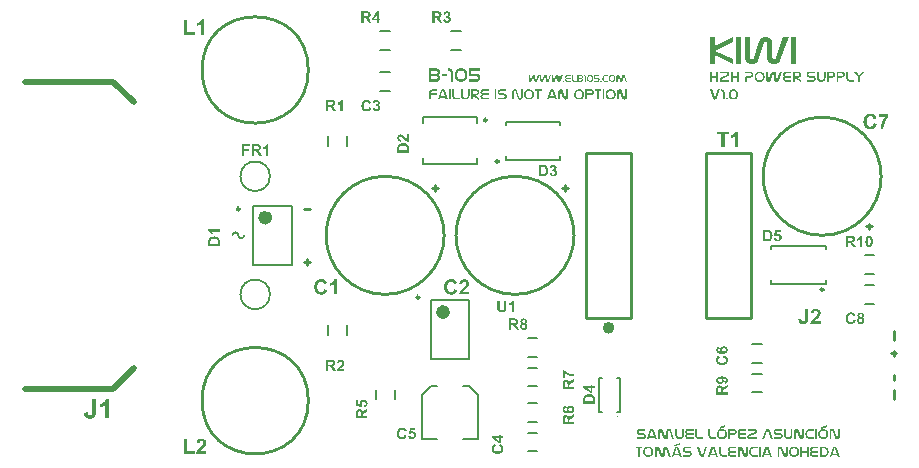
<source format=gto>
G04 Layer_Color=65535*
%FSLAX25Y25*%
%MOIN*%
G70*
G01*
G75*
%ADD18C,0.01969*%
%ADD29C,0.00984*%
%ADD30C,0.00787*%
%ADD31C,0.02362*%
%ADD32C,0.00394*%
%ADD33C,0.01000*%
G36*
X147491Y55683D02*
X147536D01*
X147589Y55675D01*
X147723Y55653D01*
X147873Y55623D01*
X148045Y55570D01*
X148233Y55503D01*
X148420Y55413D01*
X148615Y55293D01*
X148705Y55218D01*
X148794Y55143D01*
X148884Y55061D01*
X148974Y54963D01*
X149049Y54859D01*
X149124Y54746D01*
X149199Y54619D01*
X149259Y54492D01*
X149311Y54342D01*
X149364Y54192D01*
X149401Y54020D01*
X149431Y53847D01*
X149446Y53653D01*
X149453Y53451D01*
Y53436D01*
Y53428D01*
Y53413D01*
Y53383D01*
X149446Y53338D01*
Y53286D01*
X149439Y53226D01*
X149431Y53158D01*
X149424Y53084D01*
X149394Y52911D01*
X149349Y52724D01*
X149281Y52522D01*
X149199Y52312D01*
X149086Y52095D01*
X149027Y51998D01*
X148952Y51893D01*
X148877Y51795D01*
X148787Y51705D01*
X148697Y51616D01*
X148592Y51533D01*
X148480Y51458D01*
X148360Y51391D01*
X148225Y51331D01*
X148083Y51279D01*
X147933Y51234D01*
X147768Y51204D01*
X147596Y51189D01*
X147409Y51181D01*
X147304D01*
X147266Y51189D01*
X147222D01*
X147169Y51196D01*
X147109Y51204D01*
X147034Y51219D01*
X146884Y51249D01*
X146712Y51301D01*
X146525Y51368D01*
X146338Y51466D01*
X146143Y51586D01*
X146053Y51653D01*
X145956Y51735D01*
X145873Y51818D01*
X145783Y51915D01*
X145709Y52020D01*
X145634Y52132D01*
X145566Y52260D01*
X145499Y52387D01*
X145446Y52537D01*
X145401Y52694D01*
X145364Y52859D01*
X145334Y53039D01*
X145319Y53233D01*
X145311Y53436D01*
Y53451D01*
Y53458D01*
Y53473D01*
Y53503D01*
X145319Y53548D01*
Y53600D01*
X145326Y53660D01*
X145334Y53728D01*
X145342Y53803D01*
X145371Y53967D01*
X145416Y54162D01*
X145484Y54364D01*
X145566Y54574D01*
X145678Y54776D01*
X145738Y54881D01*
X145813Y54979D01*
X145888Y55076D01*
X145978Y55173D01*
X146075Y55256D01*
X146180Y55338D01*
X146293Y55413D01*
X146413Y55480D01*
X146547Y55540D01*
X146690Y55593D01*
X146839Y55638D01*
X147004Y55668D01*
X147177Y55683D01*
X147364Y55690D01*
X147454D01*
X147491Y55683D01*
D02*
G37*
G36*
X153551Y54904D02*
X150832D01*
Y53847D01*
X152502D01*
X152547Y53840D01*
X152599D01*
X152659Y53833D01*
X152794Y53803D01*
X152951Y53758D01*
X153109Y53698D01*
X153258Y53608D01*
X153333Y53548D01*
X153393Y53488D01*
X153401Y53480D01*
X153408Y53473D01*
X153423Y53451D01*
X153446Y53421D01*
X153468Y53383D01*
X153498Y53346D01*
X153528Y53293D01*
X153558Y53233D01*
X153618Y53091D01*
X153670Y52926D01*
X153708Y52732D01*
X153723Y52627D01*
Y52514D01*
Y52499D01*
Y52469D01*
X153715Y52409D01*
X153708Y52342D01*
X153700Y52260D01*
X153685Y52170D01*
X153655Y52080D01*
X153625Y51990D01*
X153618Y51982D01*
X153610Y51953D01*
X153588Y51908D01*
X153558Y51848D01*
X153521Y51780D01*
X153476Y51713D01*
X153423Y51638D01*
X153363Y51571D01*
X153356Y51563D01*
X153333Y51541D01*
X153296Y51511D01*
X153251Y51466D01*
X153183Y51421D01*
X153116Y51376D01*
X153041Y51331D01*
X152951Y51286D01*
X152944Y51279D01*
X152914Y51271D01*
X152861Y51256D01*
X152802Y51234D01*
X152727Y51211D01*
X152637Y51196D01*
X152547Y51189D01*
X152442Y51181D01*
X150030D01*
Y51968D01*
X152457D01*
X152502Y51975D01*
X152562Y51990D01*
X152629Y52020D01*
X152637D01*
X152644Y52027D01*
X152682Y52057D01*
X152734Y52095D01*
X152787Y52147D01*
Y52155D01*
X152802Y52162D01*
X152831Y52200D01*
X152869Y52260D01*
X152899Y52327D01*
Y52335D01*
X152906Y52342D01*
X152921Y52387D01*
X152929Y52447D01*
X152936Y52522D01*
Y52529D01*
Y52559D01*
X152929Y52597D01*
X152921Y52649D01*
X152899Y52702D01*
X152876Y52769D01*
X152839Y52829D01*
X152794Y52889D01*
X152787Y52896D01*
X152772Y52911D01*
X152742Y52941D01*
X152697Y52971D01*
X152644Y53001D01*
X152584Y53031D01*
X152517Y53046D01*
X152442Y53054D01*
X150030D01*
Y55690D01*
X153551D01*
Y54904D01*
D02*
G37*
G36*
X143214Y55683D02*
X143289Y55675D01*
X143379Y55668D01*
X143476Y55653D01*
X143581Y55623D01*
X143686Y55593D01*
X143701Y55585D01*
X143739Y55578D01*
X143791Y55555D01*
X143859Y55518D01*
X143941Y55480D01*
X144031Y55428D01*
X144121Y55368D01*
X144211Y55301D01*
X144218Y55293D01*
X144248Y55271D01*
X144293Y55226D01*
X144345Y55173D01*
X144405Y55098D01*
X144465Y55016D01*
X144525Y54926D01*
X144578Y54821D01*
X144585Y54806D01*
X144600Y54769D01*
X144623Y54709D01*
X144652Y54634D01*
X144675Y54537D01*
X144697Y54424D01*
X144712Y54304D01*
X144720Y54170D01*
Y51181D01*
X143926D01*
Y54170D01*
Y54177D01*
Y54200D01*
Y54237D01*
X143918Y54282D01*
X143896Y54387D01*
X143859Y54492D01*
Y54499D01*
X143851Y54514D01*
X143836Y54544D01*
X143814Y54574D01*
X143761Y54649D01*
X143686Y54716D01*
X143679Y54724D01*
X143671Y54731D01*
X143649Y54746D01*
X143619Y54769D01*
X143536Y54814D01*
X143431Y54851D01*
X143424D01*
X143409Y54859D01*
X143372Y54866D01*
X143334Y54881D01*
X143289Y54889D01*
X143229Y54896D01*
X143110Y54904D01*
Y55690D01*
X143162D01*
X143214Y55683D01*
D02*
G37*
G36*
X234055Y-72363D02*
Y-72369D01*
Y-72380D01*
Y-72403D01*
X234061Y-72431D01*
Y-72465D01*
X234066Y-72504D01*
X234083Y-72599D01*
X234111Y-72701D01*
X234151Y-72807D01*
X234207Y-72909D01*
X234285Y-73004D01*
X234297Y-73015D01*
X234330Y-73038D01*
X234381Y-73077D01*
X234454Y-73116D01*
X234549Y-73156D01*
X234662Y-73195D01*
X234791Y-73218D01*
X234943Y-73229D01*
X235977D01*
Y-73819D01*
X234898D01*
X234864Y-73813D01*
X234830D01*
X234741Y-73808D01*
X234640Y-73796D01*
X234527Y-73774D01*
X234415Y-73751D01*
X234308Y-73718D01*
X234302D01*
X234297Y-73712D01*
X234263Y-73701D01*
X234207Y-73673D01*
X234145Y-73645D01*
X234072Y-73600D01*
X233993Y-73549D01*
X233909Y-73493D01*
X233836Y-73426D01*
X233830Y-73414D01*
X233808Y-73392D01*
X233774Y-73347D01*
X233729Y-73291D01*
X233684Y-73223D01*
X233639Y-73145D01*
X233594Y-73055D01*
X233555Y-72959D01*
Y-72953D01*
X233549Y-72948D01*
X233544Y-72931D01*
X233538Y-72914D01*
X233527Y-72858D01*
X233510Y-72785D01*
X233487Y-72695D01*
X233476Y-72594D01*
X233465Y-72481D01*
X233459Y-72358D01*
Y-70436D01*
X234055D01*
Y-72363D01*
D02*
G37*
G36*
X139057Y55683D02*
X139155Y55675D01*
X139252Y55668D01*
X139365Y55645D01*
X139477Y55623D01*
X139582Y55585D01*
X139597Y55578D01*
X139627Y55570D01*
X139679Y55548D01*
X139739Y55518D01*
X139814Y55473D01*
X139889Y55428D01*
X139956Y55375D01*
X140024Y55308D01*
X140031Y55301D01*
X140053Y55278D01*
X140084Y55241D01*
X140121Y55188D01*
X140158Y55128D01*
X140203Y55053D01*
X140241Y54971D01*
X140271Y54881D01*
Y54874D01*
X140286Y54836D01*
X140293Y54791D01*
X140308Y54724D01*
X140323Y54649D01*
X140331Y54559D01*
X140346Y54469D01*
Y54364D01*
Y54357D01*
Y54319D01*
X140338Y54274D01*
X140331Y54207D01*
X140316Y54132D01*
X140293Y54050D01*
X140263Y53960D01*
X140226Y53863D01*
X140218Y53855D01*
X140203Y53818D01*
X140173Y53773D01*
X140136Y53713D01*
X140084Y53653D01*
X140024Y53578D01*
X139941Y53510D01*
X139851Y53451D01*
X139866Y53443D01*
X139896Y53421D01*
X139941Y53391D01*
X139994Y53338D01*
X140061Y53278D01*
X140121Y53211D01*
X140181Y53128D01*
X140226Y53039D01*
X140233Y53031D01*
X140248Y52994D01*
X140263Y52949D01*
X140286Y52881D01*
X140308Y52799D01*
X140331Y52716D01*
X140338Y52619D01*
X140346Y52514D01*
Y52507D01*
Y52469D01*
Y52424D01*
X140338Y52357D01*
X140331Y52282D01*
X140316Y52200D01*
X140271Y52020D01*
Y52012D01*
X140256Y51982D01*
X140241Y51938D01*
X140211Y51878D01*
X140181Y51810D01*
X140136Y51735D01*
X140084Y51668D01*
X140024Y51593D01*
X140016Y51586D01*
X139994Y51563D01*
X139956Y51526D01*
X139911Y51488D01*
X139844Y51436D01*
X139769Y51391D01*
X139687Y51338D01*
X139589Y51293D01*
X139574Y51286D01*
X139544Y51279D01*
X139484Y51256D01*
X139402Y51241D01*
X139304Y51219D01*
X139192Y51196D01*
X139065Y51189D01*
X138923Y51181D01*
X136668D01*
Y55690D01*
X138990D01*
X139057Y55683D01*
D02*
G37*
G36*
X219336Y-70436D02*
X219392Y-70441D01*
X219454Y-70458D01*
X219522Y-70475D01*
X219589Y-70503D01*
X219656Y-70537D01*
X219662Y-70542D01*
X219685Y-70559D01*
X219718Y-70582D01*
X219752Y-70616D01*
X219797Y-70666D01*
X219836Y-70722D01*
X219876Y-70790D01*
X219909Y-70868D01*
X220966Y-73819D01*
X220337D01*
X220157Y-73336D01*
X218341D01*
X218173Y-73819D01*
X217543D01*
X218594Y-70868D01*
X218600Y-70857D01*
X218611Y-70829D01*
X218628Y-70790D01*
X218656Y-70745D01*
X218690Y-70689D01*
X218735Y-70632D01*
X218785Y-70582D01*
X218842Y-70537D01*
X218847Y-70531D01*
X218875Y-70520D01*
X218909Y-70503D01*
X218960Y-70481D01*
X219016Y-70464D01*
X219089Y-70447D01*
X219168Y-70436D01*
X219252Y-70430D01*
X219291D01*
X219336Y-70436D01*
D02*
G37*
G36*
X181823Y51181D02*
X181404D01*
Y51574D01*
X181823D01*
Y51181D01*
D02*
G37*
G36*
X142705Y53046D02*
X140870D01*
Y53855D01*
X142705D01*
Y53046D01*
D02*
G37*
G36*
X231481Y-70436D02*
X231537Y-70441D01*
X231599Y-70458D01*
X231666Y-70475D01*
X231734Y-70503D01*
X231801Y-70537D01*
X231807Y-70542D01*
X231830Y-70559D01*
X231863Y-70582D01*
X231897Y-70616D01*
X231942Y-70666D01*
X231981Y-70722D01*
X232020Y-70790D01*
X232054Y-70868D01*
X233111Y-73819D01*
X232481D01*
X232301Y-73336D01*
X230486D01*
X230318Y-73819D01*
X229688D01*
X230739Y-70868D01*
X230745Y-70857D01*
X230756Y-70829D01*
X230773Y-70790D01*
X230801Y-70745D01*
X230835Y-70689D01*
X230880Y-70632D01*
X230930Y-70582D01*
X230986Y-70537D01*
X230992Y-70531D01*
X231020Y-70520D01*
X231054Y-70503D01*
X231104Y-70481D01*
X231161Y-70464D01*
X231234Y-70447D01*
X231312Y-70436D01*
X231397Y-70430D01*
X231436D01*
X231481Y-70436D01*
D02*
G37*
G36*
X224029Y-71026D02*
X222231D01*
X222191Y-71031D01*
X222146Y-71037D01*
X222090Y-71060D01*
X222084D01*
X222079Y-71065D01*
X222051Y-71082D01*
X222011Y-71110D01*
X221972Y-71149D01*
X221966Y-71161D01*
X221944Y-71183D01*
X221916Y-71223D01*
X221888Y-71273D01*
Y-71279D01*
X221882Y-71284D01*
X221876Y-71318D01*
X221865Y-71363D01*
X221860Y-71419D01*
Y-71425D01*
Y-71447D01*
X221865Y-71481D01*
X221876Y-71520D01*
X221888Y-71565D01*
X221904Y-71610D01*
X221933Y-71661D01*
X221972Y-71706D01*
X221978Y-71711D01*
X221994Y-71723D01*
X222017Y-71740D01*
X222051Y-71762D01*
X222090Y-71785D01*
X222135Y-71801D01*
X222191Y-71813D01*
X222247Y-71818D01*
X223231D01*
X223265Y-71824D01*
X223309D01*
X223355Y-71829D01*
X223467Y-71852D01*
X223590Y-71880D01*
X223720Y-71925D01*
X223843Y-71987D01*
X223905Y-72026D01*
X223961Y-72071D01*
X223967D01*
X223973Y-72082D01*
X223990Y-72099D01*
X224006Y-72116D01*
X224029Y-72144D01*
X224051Y-72172D01*
X224079Y-72212D01*
X224108Y-72256D01*
X224130Y-72307D01*
X224158Y-72358D01*
X224181Y-72420D01*
X224203Y-72487D01*
X224220Y-72560D01*
X224237Y-72633D01*
X224242Y-72717D01*
X224248Y-72807D01*
Y-72835D01*
Y-72841D01*
Y-72858D01*
Y-72880D01*
X224242Y-72914D01*
X224237Y-72953D01*
X224231Y-73004D01*
X224214Y-73111D01*
X224181Y-73229D01*
X224130Y-73352D01*
X224096Y-73414D01*
X224057Y-73470D01*
X224012Y-73521D01*
X223961Y-73572D01*
X223956D01*
X223950Y-73583D01*
X223933Y-73594D01*
X223911Y-73611D01*
X223883Y-73628D01*
X223843Y-73650D01*
X223804Y-73673D01*
X223759Y-73695D01*
X223703Y-73718D01*
X223647Y-73740D01*
X223579Y-73763D01*
X223512Y-73780D01*
X223355Y-73808D01*
X223265Y-73813D01*
X223175Y-73819D01*
X221432D01*
Y-73229D01*
X223315D01*
X223343Y-73223D01*
X223377Y-73212D01*
X223422Y-73201D01*
X223461Y-73178D01*
X223506Y-73150D01*
X223546Y-73111D01*
X223551Y-73105D01*
X223562Y-73088D01*
X223579Y-73066D01*
X223602Y-73032D01*
X223619Y-72987D01*
X223636Y-72937D01*
X223647Y-72880D01*
X223652Y-72818D01*
Y-72813D01*
Y-72790D01*
X223647Y-72762D01*
X223641Y-72723D01*
X223624Y-72678D01*
X223607Y-72633D01*
X223579Y-72583D01*
X223546Y-72537D01*
X223540Y-72532D01*
X223529Y-72521D01*
X223506Y-72498D01*
X223478Y-72476D01*
X223439Y-72453D01*
X223394Y-72431D01*
X223343Y-72420D01*
X223287Y-72414D01*
X222287D01*
X222231Y-72408D01*
X222163Y-72403D01*
X222084Y-72391D01*
X222000Y-72380D01*
X221916Y-72358D01*
X221831Y-72330D01*
X221820Y-72324D01*
X221798Y-72313D01*
X221758Y-72296D01*
X221713Y-72268D01*
X221663Y-72234D01*
X221607Y-72195D01*
X221556Y-72150D01*
X221505Y-72099D01*
X221500Y-72094D01*
X221483Y-72071D01*
X221466Y-72043D01*
X221438Y-72004D01*
X221410Y-71959D01*
X221376Y-71903D01*
X221348Y-71841D01*
X221326Y-71779D01*
Y-71773D01*
X221314Y-71751D01*
X221309Y-71717D01*
X221298Y-71672D01*
X221286Y-71616D01*
X221281Y-71560D01*
X221269Y-71430D01*
Y-71419D01*
Y-71397D01*
X221275Y-71357D01*
Y-71307D01*
X221281Y-71245D01*
X221292Y-71183D01*
X221326Y-71048D01*
X221331Y-71043D01*
X221337Y-71020D01*
X221354Y-70986D01*
X221371Y-70942D01*
X221399Y-70891D01*
X221432Y-70840D01*
X221472Y-70784D01*
X221517Y-70733D01*
X221522Y-70728D01*
X221539Y-70711D01*
X221567Y-70683D01*
X221607Y-70655D01*
X221657Y-70616D01*
X221713Y-70582D01*
X221775Y-70548D01*
X221848Y-70514D01*
X221860Y-70509D01*
X221882Y-70503D01*
X221927Y-70492D01*
X221983Y-70475D01*
X222056Y-70458D01*
X222141Y-70447D01*
X222236Y-70441D01*
X222337Y-70436D01*
X224029D01*
Y-71026D01*
D02*
G37*
G36*
X239113D02*
X237315D01*
X237275Y-71031D01*
X237230Y-71037D01*
X237174Y-71060D01*
X237169D01*
X237163Y-71065D01*
X237135Y-71082D01*
X237095Y-71110D01*
X237056Y-71149D01*
X237050Y-71161D01*
X237028Y-71183D01*
X237000Y-71223D01*
X236972Y-71273D01*
Y-71279D01*
X236966Y-71284D01*
X236961Y-71318D01*
X236949Y-71363D01*
X236944Y-71419D01*
Y-71425D01*
Y-71447D01*
X236949Y-71481D01*
X236955Y-71520D01*
X236972Y-71565D01*
X236989Y-71610D01*
X237017Y-71661D01*
X237050Y-71706D01*
X237056Y-71711D01*
X237067Y-71723D01*
X237095Y-71740D01*
X237123Y-71762D01*
X237169Y-71785D01*
X237213Y-71801D01*
X237270Y-71813D01*
X237331Y-71818D01*
X239113D01*
Y-72414D01*
X237315D01*
X237275Y-72420D01*
X237230Y-72425D01*
X237174Y-72448D01*
X237169D01*
X237163Y-72453D01*
X237135Y-72470D01*
X237095Y-72498D01*
X237056Y-72537D01*
X237050Y-72549D01*
X237028Y-72571D01*
X237000Y-72611D01*
X236972Y-72661D01*
Y-72667D01*
X236966Y-72672D01*
X236961Y-72706D01*
X236949Y-72751D01*
X236944Y-72807D01*
Y-72813D01*
Y-72835D01*
X236949Y-72875D01*
X236955Y-72914D01*
X236972Y-72965D01*
X236989Y-73015D01*
X237017Y-73066D01*
X237050Y-73111D01*
X237056Y-73116D01*
X237067Y-73128D01*
X237095Y-73150D01*
X237123Y-73167D01*
X237169Y-73190D01*
X237213Y-73212D01*
X237270Y-73223D01*
X237331Y-73229D01*
X239113D01*
Y-73819D01*
X237371D01*
X237315Y-73813D01*
X237247Y-73808D01*
X237169Y-73796D01*
X237084Y-73785D01*
X237000Y-73763D01*
X236916Y-73735D01*
X236904Y-73729D01*
X236882Y-73718D01*
X236842Y-73701D01*
X236797Y-73673D01*
X236747Y-73645D01*
X236691Y-73605D01*
X236640Y-73560D01*
X236590Y-73510D01*
X236584Y-73504D01*
X236567Y-73482D01*
X236550Y-73454D01*
X236522Y-73414D01*
X236494Y-73364D01*
X236460Y-73313D01*
X236432Y-73251D01*
X236410Y-73184D01*
Y-73178D01*
X236399Y-73150D01*
X236393Y-73116D01*
X236382Y-73071D01*
X236370Y-73015D01*
X236365Y-72953D01*
X236354Y-72818D01*
Y-72807D01*
Y-72785D01*
X236359Y-72746D01*
X236365Y-72689D01*
X236370Y-72633D01*
X236387Y-72566D01*
X236404Y-72493D01*
X236432Y-72425D01*
X236438Y-72414D01*
X236449Y-72391D01*
X236472Y-72358D01*
X236500Y-72313D01*
X236539Y-72268D01*
X236584Y-72212D01*
X236646Y-72161D01*
X236713Y-72116D01*
X236702Y-72110D01*
X236680Y-72094D01*
X236646Y-72071D01*
X236607Y-72032D01*
X236556Y-71987D01*
X236511Y-71936D01*
X236466Y-71874D01*
X236432Y-71807D01*
X236427Y-71796D01*
X236421Y-71773D01*
X236410Y-71734D01*
X236393Y-71689D01*
X236376Y-71633D01*
X236365Y-71565D01*
X236359Y-71498D01*
X236354Y-71430D01*
Y-71419D01*
Y-71397D01*
X236359Y-71352D01*
Y-71301D01*
X236370Y-71239D01*
X236382Y-71172D01*
X236393Y-71099D01*
X236415Y-71031D01*
X236421Y-71026D01*
X236427Y-70998D01*
X236443Y-70964D01*
X236460Y-70925D01*
X236488Y-70874D01*
X236522Y-70818D01*
X236561Y-70767D01*
X236607Y-70717D01*
X236612Y-70711D01*
X236629Y-70694D01*
X236663Y-70672D01*
X236702Y-70638D01*
X236747Y-70604D01*
X236803Y-70570D01*
X236871Y-70537D01*
X236944Y-70509D01*
X236955Y-70503D01*
X236977Y-70498D01*
X237022Y-70486D01*
X237078Y-70469D01*
X237152Y-70458D01*
X237230Y-70447D01*
X237320Y-70441D01*
X237421Y-70436D01*
X239113D01*
Y-71026D01*
D02*
G37*
G36*
X197426Y48653D02*
X197460D01*
X197499Y48648D01*
X197544Y48642D01*
X197600Y48631D01*
X197713Y48608D01*
X197842Y48569D01*
X197982Y48518D01*
X198123Y48451D01*
X198269Y48361D01*
X198336Y48305D01*
X198409Y48249D01*
X198477Y48187D01*
X198539Y48114D01*
X198600Y48035D01*
X198657Y47951D01*
X198707Y47855D01*
X198758Y47760D01*
X198797Y47647D01*
X198831Y47535D01*
X198865Y47406D01*
X198881Y47276D01*
X198898Y47130D01*
X198904Y46978D01*
Y46967D01*
Y46962D01*
Y46950D01*
Y46928D01*
X198898Y46894D01*
Y46855D01*
X198893Y46810D01*
X198887Y46759D01*
X198881Y46703D01*
X198859Y46574D01*
X198825Y46433D01*
X198775Y46282D01*
X198713Y46124D01*
X198629Y45961D01*
X198584Y45888D01*
X198527Y45810D01*
X198471Y45736D01*
X198404Y45669D01*
X198331Y45601D01*
X198252Y45540D01*
X198168Y45483D01*
X198078Y45433D01*
X197977Y45388D01*
X197870Y45349D01*
X197757Y45315D01*
X197634Y45292D01*
X197505Y45281D01*
X197364Y45276D01*
X197055D01*
X197027Y45281D01*
X196993D01*
X196954Y45287D01*
X196909Y45292D01*
X196853Y45304D01*
X196740Y45326D01*
X196611Y45366D01*
X196470Y45416D01*
X196330Y45489D01*
X196184Y45579D01*
X196116Y45630D01*
X196043Y45691D01*
X195982Y45753D01*
X195914Y45826D01*
X195858Y45905D01*
X195802Y45989D01*
X195751Y46085D01*
X195701Y46180D01*
X195661Y46293D01*
X195627Y46411D01*
X195599Y46534D01*
X195577Y46669D01*
X195566Y46815D01*
X195560Y46967D01*
Y46978D01*
Y46984D01*
Y46995D01*
Y47018D01*
X195566Y47052D01*
Y47091D01*
X195571Y47136D01*
X195577Y47186D01*
X195582Y47243D01*
X195605Y47366D01*
X195639Y47512D01*
X195689Y47664D01*
X195751Y47821D01*
X195835Y47973D01*
X195880Y48052D01*
X195937Y48125D01*
X195993Y48198D01*
X196060Y48271D01*
X196133Y48333D01*
X196212Y48395D01*
X196296Y48451D01*
X196386Y48502D01*
X196487Y48546D01*
X196594Y48586D01*
X196706Y48619D01*
X196830Y48642D01*
X196959Y48653D01*
X197100Y48659D01*
X197398D01*
X197426Y48653D01*
D02*
G37*
G36*
X150201Y46557D02*
Y46551D01*
Y46546D01*
Y46529D01*
Y46506D01*
X150195Y46450D01*
X150190Y46383D01*
X150179Y46298D01*
X150162Y46209D01*
X150139Y46119D01*
X150111Y46029D01*
X150106Y46017D01*
X150094Y45989D01*
X150072Y45944D01*
X150044Y45888D01*
X150004Y45826D01*
X149959Y45759D01*
X149903Y45691D01*
X149841Y45624D01*
X149836Y45618D01*
X149808Y45596D01*
X149774Y45568D01*
X149723Y45529D01*
X149656Y45489D01*
X149583Y45444D01*
X149493Y45405D01*
X149397Y45366D01*
X149392D01*
X149386Y45360D01*
X149369D01*
X149352Y45354D01*
X149296Y45337D01*
X149223Y45320D01*
X149133Y45304D01*
X149026Y45292D01*
X148908Y45281D01*
X148779Y45276D01*
X148723D01*
X148689Y45281D01*
X148655D01*
X148571Y45287D01*
X148476Y45298D01*
X148369Y45315D01*
X148268Y45337D01*
X148161Y45366D01*
X148155D01*
X148150Y45371D01*
X148116Y45382D01*
X148065Y45405D01*
X148009Y45433D01*
X147936Y45472D01*
X147863Y45517D01*
X147790Y45568D01*
X147717Y45630D01*
X147711Y45635D01*
X147689Y45658D01*
X147655Y45697D01*
X147616Y45742D01*
X147571Y45804D01*
X147526Y45871D01*
X147481Y45950D01*
X147442Y46034D01*
X147436Y46046D01*
X147425Y46074D01*
X147414Y46124D01*
X147397Y46186D01*
X147374Y46265D01*
X147363Y46355D01*
X147352Y46450D01*
X147346Y46551D01*
Y48659D01*
X147942D01*
Y46568D01*
Y46563D01*
Y46557D01*
Y46540D01*
X147947Y46518D01*
X147953Y46461D01*
X147970Y46388D01*
X147998Y46310D01*
X148037Y46225D01*
X148093Y46141D01*
X148167Y46062D01*
X148178Y46057D01*
X148206Y46034D01*
X148257Y46001D01*
X148330Y45967D01*
X148419Y45928D01*
X148526Y45899D01*
X148650Y45877D01*
X148790Y45866D01*
X148841D01*
X148869Y45871D01*
X148903D01*
X148936Y45877D01*
X149026Y45888D01*
X149122Y45916D01*
X149223Y45950D01*
X149319Y45995D01*
X149403Y46062D01*
X149414Y46074D01*
X149437Y46096D01*
X149465Y46141D01*
X149504Y46197D01*
X149543Y46270D01*
X149572Y46360D01*
X149594Y46456D01*
X149605Y46568D01*
Y48659D01*
X150201D01*
Y46557D01*
D02*
G37*
G36*
X195116Y45276D02*
X194520D01*
Y48659D01*
X195116D01*
Y45276D01*
D02*
G37*
G36*
X190631Y48653D02*
X190699Y48648D01*
X190772Y48642D01*
X190850Y48625D01*
X190935Y48608D01*
X191014Y48580D01*
X191025Y48575D01*
X191047Y48563D01*
X191086Y48546D01*
X191131Y48524D01*
X191182Y48490D01*
X191238Y48456D01*
X191295Y48412D01*
X191345Y48361D01*
X191351Y48355D01*
X191367Y48338D01*
X191390Y48310D01*
X191418Y48271D01*
X191446Y48226D01*
X191480Y48170D01*
X191508Y48114D01*
X191536Y48046D01*
X191542Y48041D01*
X191547Y48018D01*
X191559Y47979D01*
X191570Y47934D01*
X191581Y47878D01*
X191587Y47810D01*
X191598Y47743D01*
Y47664D01*
Y47659D01*
Y47636D01*
Y47597D01*
X191592Y47552D01*
X191587Y47495D01*
X191576Y47439D01*
X191542Y47304D01*
Y47299D01*
X191531Y47276D01*
X191519Y47243D01*
X191497Y47198D01*
X191474Y47153D01*
X191441Y47096D01*
X191401Y47046D01*
X191356Y46990D01*
X191351Y46984D01*
X191334Y46967D01*
X191306Y46939D01*
X191266Y46911D01*
X191221Y46872D01*
X191165Y46838D01*
X191098Y46799D01*
X191025Y46765D01*
X191014Y46759D01*
X190991Y46754D01*
X190946Y46737D01*
X190890Y46725D01*
X190817Y46709D01*
X190733Y46692D01*
X190637Y46686D01*
X190530Y46681D01*
X189434D01*
Y45276D01*
X188839D01*
Y48659D01*
X190575D01*
X190631Y48653D01*
D02*
G37*
G36*
X194144Y48069D02*
X193357D01*
Y45276D01*
X192767D01*
Y48069D01*
X191929D01*
Y48659D01*
X194144D01*
Y48069D01*
D02*
G37*
G36*
X247268Y-73819D02*
X246672D01*
Y-70436D01*
X247268D01*
Y-73819D01*
D02*
G37*
G36*
X246211Y-71026D02*
X244789D01*
X244761Y-71031D01*
X244727D01*
X244688Y-71037D01*
X244604Y-71060D01*
X244503Y-71093D01*
X244407Y-71138D01*
X244311Y-71206D01*
X244267Y-71251D01*
X244227Y-71295D01*
Y-71301D01*
X244222Y-71307D01*
X244210Y-71324D01*
X244199Y-71346D01*
X244182Y-71374D01*
X244165Y-71408D01*
X244148Y-71453D01*
X244132Y-71498D01*
X244109Y-71554D01*
X244092Y-71616D01*
X244075Y-71683D01*
X244064Y-71762D01*
X244047Y-71841D01*
X244042Y-71931D01*
X244030Y-72026D01*
Y-72133D01*
Y-72139D01*
Y-72144D01*
Y-72161D01*
Y-72178D01*
X244036Y-72234D01*
X244042Y-72302D01*
X244053Y-72386D01*
X244070Y-72481D01*
X244098Y-72577D01*
X244132Y-72678D01*
X244171Y-72785D01*
X244222Y-72880D01*
X244289Y-72976D01*
X244368Y-73055D01*
X244458Y-73128D01*
X244559Y-73184D01*
X244621Y-73201D01*
X244682Y-73218D01*
X244750Y-73223D01*
X244823Y-73229D01*
X246205D01*
Y-73819D01*
X244935D01*
X244907Y-73813D01*
X244873D01*
X244834Y-73808D01*
X244789Y-73802D01*
X244733Y-73791D01*
X244621Y-73768D01*
X244491Y-73729D01*
X244351Y-73678D01*
X244210Y-73605D01*
X244064Y-73515D01*
X243997Y-73465D01*
X243924Y-73403D01*
X243862Y-73341D01*
X243794Y-73268D01*
X243738Y-73190D01*
X243682Y-73105D01*
X243632Y-73010D01*
X243581Y-72914D01*
X243542Y-72802D01*
X243508Y-72684D01*
X243480Y-72560D01*
X243457Y-72425D01*
X243446Y-72279D01*
X243440Y-72127D01*
Y-72116D01*
Y-72110D01*
Y-72099D01*
Y-72077D01*
X243446Y-72043D01*
Y-72004D01*
X243452Y-71959D01*
X243457Y-71908D01*
X243463Y-71852D01*
X243485Y-71728D01*
X243519Y-71582D01*
X243570Y-71430D01*
X243632Y-71273D01*
X243716Y-71121D01*
X243761Y-71043D01*
X243817Y-70970D01*
X243873Y-70897D01*
X243941Y-70823D01*
X244014Y-70762D01*
X244092Y-70700D01*
X244177Y-70644D01*
X244267Y-70593D01*
X244368Y-70548D01*
X244475Y-70509D01*
X244587Y-70475D01*
X244710Y-70452D01*
X244840Y-70441D01*
X244980Y-70436D01*
X246211D01*
Y-71026D01*
D02*
G37*
G36*
X249420Y-70436D02*
X249476Y-70441D01*
X249538Y-70458D01*
X249605Y-70475D01*
X249673Y-70503D01*
X249740Y-70537D01*
X249746Y-70542D01*
X249768Y-70559D01*
X249802Y-70582D01*
X249836Y-70616D01*
X249881Y-70666D01*
X249920Y-70722D01*
X249960Y-70790D01*
X249993Y-70868D01*
X251050Y-73819D01*
X250420D01*
X250241Y-73336D01*
X248425D01*
X248257Y-73819D01*
X247627D01*
X248678Y-70868D01*
X248684Y-70857D01*
X248695Y-70829D01*
X248712Y-70790D01*
X248740Y-70745D01*
X248774Y-70689D01*
X248819Y-70632D01*
X248869Y-70582D01*
X248925Y-70537D01*
X248931Y-70531D01*
X248959Y-70520D01*
X248993Y-70503D01*
X249043Y-70481D01*
X249100Y-70464D01*
X249173Y-70447D01*
X249252Y-70436D01*
X249336Y-70430D01*
X249375D01*
X249420Y-70436D01*
D02*
G37*
G36*
X266471Y-71026D02*
X264673D01*
X264633Y-71031D01*
X264588Y-71037D01*
X264532Y-71060D01*
X264527D01*
X264521Y-71065D01*
X264493Y-71082D01*
X264454Y-71110D01*
X264414Y-71149D01*
X264409Y-71161D01*
X264386Y-71183D01*
X264358Y-71223D01*
X264330Y-71273D01*
Y-71279D01*
X264324Y-71284D01*
X264319Y-71318D01*
X264307Y-71363D01*
X264302Y-71419D01*
Y-71425D01*
Y-71447D01*
X264307Y-71481D01*
X264313Y-71520D01*
X264330Y-71565D01*
X264347Y-71610D01*
X264375Y-71661D01*
X264409Y-71706D01*
X264414Y-71711D01*
X264425Y-71723D01*
X264454Y-71740D01*
X264482Y-71762D01*
X264527Y-71785D01*
X264572Y-71801D01*
X264628Y-71813D01*
X264690Y-71818D01*
X266471D01*
Y-72414D01*
X264673D01*
X264633Y-72420D01*
X264588Y-72425D01*
X264532Y-72448D01*
X264527D01*
X264521Y-72453D01*
X264493Y-72470D01*
X264454Y-72498D01*
X264414Y-72537D01*
X264409Y-72549D01*
X264386Y-72571D01*
X264358Y-72611D01*
X264330Y-72661D01*
Y-72667D01*
X264324Y-72672D01*
X264319Y-72706D01*
X264307Y-72751D01*
X264302Y-72807D01*
Y-72813D01*
Y-72835D01*
X264307Y-72875D01*
X264313Y-72914D01*
X264330Y-72965D01*
X264347Y-73015D01*
X264375Y-73066D01*
X264409Y-73111D01*
X264414Y-73116D01*
X264425Y-73128D01*
X264454Y-73150D01*
X264482Y-73167D01*
X264527Y-73190D01*
X264572Y-73212D01*
X264628Y-73223D01*
X264690Y-73229D01*
X266471D01*
Y-73819D01*
X264729D01*
X264673Y-73813D01*
X264605Y-73808D01*
X264527Y-73796D01*
X264442Y-73785D01*
X264358Y-73763D01*
X264274Y-73735D01*
X264263Y-73729D01*
X264240Y-73718D01*
X264201Y-73701D01*
X264156Y-73673D01*
X264105Y-73645D01*
X264049Y-73605D01*
X263998Y-73560D01*
X263948Y-73510D01*
X263942Y-73504D01*
X263925Y-73482D01*
X263908Y-73454D01*
X263880Y-73414D01*
X263852Y-73364D01*
X263819Y-73313D01*
X263790Y-73251D01*
X263768Y-73184D01*
Y-73178D01*
X263757Y-73150D01*
X263751Y-73116D01*
X263740Y-73071D01*
X263729Y-73015D01*
X263723Y-72953D01*
X263712Y-72818D01*
Y-72807D01*
Y-72785D01*
X263717Y-72746D01*
X263723Y-72689D01*
X263729Y-72633D01*
X263745Y-72566D01*
X263762Y-72493D01*
X263790Y-72425D01*
X263796Y-72414D01*
X263807Y-72391D01*
X263830Y-72358D01*
X263858Y-72313D01*
X263897Y-72268D01*
X263942Y-72212D01*
X264004Y-72161D01*
X264071Y-72116D01*
X264060Y-72110D01*
X264038Y-72094D01*
X264004Y-72071D01*
X263965Y-72032D01*
X263914Y-71987D01*
X263869Y-71936D01*
X263824Y-71874D01*
X263790Y-71807D01*
X263785Y-71796D01*
X263779Y-71773D01*
X263768Y-71734D01*
X263751Y-71689D01*
X263734Y-71633D01*
X263723Y-71565D01*
X263717Y-71498D01*
X263712Y-71430D01*
Y-71419D01*
Y-71397D01*
X263717Y-71352D01*
Y-71301D01*
X263729Y-71239D01*
X263740Y-71172D01*
X263751Y-71099D01*
X263773Y-71031D01*
X263779Y-71026D01*
X263785Y-70998D01*
X263802Y-70964D01*
X263819Y-70925D01*
X263847Y-70874D01*
X263880Y-70818D01*
X263920Y-70767D01*
X263965Y-70717D01*
X263970Y-70711D01*
X263987Y-70694D01*
X264021Y-70672D01*
X264060Y-70638D01*
X264105Y-70604D01*
X264161Y-70570D01*
X264229Y-70537D01*
X264302Y-70509D01*
X264313Y-70503D01*
X264335Y-70498D01*
X264381Y-70486D01*
X264437Y-70469D01*
X264510Y-70458D01*
X264588Y-70447D01*
X264678Y-70441D01*
X264779Y-70436D01*
X266471D01*
Y-71026D01*
D02*
G37*
G36*
X258597Y-70441D02*
X258631D01*
X258671Y-70447D01*
X258716Y-70452D01*
X258772Y-70464D01*
X258884Y-70486D01*
X259013Y-70526D01*
X259154Y-70576D01*
X259294Y-70644D01*
X259440Y-70733D01*
X259508Y-70790D01*
X259581Y-70846D01*
X259648Y-70908D01*
X259710Y-70981D01*
X259772Y-71060D01*
X259828Y-71144D01*
X259879Y-71239D01*
X259929Y-71335D01*
X259969Y-71447D01*
X260002Y-71560D01*
X260036Y-71689D01*
X260053Y-71818D01*
X260070Y-71964D01*
X260076Y-72116D01*
Y-72127D01*
Y-72133D01*
Y-72144D01*
Y-72167D01*
X260070Y-72200D01*
Y-72240D01*
X260064Y-72285D01*
X260059Y-72335D01*
X260053Y-72391D01*
X260031Y-72521D01*
X259997Y-72661D01*
X259946Y-72813D01*
X259885Y-72970D01*
X259800Y-73133D01*
X259755Y-73206D01*
X259699Y-73285D01*
X259643Y-73358D01*
X259575Y-73426D01*
X259502Y-73493D01*
X259424Y-73555D01*
X259339Y-73611D01*
X259249Y-73662D01*
X259148Y-73707D01*
X259042Y-73746D01*
X258929Y-73780D01*
X258805Y-73802D01*
X258676Y-73813D01*
X258536Y-73819D01*
X258227D01*
X258198Y-73813D01*
X258165D01*
X258125Y-73808D01*
X258081Y-73802D01*
X258024Y-73791D01*
X257912Y-73768D01*
X257783Y-73729D01*
X257642Y-73678D01*
X257502Y-73605D01*
X257355Y-73515D01*
X257288Y-73465D01*
X257215Y-73403D01*
X257153Y-73341D01*
X257086Y-73268D01*
X257030Y-73190D01*
X256973Y-73105D01*
X256923Y-73010D01*
X256872Y-72914D01*
X256833Y-72802D01*
X256799Y-72684D01*
X256771Y-72560D01*
X256749Y-72425D01*
X256737Y-72279D01*
X256732Y-72127D01*
Y-72116D01*
Y-72110D01*
Y-72099D01*
Y-72077D01*
X256737Y-72043D01*
Y-72004D01*
X256743Y-71959D01*
X256749Y-71908D01*
X256754Y-71852D01*
X256777Y-71728D01*
X256810Y-71582D01*
X256861Y-71430D01*
X256923Y-71273D01*
X257007Y-71121D01*
X257052Y-71043D01*
X257108Y-70970D01*
X257164Y-70897D01*
X257232Y-70823D01*
X257305Y-70762D01*
X257384Y-70700D01*
X257468Y-70644D01*
X257558Y-70593D01*
X257659Y-70548D01*
X257766Y-70509D01*
X257878Y-70475D01*
X258002Y-70452D01*
X258131Y-70441D01*
X258272Y-70436D01*
X258569D01*
X258597Y-70441D01*
D02*
G37*
G36*
X253854Y-70430D02*
X253916Y-70441D01*
X253989Y-70458D01*
X254068Y-70486D01*
X254147Y-70520D01*
X254225Y-70565D01*
X254236Y-70570D01*
X254259Y-70587D01*
X254298Y-70621D01*
X254338Y-70661D01*
X254388Y-70717D01*
X254439Y-70784D01*
X254478Y-70857D01*
X254517Y-70947D01*
X255203Y-73038D01*
Y-73043D01*
X255209Y-73055D01*
X255214Y-73071D01*
X255225Y-73099D01*
X255248Y-73150D01*
X255276Y-73195D01*
X255287Y-73201D01*
X255310Y-73218D01*
X255349Y-73240D01*
X255405Y-73246D01*
X255417D01*
X255445Y-73240D01*
X255484Y-73229D01*
X255535Y-73206D01*
X255580Y-73173D01*
X255619Y-73122D01*
X255636Y-73088D01*
X255647Y-73049D01*
X255658Y-73004D01*
Y-72953D01*
Y-70436D01*
X256293D01*
Y-73015D01*
Y-73021D01*
Y-73049D01*
X256288Y-73083D01*
X256282Y-73128D01*
X256276Y-73184D01*
X256265Y-73240D01*
X256243Y-73302D01*
X256220Y-73358D01*
X256215Y-73364D01*
X256209Y-73381D01*
X256192Y-73414D01*
X256170Y-73448D01*
X256114Y-73532D01*
X256035Y-73622D01*
X256029Y-73628D01*
X256012Y-73639D01*
X255990Y-73662D01*
X255956Y-73684D01*
X255917Y-73712D01*
X255866Y-73740D01*
X255816Y-73768D01*
X255754Y-73791D01*
X255748D01*
X255726Y-73802D01*
X255692Y-73808D01*
X255653Y-73819D01*
X255602Y-73830D01*
X255546Y-73836D01*
X255417Y-73847D01*
X255372D01*
X255321Y-73841D01*
X255259Y-73830D01*
X255186Y-73813D01*
X255107Y-73791D01*
X255023Y-73757D01*
X254944Y-73712D01*
X254933Y-73707D01*
X254911Y-73684D01*
X254877Y-73656D01*
X254832Y-73611D01*
X254782Y-73555D01*
X254731Y-73487D01*
X254692Y-73409D01*
X254652Y-73319D01*
X253978Y-71234D01*
Y-71228D01*
X253972Y-71217D01*
X253967Y-71200D01*
X253955Y-71178D01*
X253933Y-71127D01*
X253899Y-71076D01*
X253894Y-71065D01*
X253866Y-71048D01*
X253826Y-71031D01*
X253770Y-71020D01*
X253759D01*
X253731Y-71026D01*
X253691Y-71037D01*
X253646Y-71054D01*
X253596Y-71093D01*
X253556Y-71144D01*
X253539Y-71178D01*
X253528Y-71217D01*
X253523Y-71262D01*
X253517Y-71312D01*
Y-73819D01*
X252882D01*
Y-71256D01*
Y-71245D01*
Y-71223D01*
X252888Y-71189D01*
X252893Y-71144D01*
X252899Y-71088D01*
X252910Y-71031D01*
X252927Y-70970D01*
X252949Y-70913D01*
X252955Y-70908D01*
X252961Y-70885D01*
X252977Y-70857D01*
X253000Y-70823D01*
X253056Y-70733D01*
X253135Y-70649D01*
X253140Y-70644D01*
X253157Y-70632D01*
X253180Y-70610D01*
X253214Y-70587D01*
X253253Y-70565D01*
X253304Y-70537D01*
X253410Y-70486D01*
X253416Y-70481D01*
X253438Y-70475D01*
X253472Y-70464D01*
X253517Y-70452D01*
X253568Y-70441D01*
X253624Y-70436D01*
X253691Y-70424D01*
X253804D01*
X253854Y-70430D01*
D02*
G37*
G36*
X201619Y53436D02*
X201660Y53429D01*
X201708Y53418D01*
X201757Y53399D01*
X201813Y53377D01*
X201865Y53347D01*
X201873Y53343D01*
X201888Y53332D01*
X201914Y53309D01*
X201944Y53283D01*
X201974Y53246D01*
X202008Y53201D01*
X202037Y53152D01*
X202064Y53092D01*
X202748Y51181D01*
X202299D01*
X201705Y52902D01*
Y52905D01*
X201701Y52913D01*
X201693Y52924D01*
X201690Y52939D01*
X201671Y52973D01*
X201648Y53006D01*
X201645Y53014D01*
X201630Y53025D01*
X201604Y53036D01*
X201566Y53044D01*
X201559D01*
X201540Y53040D01*
X201510Y53032D01*
X201480Y53021D01*
X201450Y52995D01*
X201420Y52961D01*
X201409Y52939D01*
X201402Y52913D01*
X201398Y52883D01*
X201394Y52849D01*
Y51727D01*
Y51723D01*
Y51705D01*
X201390Y51682D01*
Y51652D01*
X201383Y51615D01*
X201376Y51578D01*
X201364Y51536D01*
X201349Y51495D01*
Y51491D01*
X201342Y51480D01*
X201331Y51458D01*
X201319Y51435D01*
X201282Y51379D01*
X201230Y51323D01*
X201226Y51319D01*
X201215Y51312D01*
X201200Y51297D01*
X201177Y51282D01*
X201151Y51267D01*
X201117Y51248D01*
X201084Y51230D01*
X201043Y51215D01*
X201039D01*
X201024Y51207D01*
X201001Y51204D01*
X200975Y51196D01*
X200942Y51189D01*
X200901Y51185D01*
X200859Y51177D01*
X200784D01*
X200751Y51181D01*
X200710Y51189D01*
X200657Y51200D01*
X200605Y51215D01*
X200553Y51237D01*
X200500Y51267D01*
X200493Y51271D01*
X200478Y51286D01*
X200455Y51305D01*
X200426Y51334D01*
X200396Y51372D01*
X200362Y51417D01*
X200336Y51465D01*
X200309Y51525D01*
X199857Y52902D01*
Y52905D01*
X199853Y52913D01*
X199849Y52924D01*
X199842Y52939D01*
X199827Y52973D01*
X199805Y53006D01*
X199801Y53014D01*
X199782Y53025D01*
X199756Y53036D01*
X199719Y53044D01*
X199711D01*
X199692Y53040D01*
X199666Y53032D01*
X199636Y53021D01*
X199603Y52995D01*
X199576Y52961D01*
X199565Y52939D01*
X199558Y52913D01*
X199554Y52883D01*
X199550Y52849D01*
Y51181D01*
X199128D01*
Y52886D01*
Y52894D01*
Y52909D01*
X199131Y52931D01*
X199135Y52961D01*
X199139Y52999D01*
X199146Y53036D01*
X199158Y53077D01*
X199173Y53115D01*
X199176Y53118D01*
X199180Y53133D01*
X199191Y53152D01*
X199206Y53175D01*
X199244Y53234D01*
X199296Y53290D01*
X199300Y53294D01*
X199311Y53302D01*
X199326Y53317D01*
X199348Y53332D01*
X199374Y53347D01*
X199408Y53365D01*
X199479Y53399D01*
X199483Y53403D01*
X199498Y53406D01*
X199520Y53414D01*
X199547Y53421D01*
X199580Y53429D01*
X199621Y53433D01*
X199666Y53440D01*
X199741D01*
X199775Y53436D01*
X199816Y53429D01*
X199864Y53418D01*
X199917Y53399D01*
X199969Y53377D01*
X200022Y53347D01*
X200029Y53343D01*
X200044Y53332D01*
X200070Y53309D01*
X200096Y53283D01*
X200130Y53246D01*
X200164Y53201D01*
X200190Y53152D01*
X200216Y53092D01*
X200669Y51708D01*
Y51705D01*
X200672Y51697D01*
X200676Y51686D01*
X200683Y51671D01*
X200698Y51637D01*
X200721Y51608D01*
X200728Y51604D01*
X200743Y51592D01*
X200770Y51578D01*
X200807Y51574D01*
X200815D01*
X200833Y51578D01*
X200859Y51585D01*
X200889Y51600D01*
X200919Y51622D01*
X200945Y51656D01*
X200957Y51679D01*
X200964Y51705D01*
X200972Y51735D01*
Y51768D01*
Y52886D01*
Y52894D01*
Y52909D01*
X200975Y52931D01*
X200979Y52961D01*
X200983Y52999D01*
X200990Y53036D01*
X201001Y53077D01*
X201016Y53115D01*
X201020Y53118D01*
X201024Y53133D01*
X201035Y53152D01*
X201050Y53175D01*
X201087Y53234D01*
X201140Y53290D01*
X201144Y53294D01*
X201155Y53302D01*
X201170Y53317D01*
X201192Y53332D01*
X201218Y53347D01*
X201252Y53365D01*
X201323Y53399D01*
X201327Y53403D01*
X201342Y53406D01*
X201364Y53414D01*
X201394Y53421D01*
X201428Y53429D01*
X201465Y53433D01*
X201510Y53440D01*
X201585D01*
X201619Y53436D01*
D02*
G37*
G36*
X207765Y-71026D02*
X206978D01*
Y-73819D01*
X206388D01*
Y-71026D01*
X205550D01*
Y-70436D01*
X207765D01*
Y-71026D01*
D02*
G37*
G36*
X179336Y53440D02*
X179366D01*
X179399Y53433D01*
X179437Y53425D01*
X179474Y53418D01*
X179515Y53403D01*
X179519D01*
X179534Y53395D01*
X179552Y53388D01*
X179579Y53377D01*
X179639Y53343D01*
X179702Y53294D01*
X179706Y53290D01*
X179717Y53283D01*
X179728Y53268D01*
X179747Y53246D01*
X179766Y53219D01*
X179788Y53189D01*
X179807Y53156D01*
X179826Y53118D01*
X179829Y53115D01*
X179833Y53100D01*
X179841Y53077D01*
X179852Y53051D01*
X179859Y53017D01*
X179867Y52976D01*
X179870Y52935D01*
X179874Y52890D01*
Y51761D01*
Y51757D01*
Y51753D01*
X179878Y51731D01*
X179882Y51701D01*
X179897Y51664D01*
X179915Y51626D01*
X179945Y51596D01*
X179986Y51574D01*
X180009Y51570D01*
X180039Y51566D01*
X180046D01*
X180069Y51570D01*
X180099Y51581D01*
X180121Y51600D01*
X180125Y51608D01*
X180140Y51626D01*
X180158Y51660D01*
X180177Y51705D01*
X180775Y53433D01*
X181224D01*
X180536Y51518D01*
X180532Y51510D01*
X180525Y51491D01*
X180510Y51462D01*
X180488Y51424D01*
X180461Y51387D01*
X180428Y51342D01*
X180387Y51301D01*
X180338Y51263D01*
X180331Y51260D01*
X180315Y51248D01*
X180286Y51234D01*
X180248Y51218D01*
X180203Y51200D01*
X180151Y51185D01*
X180095Y51174D01*
X180035Y51170D01*
X180013D01*
X179990Y51174D01*
X179960D01*
X179923Y51177D01*
X179885Y51185D01*
X179803Y51207D01*
X179799D01*
X179784Y51215D01*
X179766Y51222D01*
X179740Y51234D01*
X179683Y51267D01*
X179620Y51316D01*
X179616Y51319D01*
X179609Y51331D01*
X179594Y51346D01*
X179575Y51364D01*
X179556Y51390D01*
X179534Y51420D01*
X179497Y51491D01*
Y51495D01*
X179489Y51510D01*
X179481Y51529D01*
X179474Y51559D01*
X179466Y51592D01*
X179459Y51630D01*
X179455Y51675D01*
X179452Y51720D01*
Y52853D01*
Y52857D01*
Y52860D01*
X179448Y52883D01*
X179444Y52913D01*
X179429Y52950D01*
X179410Y52987D01*
X179381Y53017D01*
X179339Y53040D01*
X179313Y53044D01*
X179283Y53047D01*
X179276D01*
X179253Y53044D01*
X179223Y53032D01*
X179197Y53010D01*
X179193Y53003D01*
X179182Y52984D01*
X179167Y52950D01*
X179149Y52905D01*
X178692Y51518D01*
X178696D01*
X178692Y51510D01*
X178685Y51491D01*
X178674Y51462D01*
X178651Y51424D01*
X178625Y51379D01*
X178591Y51338D01*
X178550Y51297D01*
X178502Y51260D01*
X178494Y51256D01*
X178479Y51245D01*
X178449Y51230D01*
X178412Y51215D01*
X178363Y51200D01*
X178311Y51185D01*
X178251Y51174D01*
X178187Y51170D01*
X178165D01*
X178143Y51174D01*
X178113D01*
X178075Y51177D01*
X178038Y51185D01*
X177956Y51207D01*
X177952D01*
X177937Y51215D01*
X177918Y51222D01*
X177892Y51234D01*
X177836Y51267D01*
X177772Y51316D01*
X177769Y51319D01*
X177761Y51331D01*
X177746Y51346D01*
X177727Y51364D01*
X177709Y51390D01*
X177686Y51420D01*
X177649Y51491D01*
Y51495D01*
X177641Y51510D01*
X177634Y51529D01*
X177626Y51559D01*
X177619Y51592D01*
X177611Y51630D01*
X177608Y51675D01*
X177604Y51720D01*
Y53433D01*
X178027D01*
Y51761D01*
Y51757D01*
Y51753D01*
X178030Y51731D01*
X178034Y51701D01*
X178049Y51664D01*
X178068Y51626D01*
X178098Y51596D01*
X178139Y51574D01*
X178165Y51570D01*
X178195Y51566D01*
X178206D01*
X178229Y51570D01*
X178255Y51581D01*
X178281Y51600D01*
X178285Y51608D01*
X178300Y51626D01*
X178315Y51660D01*
X178333Y51705D01*
X178790Y53092D01*
Y53096D01*
X178793Y53100D01*
X178801Y53118D01*
X178816Y53152D01*
X178834Y53189D01*
X178861Y53231D01*
X178894Y53272D01*
X178935Y53313D01*
X178980Y53350D01*
X178988Y53354D01*
X179007Y53365D01*
X179033Y53380D01*
X179070Y53399D01*
X179119Y53414D01*
X179171Y53429D01*
X179227Y53440D01*
X179291Y53444D01*
X179309D01*
X179336Y53440D01*
D02*
G37*
G36*
X209968Y-70441D02*
X210001D01*
X210041Y-70447D01*
X210086Y-70452D01*
X210142Y-70464D01*
X210254Y-70486D01*
X210384Y-70526D01*
X210524Y-70576D01*
X210665Y-70644D01*
X210811Y-70733D01*
X210878Y-70790D01*
X210951Y-70846D01*
X211019Y-70908D01*
X211080Y-70981D01*
X211142Y-71060D01*
X211198Y-71144D01*
X211249Y-71239D01*
X211300Y-71335D01*
X211339Y-71447D01*
X211373Y-71560D01*
X211406Y-71689D01*
X211423Y-71818D01*
X211440Y-71964D01*
X211446Y-72116D01*
Y-72127D01*
Y-72133D01*
Y-72144D01*
Y-72167D01*
X211440Y-72200D01*
Y-72240D01*
X211435Y-72285D01*
X211429Y-72335D01*
X211423Y-72391D01*
X211401Y-72521D01*
X211367Y-72661D01*
X211316Y-72813D01*
X211255Y-72970D01*
X211170Y-73133D01*
X211125Y-73206D01*
X211069Y-73285D01*
X211013Y-73358D01*
X210946Y-73426D01*
X210873Y-73493D01*
X210794Y-73555D01*
X210710Y-73611D01*
X210620Y-73662D01*
X210518Y-73707D01*
X210412Y-73746D01*
X210299Y-73780D01*
X210176Y-73802D01*
X210046Y-73813D01*
X209906Y-73819D01*
X209597D01*
X209569Y-73813D01*
X209535D01*
X209496Y-73808D01*
X209451Y-73802D01*
X209394Y-73791D01*
X209282Y-73768D01*
X209153Y-73729D01*
X209012Y-73678D01*
X208872Y-73605D01*
X208726Y-73515D01*
X208658Y-73465D01*
X208585Y-73403D01*
X208523Y-73341D01*
X208456Y-73268D01*
X208400Y-73190D01*
X208344Y-73105D01*
X208293Y-73010D01*
X208242Y-72914D01*
X208203Y-72802D01*
X208169Y-72684D01*
X208141Y-72560D01*
X208119Y-72425D01*
X208107Y-72279D01*
X208102Y-72127D01*
Y-72116D01*
Y-72110D01*
Y-72099D01*
Y-72077D01*
X208107Y-72043D01*
Y-72004D01*
X208113Y-71959D01*
X208119Y-71908D01*
X208124Y-71852D01*
X208147Y-71728D01*
X208180Y-71582D01*
X208231Y-71430D01*
X208293Y-71273D01*
X208377Y-71121D01*
X208422Y-71043D01*
X208478Y-70970D01*
X208535Y-70897D01*
X208602Y-70823D01*
X208675Y-70762D01*
X208754Y-70700D01*
X208838Y-70644D01*
X208928Y-70593D01*
X209029Y-70548D01*
X209136Y-70509D01*
X209248Y-70475D01*
X209372Y-70452D01*
X209501Y-70441D01*
X209642Y-70436D01*
X209940D01*
X209968Y-70441D01*
D02*
G37*
G36*
X236677Y33715D02*
X235194D01*
Y29528D01*
X234175D01*
Y33715D01*
X232677D01*
Y34568D01*
X236677D01*
Y33715D01*
D02*
G37*
G36*
X239590Y29528D02*
X238624D01*
Y33168D01*
X238617Y33160D01*
X238602Y33145D01*
X238572Y33123D01*
X238527Y33085D01*
X238482Y33048D01*
X238422Y33003D01*
X238347Y32950D01*
X238272Y32891D01*
X238182Y32831D01*
X238085Y32771D01*
X237875Y32651D01*
X237636Y32539D01*
X237373Y32441D01*
Y33318D01*
X237381D01*
X237388Y33325D01*
X237411Y33332D01*
X237441Y33340D01*
X237516Y33377D01*
X237613Y33422D01*
X237740Y33482D01*
X237875Y33565D01*
X238025Y33662D01*
X238190Y33782D01*
X238197Y33789D01*
X238212Y33797D01*
X238235Y33819D01*
X238265Y33842D01*
X238340Y33917D01*
X238437Y34014D01*
X238534Y34134D01*
X238639Y34269D01*
X238729Y34426D01*
X238804Y34591D01*
X239590D01*
Y29528D01*
D02*
G37*
G36*
X162467Y-23798D02*
Y-23803D01*
Y-23826D01*
Y-23860D01*
Y-23910D01*
Y-23966D01*
X162461Y-24028D01*
Y-24096D01*
Y-24174D01*
X162450Y-24332D01*
X162439Y-24489D01*
X162433Y-24568D01*
X162422Y-24635D01*
X162411Y-24703D01*
X162399Y-24759D01*
Y-24764D01*
Y-24770D01*
X162388Y-24804D01*
X162371Y-24860D01*
X162349Y-24922D01*
X162315Y-25001D01*
X162276Y-25079D01*
X162225Y-25158D01*
X162169Y-25236D01*
X162163Y-25242D01*
X162141Y-25270D01*
X162101Y-25304D01*
X162051Y-25343D01*
X161989Y-25394D01*
X161910Y-25444D01*
X161826Y-25495D01*
X161725Y-25540D01*
X161719D01*
X161714Y-25546D01*
X161697Y-25551D01*
X161674Y-25557D01*
X161646Y-25568D01*
X161612Y-25574D01*
X161534Y-25596D01*
X161427Y-25619D01*
X161303Y-25635D01*
X161163Y-25647D01*
X161000Y-25652D01*
X160910D01*
X160865Y-25647D01*
X160814D01*
X160758Y-25641D01*
X160696Y-25635D01*
X160562Y-25624D01*
X160427Y-25602D01*
X160297Y-25568D01*
X160236Y-25551D01*
X160179Y-25529D01*
X160174D01*
X160168Y-25523D01*
X160134Y-25506D01*
X160084Y-25478D01*
X160016Y-25444D01*
X159949Y-25394D01*
X159876Y-25343D01*
X159803Y-25276D01*
X159735Y-25208D01*
X159730Y-25197D01*
X159707Y-25175D01*
X159679Y-25135D01*
X159645Y-25079D01*
X159612Y-25017D01*
X159578Y-24944D01*
X159544Y-24866D01*
X159522Y-24787D01*
Y-24781D01*
X159516Y-24770D01*
Y-24753D01*
X159511Y-24725D01*
X159505Y-24691D01*
X159499Y-24652D01*
X159494Y-24601D01*
X159488Y-24545D01*
X159477Y-24478D01*
X159471Y-24410D01*
X159466Y-24332D01*
X159460Y-24242D01*
X159454Y-24152D01*
Y-24051D01*
X159449Y-23944D01*
Y-23826D01*
Y-21808D01*
X160213D01*
Y-23860D01*
Y-23865D01*
Y-23882D01*
Y-23905D01*
Y-23938D01*
Y-23978D01*
Y-24023D01*
X160219Y-24118D01*
Y-24225D01*
X160224Y-24326D01*
X160230Y-24422D01*
X160236Y-24455D01*
X160241Y-24489D01*
Y-24500D01*
X160252Y-24528D01*
X160264Y-24568D01*
X160286Y-24624D01*
X160320Y-24680D01*
X160359Y-24742D01*
X160410Y-24804D01*
X160472Y-24860D01*
X160483Y-24866D01*
X160505Y-24882D01*
X160545Y-24905D01*
X160607Y-24927D01*
X160680Y-24956D01*
X160764Y-24978D01*
X160865Y-24995D01*
X160977Y-25001D01*
X161034D01*
X161090Y-24995D01*
X161163Y-24984D01*
X161242Y-24967D01*
X161320Y-24944D01*
X161399Y-24916D01*
X161466Y-24871D01*
X161472Y-24866D01*
X161495Y-24849D01*
X161523Y-24821D01*
X161556Y-24781D01*
X161590Y-24731D01*
X161624Y-24675D01*
X161652Y-24613D01*
X161669Y-24545D01*
Y-24534D01*
X161674Y-24506D01*
X161680Y-24461D01*
X161686Y-24394D01*
X161691Y-24304D01*
X161697Y-24191D01*
Y-24129D01*
X161702Y-24062D01*
Y-23983D01*
Y-23905D01*
Y-21808D01*
X162467D01*
Y-23798D01*
D02*
G37*
G36*
X240563Y-70430D02*
X240625Y-70441D01*
X240698Y-70458D01*
X240776Y-70486D01*
X240855Y-70520D01*
X240934Y-70565D01*
X240945Y-70570D01*
X240968Y-70587D01*
X241007Y-70621D01*
X241046Y-70661D01*
X241097Y-70717D01*
X241147Y-70784D01*
X241187Y-70857D01*
X241226Y-70947D01*
X241912Y-73038D01*
Y-73043D01*
X241917Y-73055D01*
X241923Y-73071D01*
X241934Y-73099D01*
X241957Y-73150D01*
X241985Y-73195D01*
X241996Y-73201D01*
X242019Y-73218D01*
X242058Y-73240D01*
X242114Y-73246D01*
X242125D01*
X242153Y-73240D01*
X242193Y-73229D01*
X242243Y-73206D01*
X242288Y-73173D01*
X242328Y-73122D01*
X242344Y-73088D01*
X242356Y-73049D01*
X242367Y-73004D01*
Y-72953D01*
Y-70436D01*
X243002D01*
Y-73015D01*
Y-73021D01*
Y-73049D01*
X242996Y-73083D01*
X242991Y-73128D01*
X242985Y-73184D01*
X242974Y-73240D01*
X242951Y-73302D01*
X242929Y-73358D01*
X242923Y-73364D01*
X242918Y-73381D01*
X242901Y-73414D01*
X242878Y-73448D01*
X242822Y-73532D01*
X242743Y-73622D01*
X242738Y-73628D01*
X242721Y-73639D01*
X242699Y-73662D01*
X242665Y-73684D01*
X242625Y-73712D01*
X242575Y-73740D01*
X242524Y-73768D01*
X242462Y-73791D01*
X242457D01*
X242434Y-73802D01*
X242401Y-73808D01*
X242361Y-73819D01*
X242311Y-73830D01*
X242255Y-73836D01*
X242125Y-73847D01*
X242080D01*
X242030Y-73841D01*
X241968Y-73830D01*
X241895Y-73813D01*
X241816Y-73791D01*
X241732Y-73757D01*
X241653Y-73712D01*
X241642Y-73707D01*
X241619Y-73684D01*
X241586Y-73656D01*
X241541Y-73611D01*
X241490Y-73555D01*
X241440Y-73487D01*
X241400Y-73409D01*
X241361Y-73319D01*
X240687Y-71234D01*
Y-71228D01*
X240681Y-71217D01*
X240675Y-71200D01*
X240664Y-71178D01*
X240642Y-71127D01*
X240608Y-71076D01*
X240602Y-71065D01*
X240574Y-71048D01*
X240535Y-71031D01*
X240479Y-71020D01*
X240467D01*
X240439Y-71026D01*
X240400Y-71037D01*
X240355Y-71054D01*
X240304Y-71093D01*
X240265Y-71144D01*
X240248Y-71178D01*
X240237Y-71217D01*
X240231Y-71262D01*
X240226Y-71312D01*
Y-73819D01*
X239591D01*
Y-71256D01*
Y-71245D01*
Y-71223D01*
X239596Y-71189D01*
X239602Y-71144D01*
X239608Y-71088D01*
X239619Y-71031D01*
X239636Y-70970D01*
X239658Y-70913D01*
X239664Y-70908D01*
X239669Y-70885D01*
X239686Y-70857D01*
X239709Y-70823D01*
X239765Y-70733D01*
X239844Y-70649D01*
X239849Y-70644D01*
X239866Y-70632D01*
X239889Y-70610D01*
X239922Y-70587D01*
X239962Y-70565D01*
X240012Y-70537D01*
X240119Y-70486D01*
X240125Y-70481D01*
X240147Y-70475D01*
X240181Y-70464D01*
X240226Y-70452D01*
X240276Y-70441D01*
X240333Y-70436D01*
X240400Y-70424D01*
X240512D01*
X240563Y-70430D01*
D02*
G37*
G36*
X164968Y-25591D02*
X164243D01*
Y-22859D01*
X164237Y-22865D01*
X164226Y-22876D01*
X164203Y-22893D01*
X164170Y-22921D01*
X164136Y-22949D01*
X164091Y-22983D01*
X164035Y-23022D01*
X163979Y-23067D01*
X163911Y-23112D01*
X163838Y-23157D01*
X163681Y-23247D01*
X163501Y-23331D01*
X163304Y-23404D01*
Y-22747D01*
X163310D01*
X163315Y-22741D01*
X163332Y-22736D01*
X163355Y-22730D01*
X163411Y-22702D01*
X163484Y-22668D01*
X163579Y-22623D01*
X163681Y-22561D01*
X163793Y-22488D01*
X163917Y-22398D01*
X163922Y-22393D01*
X163934Y-22387D01*
X163950Y-22370D01*
X163973Y-22353D01*
X164029Y-22297D01*
X164102Y-22224D01*
X164175Y-22134D01*
X164254Y-22033D01*
X164321Y-21915D01*
X164378Y-21791D01*
X164968D01*
Y-25591D01*
D02*
G37*
G36*
X175483Y53440D02*
X175513D01*
X175547Y53433D01*
X175584Y53425D01*
X175622Y53418D01*
X175663Y53403D01*
X175667D01*
X175682Y53395D01*
X175700Y53388D01*
X175726Y53377D01*
X175786Y53343D01*
X175850Y53294D01*
X175854Y53290D01*
X175865Y53283D01*
X175876Y53268D01*
X175895Y53246D01*
X175914Y53219D01*
X175936Y53189D01*
X175955Y53156D01*
X175973Y53118D01*
X175977Y53115D01*
X175981Y53100D01*
X175988Y53077D01*
X175999Y53051D01*
X176007Y53017D01*
X176014Y52976D01*
X176018Y52935D01*
X176022Y52890D01*
Y51761D01*
Y51757D01*
Y51753D01*
X176026Y51731D01*
X176030Y51701D01*
X176044Y51664D01*
X176063Y51626D01*
X176093Y51596D01*
X176134Y51574D01*
X176157Y51570D01*
X176187Y51566D01*
X176194D01*
X176216Y51570D01*
X176246Y51581D01*
X176269Y51600D01*
X176273Y51608D01*
X176287Y51626D01*
X176306Y51660D01*
X176325Y51705D01*
X176923Y53433D01*
X177372D01*
X176684Y51518D01*
X176680Y51510D01*
X176673Y51491D01*
X176658Y51462D01*
X176635Y51424D01*
X176609Y51387D01*
X176576Y51342D01*
X176534Y51301D01*
X176486Y51263D01*
X176478Y51260D01*
X176463Y51248D01*
X176433Y51234D01*
X176396Y51218D01*
X176351Y51200D01*
X176299Y51185D01*
X176243Y51174D01*
X176183Y51170D01*
X176160D01*
X176138Y51174D01*
X176108D01*
X176071Y51177D01*
X176033Y51185D01*
X175951Y51207D01*
X175947D01*
X175932Y51215D01*
X175914Y51222D01*
X175887Y51234D01*
X175831Y51267D01*
X175768Y51316D01*
X175764Y51319D01*
X175756Y51331D01*
X175742Y51346D01*
X175723Y51364D01*
X175704Y51390D01*
X175682Y51420D01*
X175644Y51491D01*
Y51495D01*
X175637Y51510D01*
X175629Y51529D01*
X175622Y51559D01*
X175614Y51592D01*
X175607Y51630D01*
X175603Y51675D01*
X175599Y51720D01*
Y52853D01*
Y52857D01*
Y52860D01*
X175596Y52883D01*
X175592Y52913D01*
X175577Y52950D01*
X175558Y52987D01*
X175528Y53017D01*
X175487Y53040D01*
X175461Y53044D01*
X175431Y53047D01*
X175424D01*
X175401Y53044D01*
X175371Y53032D01*
X175345Y53010D01*
X175341Y53003D01*
X175330Y52984D01*
X175315Y52950D01*
X175296Y52905D01*
X174840Y51518D01*
X174844D01*
X174840Y51510D01*
X174833Y51491D01*
X174821Y51462D01*
X174799Y51424D01*
X174773Y51379D01*
X174739Y51338D01*
X174698Y51297D01*
X174649Y51260D01*
X174642Y51256D01*
X174627Y51245D01*
X174597Y51230D01*
X174560Y51215D01*
X174511Y51200D01*
X174459Y51185D01*
X174399Y51174D01*
X174335Y51170D01*
X174313D01*
X174290Y51174D01*
X174260D01*
X174223Y51177D01*
X174186Y51185D01*
X174103Y51207D01*
X174100D01*
X174085Y51215D01*
X174066Y51222D01*
X174040Y51234D01*
X173984Y51267D01*
X173920Y51316D01*
X173916Y51319D01*
X173909Y51331D01*
X173894Y51346D01*
X173875Y51364D01*
X173856Y51390D01*
X173834Y51420D01*
X173797Y51491D01*
Y51495D01*
X173789Y51510D01*
X173782Y51529D01*
X173774Y51559D01*
X173767Y51592D01*
X173759Y51630D01*
X173756Y51675D01*
X173752Y51720D01*
Y53433D01*
X174174D01*
Y51761D01*
Y51757D01*
Y51753D01*
X174178Y51731D01*
X174182Y51701D01*
X174197Y51664D01*
X174216Y51626D01*
X174246Y51596D01*
X174287Y51574D01*
X174313Y51570D01*
X174343Y51566D01*
X174354D01*
X174376Y51570D01*
X174403Y51581D01*
X174429Y51600D01*
X174433Y51608D01*
X174448Y51626D01*
X174462Y51660D01*
X174481Y51705D01*
X174937Y53092D01*
Y53096D01*
X174941Y53100D01*
X174949Y53118D01*
X174964Y53152D01*
X174982Y53189D01*
X175008Y53231D01*
X175042Y53272D01*
X175083Y53313D01*
X175128Y53350D01*
X175136Y53354D01*
X175154Y53365D01*
X175180Y53380D01*
X175218Y53399D01*
X175267Y53414D01*
X175319Y53429D01*
X175375Y53440D01*
X175439Y53444D01*
X175457D01*
X175483Y53440D01*
D02*
G37*
G36*
X188289Y53429D02*
X188327Y53425D01*
X188372Y53421D01*
X188420Y53414D01*
X188472Y53399D01*
X188525Y53384D01*
X188532Y53380D01*
X188551Y53377D01*
X188577Y53365D01*
X188611Y53347D01*
X188652Y53328D01*
X188697Y53302D01*
X188742Y53272D01*
X188787Y53238D01*
X188790Y53234D01*
X188805Y53223D01*
X188828Y53201D01*
X188854Y53175D01*
X188884Y53137D01*
X188914Y53096D01*
X188944Y53051D01*
X188970Y52999D01*
X188974Y52991D01*
X188981Y52973D01*
X188992Y52943D01*
X189007Y52905D01*
X189018Y52857D01*
X189030Y52801D01*
X189037Y52741D01*
X189041Y52673D01*
Y51181D01*
X188645D01*
Y52673D01*
Y52677D01*
Y52688D01*
Y52707D01*
X188641Y52729D01*
X188629Y52782D01*
X188611Y52834D01*
Y52838D01*
X188607Y52845D01*
X188600Y52860D01*
X188588Y52875D01*
X188562Y52913D01*
X188525Y52946D01*
X188521Y52950D01*
X188517Y52954D01*
X188506Y52961D01*
X188491Y52973D01*
X188450Y52995D01*
X188398Y53014D01*
X188394D01*
X188386Y53017D01*
X188368Y53021D01*
X188349Y53029D01*
X188327Y53032D01*
X188297Y53036D01*
X188237Y53040D01*
Y53433D01*
X188263D01*
X188289Y53429D01*
D02*
G37*
G36*
X190425D02*
X190447D01*
X190473Y53425D01*
X190541Y53414D01*
X190615Y53399D01*
X190701Y53373D01*
X190795Y53339D01*
X190889Y53294D01*
X190986Y53234D01*
X191031Y53197D01*
X191076Y53160D01*
X191120Y53118D01*
X191165Y53070D01*
X191203Y53017D01*
X191240Y52961D01*
X191277Y52898D01*
X191307Y52834D01*
X191333Y52759D01*
X191360Y52685D01*
X191378Y52599D01*
X191393Y52513D01*
X191401Y52415D01*
X191405Y52314D01*
Y52307D01*
Y52303D01*
Y52296D01*
Y52281D01*
X191401Y52258D01*
Y52232D01*
X191397Y52202D01*
X191393Y52169D01*
X191390Y52131D01*
X191375Y52045D01*
X191352Y51951D01*
X191319Y51851D01*
X191277Y51746D01*
X191221Y51637D01*
X191191Y51589D01*
X191154Y51536D01*
X191117Y51488D01*
X191072Y51443D01*
X191027Y51398D01*
X190974Y51357D01*
X190918Y51319D01*
X190859Y51286D01*
X190791Y51256D01*
X190720Y51230D01*
X190645Y51207D01*
X190563Y51192D01*
X190477Y51185D01*
X190384Y51181D01*
X190331D01*
X190313Y51185D01*
X190290D01*
X190264Y51189D01*
X190234Y51192D01*
X190197Y51200D01*
X190122Y51215D01*
X190036Y51241D01*
X189942Y51275D01*
X189849Y51323D01*
X189752Y51383D01*
X189707Y51417D01*
X189658Y51458D01*
X189617Y51499D01*
X189572Y51548D01*
X189535Y51600D01*
X189497Y51656D01*
X189464Y51720D01*
X189430Y51783D01*
X189404Y51858D01*
X189381Y51937D01*
X189363Y52019D01*
X189348Y52109D01*
X189340Y52206D01*
X189336Y52307D01*
Y52314D01*
Y52318D01*
Y52325D01*
Y52341D01*
X189340Y52363D01*
Y52389D01*
X189344Y52419D01*
X189348Y52453D01*
X189351Y52490D01*
X189366Y52572D01*
X189389Y52670D01*
X189422Y52771D01*
X189464Y52875D01*
X189520Y52976D01*
X189550Y53029D01*
X189587Y53077D01*
X189624Y53126D01*
X189669Y53175D01*
X189718Y53216D01*
X189770Y53257D01*
X189826Y53294D01*
X189886Y53328D01*
X189953Y53358D01*
X190024Y53384D01*
X190099Y53406D01*
X190182Y53421D01*
X190268Y53429D01*
X190361Y53433D01*
X190406D01*
X190425Y53429D01*
D02*
G37*
G36*
X187373D02*
X187422Y53425D01*
X187470Y53421D01*
X187526Y53410D01*
X187582Y53399D01*
X187635Y53380D01*
X187642Y53377D01*
X187657Y53373D01*
X187683Y53361D01*
X187713Y53347D01*
X187751Y53324D01*
X187788Y53302D01*
X187822Y53276D01*
X187855Y53242D01*
X187859Y53238D01*
X187870Y53227D01*
X187885Y53208D01*
X187904Y53182D01*
X187923Y53152D01*
X187945Y53115D01*
X187964Y53074D01*
X187979Y53029D01*
Y53025D01*
X187986Y53006D01*
X187990Y52984D01*
X187997Y52950D01*
X188005Y52913D01*
X188009Y52868D01*
X188016Y52823D01*
Y52771D01*
Y52767D01*
Y52748D01*
X188012Y52726D01*
X188009Y52692D01*
X188001Y52655D01*
X187990Y52614D01*
X187975Y52569D01*
X187956Y52520D01*
X187953Y52516D01*
X187945Y52498D01*
X187930Y52475D01*
X187911Y52445D01*
X187885Y52415D01*
X187855Y52378D01*
X187814Y52344D01*
X187769Y52314D01*
X187777Y52311D01*
X187792Y52299D01*
X187814Y52284D01*
X187840Y52258D01*
X187874Y52228D01*
X187904Y52195D01*
X187934Y52153D01*
X187956Y52109D01*
X187960Y52105D01*
X187968Y52086D01*
X187975Y52064D01*
X187986Y52030D01*
X187997Y51989D01*
X188009Y51948D01*
X188012Y51899D01*
X188016Y51847D01*
Y51843D01*
Y51824D01*
Y51802D01*
X188012Y51768D01*
X188009Y51731D01*
X188001Y51690D01*
X187979Y51600D01*
Y51596D01*
X187971Y51581D01*
X187964Y51559D01*
X187949Y51529D01*
X187934Y51495D01*
X187911Y51458D01*
X187885Y51424D01*
X187855Y51387D01*
X187852Y51383D01*
X187840Y51372D01*
X187822Y51353D01*
X187799Y51334D01*
X187766Y51308D01*
X187728Y51286D01*
X187687Y51260D01*
X187638Y51237D01*
X187631Y51234D01*
X187616Y51230D01*
X187586Y51218D01*
X187545Y51211D01*
X187496Y51200D01*
X187440Y51189D01*
X187377Y51185D01*
X187306Y51181D01*
X186180D01*
Y53433D01*
X187339D01*
X187373Y53429D01*
D02*
G37*
G36*
X183906Y53040D02*
X182709D01*
X182683Y53036D01*
X182653Y53032D01*
X182616Y53017D01*
X182612D01*
X182608Y53014D01*
X182589Y53003D01*
X182563Y52984D01*
X182537Y52958D01*
X182533Y52950D01*
X182518Y52935D01*
X182500Y52909D01*
X182481Y52875D01*
Y52872D01*
X182477Y52868D01*
X182474Y52845D01*
X182466Y52816D01*
X182462Y52778D01*
Y52774D01*
Y52759D01*
X182466Y52737D01*
X182470Y52711D01*
X182481Y52681D01*
X182492Y52651D01*
X182511Y52617D01*
X182533Y52587D01*
X182537Y52584D01*
X182545Y52576D01*
X182563Y52565D01*
X182582Y52550D01*
X182612Y52535D01*
X182642Y52524D01*
X182679Y52516D01*
X182720Y52513D01*
X183906D01*
Y52116D01*
X182709D01*
X182683Y52112D01*
X182653Y52109D01*
X182616Y52094D01*
X182612D01*
X182608Y52090D01*
X182589Y52079D01*
X182563Y52060D01*
X182537Y52034D01*
X182533Y52026D01*
X182518Y52011D01*
X182500Y51985D01*
X182481Y51951D01*
Y51948D01*
X182477Y51944D01*
X182474Y51922D01*
X182466Y51892D01*
X182462Y51854D01*
Y51851D01*
Y51836D01*
X182466Y51809D01*
X182470Y51783D01*
X182481Y51750D01*
X182492Y51716D01*
X182511Y51682D01*
X182533Y51652D01*
X182537Y51649D01*
X182545Y51641D01*
X182563Y51626D01*
X182582Y51615D01*
X182612Y51600D01*
X182642Y51585D01*
X182679Y51578D01*
X182720Y51574D01*
X183906D01*
Y51181D01*
X182747D01*
X182709Y51185D01*
X182664Y51189D01*
X182612Y51196D01*
X182556Y51204D01*
X182500Y51218D01*
X182444Y51237D01*
X182436Y51241D01*
X182421Y51248D01*
X182395Y51260D01*
X182365Y51278D01*
X182331Y51297D01*
X182294Y51323D01*
X182260Y51353D01*
X182227Y51387D01*
X182223Y51390D01*
X182212Y51406D01*
X182201Y51424D01*
X182182Y51450D01*
X182163Y51484D01*
X182141Y51518D01*
X182122Y51559D01*
X182107Y51604D01*
Y51608D01*
X182099Y51626D01*
X182096Y51649D01*
X182088Y51679D01*
X182081Y51716D01*
X182077Y51757D01*
X182070Y51847D01*
Y51854D01*
Y51869D01*
X182073Y51895D01*
X182077Y51933D01*
X182081Y51970D01*
X182092Y52015D01*
X182103Y52064D01*
X182122Y52109D01*
X182126Y52116D01*
X182133Y52131D01*
X182148Y52153D01*
X182167Y52183D01*
X182193Y52213D01*
X182223Y52251D01*
X182264Y52284D01*
X182309Y52314D01*
X182301Y52318D01*
X182287Y52329D01*
X182264Y52344D01*
X182238Y52370D01*
X182204Y52400D01*
X182174Y52434D01*
X182144Y52475D01*
X182122Y52520D01*
X182118Y52527D01*
X182115Y52543D01*
X182107Y52569D01*
X182096Y52599D01*
X182085Y52636D01*
X182077Y52681D01*
X182073Y52726D01*
X182070Y52771D01*
Y52778D01*
Y52793D01*
X182073Y52823D01*
Y52857D01*
X182081Y52898D01*
X182088Y52943D01*
X182096Y52991D01*
X182111Y53036D01*
X182115Y53040D01*
X182118Y53059D01*
X182129Y53081D01*
X182141Y53107D01*
X182159Y53141D01*
X182182Y53178D01*
X182208Y53212D01*
X182238Y53246D01*
X182242Y53249D01*
X182253Y53260D01*
X182275Y53276D01*
X182301Y53298D01*
X182331Y53320D01*
X182369Y53343D01*
X182414Y53365D01*
X182462Y53384D01*
X182470Y53388D01*
X182485Y53391D01*
X182515Y53399D01*
X182552Y53410D01*
X182601Y53418D01*
X182653Y53425D01*
X182713Y53429D01*
X182780Y53433D01*
X183906D01*
Y53040D01*
D02*
G37*
G36*
X184620Y52150D02*
Y52146D01*
Y52139D01*
Y52124D01*
X184624Y52105D01*
Y52082D01*
X184628Y52056D01*
X184639Y51993D01*
X184658Y51925D01*
X184684Y51854D01*
X184721Y51787D01*
X184774Y51723D01*
X184781Y51716D01*
X184803Y51701D01*
X184837Y51675D01*
X184886Y51649D01*
X184949Y51622D01*
X185024Y51596D01*
X185110Y51581D01*
X185211Y51574D01*
X185899D01*
Y51181D01*
X185181D01*
X185159Y51185D01*
X185136D01*
X185076Y51189D01*
X185009Y51196D01*
X184934Y51211D01*
X184860Y51226D01*
X184789Y51248D01*
X184785D01*
X184781Y51252D01*
X184759Y51260D01*
X184721Y51278D01*
X184680Y51297D01*
X184632Y51327D01*
X184579Y51361D01*
X184523Y51398D01*
X184474Y51443D01*
X184471Y51450D01*
X184456Y51465D01*
X184433Y51495D01*
X184403Y51533D01*
X184373Y51578D01*
X184344Y51630D01*
X184314Y51690D01*
X184287Y51753D01*
Y51757D01*
X184284Y51761D01*
X184280Y51772D01*
X184276Y51783D01*
X184269Y51821D01*
X184257Y51869D01*
X184242Y51929D01*
X184235Y51996D01*
X184228Y52071D01*
X184224Y52153D01*
Y53433D01*
X184620D01*
Y52150D01*
D02*
G37*
G36*
X197841Y53429D02*
X197864D01*
X197890Y53425D01*
X197920Y53421D01*
X197957Y53414D01*
X198032Y53399D01*
X198118Y53373D01*
X198211Y53339D01*
X198305Y53294D01*
X198402Y53234D01*
X198447Y53197D01*
X198496Y53160D01*
X198540Y53118D01*
X198582Y53070D01*
X198623Y53017D01*
X198660Y52961D01*
X198694Y52898D01*
X198728Y52834D01*
X198754Y52759D01*
X198776Y52685D01*
X198799Y52599D01*
X198810Y52513D01*
X198821Y52415D01*
X198825Y52314D01*
Y52307D01*
Y52303D01*
Y52296D01*
Y52281D01*
X198821Y52258D01*
Y52232D01*
X198817Y52202D01*
X198814Y52169D01*
X198810Y52131D01*
X198795Y52045D01*
X198772Y51951D01*
X198739Y51851D01*
X198698Y51746D01*
X198642Y51637D01*
X198612Y51589D01*
X198574Y51536D01*
X198537Y51488D01*
X198492Y51443D01*
X198443Y51398D01*
X198391Y51357D01*
X198335Y51319D01*
X198275Y51286D01*
X198208Y51256D01*
X198137Y51230D01*
X198062Y51207D01*
X197979Y51192D01*
X197894Y51185D01*
X197800Y51181D01*
X197594D01*
X197576Y51185D01*
X197553D01*
X197527Y51189D01*
X197497Y51192D01*
X197460Y51200D01*
X197385Y51215D01*
X197299Y51241D01*
X197205Y51275D01*
X197112Y51323D01*
X197015Y51383D01*
X196970Y51417D01*
X196921Y51458D01*
X196880Y51499D01*
X196835Y51548D01*
X196798Y51600D01*
X196760Y51656D01*
X196727Y51720D01*
X196693Y51783D01*
X196667Y51858D01*
X196644Y51937D01*
X196626Y52019D01*
X196611Y52109D01*
X196603Y52206D01*
X196599Y52307D01*
Y52314D01*
Y52318D01*
Y52325D01*
Y52341D01*
X196603Y52363D01*
Y52389D01*
X196607Y52419D01*
X196611Y52453D01*
X196614Y52490D01*
X196629Y52572D01*
X196652Y52670D01*
X196686Y52771D01*
X196727Y52875D01*
X196783Y52976D01*
X196813Y53029D01*
X196850Y53077D01*
X196887Y53126D01*
X196932Y53175D01*
X196981Y53216D01*
X197033Y53257D01*
X197089Y53294D01*
X197149Y53328D01*
X197217Y53358D01*
X197288Y53384D01*
X197362Y53406D01*
X197445Y53421D01*
X197531Y53429D01*
X197624Y53433D01*
X197822D01*
X197841Y53429D01*
D02*
G37*
G36*
X171631Y53440D02*
X171661D01*
X171695Y53433D01*
X171732Y53425D01*
X171770Y53418D01*
X171811Y53403D01*
X171815D01*
X171829Y53395D01*
X171848Y53388D01*
X171874Y53377D01*
X171934Y53343D01*
X171998Y53294D01*
X172002Y53290D01*
X172013Y53283D01*
X172024Y53268D01*
X172043Y53246D01*
X172061Y53219D01*
X172084Y53189D01*
X172102Y53156D01*
X172121Y53118D01*
X172125Y53115D01*
X172129Y53100D01*
X172136Y53077D01*
X172147Y53051D01*
X172155Y53017D01*
X172162Y52976D01*
X172166Y52935D01*
X172170Y52890D01*
Y51761D01*
Y51757D01*
Y51753D01*
X172174Y51731D01*
X172177Y51701D01*
X172192Y51664D01*
X172211Y51626D01*
X172241Y51596D01*
X172282Y51574D01*
X172304Y51570D01*
X172334Y51566D01*
X172342D01*
X172364Y51570D01*
X172394Y51581D01*
X172417Y51600D01*
X172420Y51608D01*
X172435Y51626D01*
X172454Y51660D01*
X172473Y51705D01*
X173071Y53433D01*
X173520D01*
X172832Y51518D01*
X172828Y51510D01*
X172821Y51491D01*
X172806Y51462D01*
X172783Y51424D01*
X172757Y51387D01*
X172723Y51342D01*
X172682Y51301D01*
X172634Y51263D01*
X172626Y51260D01*
X172611Y51248D01*
X172581Y51234D01*
X172544Y51218D01*
X172499Y51200D01*
X172447Y51185D01*
X172390Y51174D01*
X172331Y51170D01*
X172308D01*
X172286Y51174D01*
X172256D01*
X172218Y51177D01*
X172181Y51185D01*
X172099Y51207D01*
X172095D01*
X172080Y51215D01*
X172061Y51222D01*
X172035Y51234D01*
X171979Y51267D01*
X171915Y51316D01*
X171912Y51319D01*
X171904Y51331D01*
X171889Y51346D01*
X171871Y51364D01*
X171852Y51390D01*
X171829Y51420D01*
X171792Y51491D01*
Y51495D01*
X171785Y51510D01*
X171777Y51529D01*
X171770Y51559D01*
X171762Y51592D01*
X171755Y51630D01*
X171751Y51675D01*
X171747Y51720D01*
Y52853D01*
Y52857D01*
Y52860D01*
X171743Y52883D01*
X171740Y52913D01*
X171725Y52950D01*
X171706Y52987D01*
X171676Y53017D01*
X171635Y53040D01*
X171609Y53044D01*
X171579Y53047D01*
X171571D01*
X171549Y53044D01*
X171519Y53032D01*
X171493Y53010D01*
X171489Y53003D01*
X171478Y52984D01*
X171463Y52950D01*
X171444Y52905D01*
X170988Y51518D01*
X170992D01*
X170988Y51510D01*
X170981Y51491D01*
X170969Y51462D01*
X170947Y51424D01*
X170921Y51379D01*
X170887Y51338D01*
X170846Y51297D01*
X170797Y51260D01*
X170790Y51256D01*
X170775Y51245D01*
X170745Y51230D01*
X170707Y51215D01*
X170659Y51200D01*
X170607Y51185D01*
X170547Y51174D01*
X170483Y51170D01*
X170461D01*
X170438Y51174D01*
X170408D01*
X170371Y51177D01*
X170333Y51185D01*
X170251Y51207D01*
X170247D01*
X170232Y51215D01*
X170214Y51222D01*
X170188Y51234D01*
X170132Y51267D01*
X170068Y51316D01*
X170064Y51319D01*
X170057Y51331D01*
X170042Y51346D01*
X170023Y51364D01*
X170004Y51390D01*
X169982Y51420D01*
X169945Y51491D01*
Y51495D01*
X169937Y51510D01*
X169930Y51529D01*
X169922Y51559D01*
X169915Y51592D01*
X169907Y51630D01*
X169903Y51675D01*
X169900Y51720D01*
Y53433D01*
X170322D01*
Y51761D01*
Y51757D01*
Y51753D01*
X170326Y51731D01*
X170330Y51701D01*
X170345Y51664D01*
X170363Y51626D01*
X170393Y51596D01*
X170434Y51574D01*
X170461Y51570D01*
X170491Y51566D01*
X170502D01*
X170524Y51570D01*
X170550Y51581D01*
X170577Y51600D01*
X170580Y51608D01*
X170595Y51626D01*
X170610Y51660D01*
X170629Y51705D01*
X171085Y53092D01*
Y53096D01*
X171089Y53100D01*
X171096Y53118D01*
X171111Y53152D01*
X171130Y53189D01*
X171156Y53231D01*
X171190Y53272D01*
X171231Y53313D01*
X171276Y53350D01*
X171283Y53354D01*
X171302Y53365D01*
X171328Y53380D01*
X171366Y53399D01*
X171414Y53414D01*
X171467Y53429D01*
X171523Y53440D01*
X171586Y53444D01*
X171605D01*
X171631Y53440D01*
D02*
G37*
G36*
X196319Y53040D02*
X195373D01*
X195354Y53036D01*
X195332D01*
X195305Y53032D01*
X195249Y53017D01*
X195182Y52995D01*
X195118Y52965D01*
X195055Y52920D01*
X195025Y52890D01*
X194999Y52860D01*
Y52857D01*
X194995Y52853D01*
X194987Y52842D01*
X194980Y52827D01*
X194969Y52808D01*
X194958Y52786D01*
X194946Y52756D01*
X194935Y52726D01*
X194920Y52688D01*
X194909Y52647D01*
X194898Y52602D01*
X194890Y52550D01*
X194879Y52498D01*
X194875Y52438D01*
X194868Y52374D01*
Y52303D01*
Y52299D01*
Y52296D01*
Y52284D01*
Y52273D01*
X194872Y52236D01*
X194875Y52191D01*
X194883Y52135D01*
X194894Y52071D01*
X194913Y52008D01*
X194935Y51940D01*
X194961Y51869D01*
X194995Y51806D01*
X195040Y51742D01*
X195092Y51690D01*
X195152Y51641D01*
X195219Y51604D01*
X195261Y51592D01*
X195302Y51581D01*
X195347Y51578D01*
X195395Y51574D01*
X196315D01*
Y51181D01*
X195470D01*
X195451Y51185D01*
X195429D01*
X195403Y51189D01*
X195373Y51192D01*
X195335Y51200D01*
X195261Y51215D01*
X195175Y51241D01*
X195081Y51275D01*
X194987Y51323D01*
X194890Y51383D01*
X194845Y51417D01*
X194797Y51458D01*
X194756Y51499D01*
X194711Y51548D01*
X194673Y51600D01*
X194636Y51656D01*
X194602Y51720D01*
X194569Y51783D01*
X194543Y51858D01*
X194520Y51937D01*
X194501Y52019D01*
X194486Y52109D01*
X194479Y52206D01*
X194475Y52307D01*
Y52314D01*
Y52318D01*
Y52325D01*
Y52341D01*
X194479Y52363D01*
Y52389D01*
X194483Y52419D01*
X194486Y52453D01*
X194490Y52490D01*
X194505Y52572D01*
X194527Y52670D01*
X194561Y52771D01*
X194602Y52875D01*
X194658Y52976D01*
X194688Y53029D01*
X194726Y53077D01*
X194763Y53126D01*
X194808Y53175D01*
X194857Y53216D01*
X194909Y53257D01*
X194965Y53294D01*
X195025Y53328D01*
X195092Y53358D01*
X195163Y53384D01*
X195238Y53406D01*
X195320Y53421D01*
X195406Y53429D01*
X195500Y53433D01*
X196319D01*
Y53040D01*
D02*
G37*
G36*
X193450D02*
X192093D01*
Y52513D01*
X192927D01*
X192949Y52509D01*
X192975D01*
X193005Y52505D01*
X193073Y52490D01*
X193151Y52468D01*
X193230Y52438D01*
X193305Y52393D01*
X193342Y52363D01*
X193372Y52333D01*
X193376Y52329D01*
X193379Y52325D01*
X193387Y52314D01*
X193398Y52299D01*
X193409Y52281D01*
X193424Y52262D01*
X193439Y52236D01*
X193454Y52206D01*
X193484Y52135D01*
X193510Y52052D01*
X193529Y51955D01*
X193536Y51903D01*
Y51847D01*
Y51839D01*
Y51824D01*
X193533Y51794D01*
X193529Y51761D01*
X193525Y51720D01*
X193518Y51675D01*
X193503Y51630D01*
X193488Y51585D01*
X193484Y51581D01*
X193480Y51566D01*
X193469Y51544D01*
X193454Y51514D01*
X193435Y51480D01*
X193413Y51447D01*
X193387Y51409D01*
X193357Y51376D01*
X193353Y51372D01*
X193342Y51361D01*
X193323Y51346D01*
X193301Y51323D01*
X193267Y51301D01*
X193234Y51278D01*
X193196Y51256D01*
X193151Y51234D01*
X193148Y51230D01*
X193132Y51226D01*
X193106Y51218D01*
X193076Y51207D01*
X193039Y51196D01*
X192994Y51189D01*
X192949Y51185D01*
X192897Y51181D01*
X191693D01*
Y51574D01*
X192904D01*
X192927Y51578D01*
X192957Y51585D01*
X192990Y51600D01*
X192994D01*
X192998Y51604D01*
X193017Y51619D01*
X193043Y51637D01*
X193069Y51664D01*
Y51667D01*
X193076Y51671D01*
X193091Y51690D01*
X193110Y51720D01*
X193125Y51753D01*
Y51757D01*
X193129Y51761D01*
X193136Y51783D01*
X193140Y51813D01*
X193144Y51851D01*
Y51854D01*
Y51869D01*
X193140Y51888D01*
X193136Y51914D01*
X193125Y51940D01*
X193114Y51974D01*
X193095Y52004D01*
X193073Y52034D01*
X193069Y52038D01*
X193061Y52045D01*
X193046Y52060D01*
X193024Y52075D01*
X192998Y52090D01*
X192968Y52105D01*
X192934Y52112D01*
X192897Y52116D01*
X191693D01*
Y53433D01*
X193450D01*
Y53040D01*
D02*
G37*
G36*
X194225Y51181D02*
X193806D01*
Y51574D01*
X194225D01*
Y51181D01*
D02*
G37*
G36*
X249622Y-64536D02*
X249679Y-64541D01*
X249740Y-64558D01*
X249808Y-64575D01*
X249875Y-64603D01*
X249943Y-64637D01*
X249948Y-64643D01*
X249971Y-64659D01*
X250005Y-64682D01*
X250038Y-64716D01*
X250083Y-64761D01*
X250123Y-64817D01*
X250162Y-64884D01*
X250196Y-64963D01*
X251252Y-67913D01*
X250623D01*
X249667Y-65221D01*
Y-65216D01*
X249662Y-65205D01*
X249639Y-65171D01*
X249600Y-65143D01*
X249572Y-65131D01*
X249538Y-65126D01*
X249521D01*
X249487Y-65137D01*
X249465Y-65148D01*
X249448Y-65165D01*
X249426Y-65188D01*
X249409Y-65221D01*
X248459Y-67913D01*
X247830D01*
X248881Y-64963D01*
X248886Y-64952D01*
X248897Y-64929D01*
X248914Y-64890D01*
X248942Y-64839D01*
X248976Y-64789D01*
X249021Y-64732D01*
X249072Y-64682D01*
X249128Y-64637D01*
X249133Y-64631D01*
X249162Y-64620D01*
X249195Y-64603D01*
X249246Y-64581D01*
X249302Y-64564D01*
X249375Y-64547D01*
X249454Y-64536D01*
X249538Y-64530D01*
X249577D01*
X249622Y-64536D01*
D02*
G37*
G36*
X254315Y-65120D02*
X252517D01*
X252477Y-65126D01*
X252432Y-65131D01*
X252376Y-65154D01*
X252371D01*
X252365Y-65160D01*
X252337Y-65176D01*
X252297Y-65205D01*
X252258Y-65244D01*
X252253Y-65255D01*
X252230Y-65278D01*
X252202Y-65317D01*
X252174Y-65368D01*
Y-65373D01*
X252168Y-65379D01*
X252163Y-65412D01*
X252151Y-65457D01*
X252146Y-65514D01*
Y-65519D01*
Y-65542D01*
X252151Y-65575D01*
X252163Y-65615D01*
X252174Y-65660D01*
X252191Y-65705D01*
X252219Y-65755D01*
X252258Y-65800D01*
X252264Y-65806D01*
X252281Y-65817D01*
X252303Y-65834D01*
X252337Y-65856D01*
X252376Y-65879D01*
X252421Y-65896D01*
X252477Y-65907D01*
X252534Y-65913D01*
X253517D01*
X253551Y-65918D01*
X253596D01*
X253641Y-65924D01*
X253753Y-65946D01*
X253877Y-65974D01*
X254006Y-66019D01*
X254130Y-66081D01*
X254191Y-66121D01*
X254248Y-66166D01*
X254253D01*
X254259Y-66177D01*
X254276Y-66194D01*
X254293Y-66211D01*
X254315Y-66239D01*
X254338Y-66267D01*
X254366Y-66306D01*
X254394Y-66351D01*
X254416Y-66402D01*
X254444Y-66452D01*
X254467Y-66514D01*
X254489Y-66581D01*
X254506Y-66654D01*
X254523Y-66728D01*
X254529Y-66812D01*
X254534Y-66902D01*
Y-66930D01*
Y-66935D01*
Y-66952D01*
Y-66975D01*
X254529Y-67009D01*
X254523Y-67048D01*
X254517Y-67098D01*
X254501Y-67205D01*
X254467Y-67323D01*
X254416Y-67447D01*
X254382Y-67509D01*
X254343Y-67565D01*
X254298Y-67615D01*
X254248Y-67666D01*
X254242D01*
X254236Y-67677D01*
X254220Y-67689D01*
X254197Y-67705D01*
X254169Y-67722D01*
X254130Y-67745D01*
X254090Y-67767D01*
X254045Y-67790D01*
X253989Y-67812D01*
X253933Y-67835D01*
X253866Y-67857D01*
X253798Y-67874D01*
X253641Y-67902D01*
X253551Y-67908D01*
X253461Y-67913D01*
X251719D01*
Y-67323D01*
X253601D01*
X253629Y-67318D01*
X253663Y-67306D01*
X253708Y-67295D01*
X253748Y-67273D01*
X253792Y-67245D01*
X253832Y-67205D01*
X253837Y-67200D01*
X253849Y-67183D01*
X253866Y-67160D01*
X253888Y-67127D01*
X253905Y-67082D01*
X253922Y-67031D01*
X253933Y-66975D01*
X253939Y-66913D01*
Y-66907D01*
Y-66885D01*
X253933Y-66857D01*
X253927Y-66817D01*
X253910Y-66773D01*
X253894Y-66728D01*
X253866Y-66677D01*
X253832Y-66632D01*
X253826Y-66626D01*
X253815Y-66615D01*
X253792Y-66593D01*
X253764Y-66570D01*
X253725Y-66548D01*
X253680Y-66525D01*
X253629Y-66514D01*
X253573Y-66508D01*
X252573D01*
X252517Y-66503D01*
X252449Y-66497D01*
X252371Y-66486D01*
X252286Y-66475D01*
X252202Y-66452D01*
X252118Y-66424D01*
X252106Y-66418D01*
X252084Y-66407D01*
X252045Y-66390D01*
X252000Y-66362D01*
X251949Y-66329D01*
X251893Y-66289D01*
X251842Y-66244D01*
X251792Y-66194D01*
X251786Y-66188D01*
X251769Y-66166D01*
X251752Y-66137D01*
X251724Y-66098D01*
X251696Y-66053D01*
X251662Y-65997D01*
X251634Y-65935D01*
X251612Y-65873D01*
Y-65868D01*
X251601Y-65845D01*
X251595Y-65812D01*
X251584Y-65767D01*
X251572Y-65710D01*
X251567Y-65654D01*
X251556Y-65525D01*
Y-65514D01*
Y-65491D01*
X251561Y-65452D01*
Y-65401D01*
X251567Y-65339D01*
X251578Y-65278D01*
X251612Y-65143D01*
X251618Y-65137D01*
X251623Y-65115D01*
X251640Y-65081D01*
X251657Y-65036D01*
X251685Y-64985D01*
X251719Y-64935D01*
X251758Y-64879D01*
X251803Y-64828D01*
X251809Y-64822D01*
X251825Y-64806D01*
X251853Y-64777D01*
X251893Y-64749D01*
X251943Y-64710D01*
X252000Y-64676D01*
X252062Y-64643D01*
X252134Y-64609D01*
X252146Y-64603D01*
X252168Y-64598D01*
X252213Y-64586D01*
X252269Y-64569D01*
X252343Y-64553D01*
X252427Y-64541D01*
X252522Y-64536D01*
X252624Y-64530D01*
X254315D01*
Y-65120D01*
D02*
G37*
G36*
X245250Y-64536D02*
X245284D01*
X245323Y-64541D01*
X245413Y-64558D01*
X245514Y-64581D01*
X245615Y-64620D01*
X245711Y-64676D01*
X245795Y-64749D01*
X245806Y-64761D01*
X245829Y-64789D01*
X245863Y-64834D01*
X245902Y-64901D01*
X245936Y-64980D01*
X245969Y-65075D01*
X245992Y-65182D01*
X246003Y-65306D01*
Y-65317D01*
Y-65351D01*
X245998Y-65396D01*
X245992Y-65463D01*
Y-65469D01*
Y-65480D01*
X245986Y-65497D01*
X245981Y-65525D01*
X245964Y-65592D01*
X245930Y-65671D01*
Y-65677D01*
X245919Y-65688D01*
X245908Y-65710D01*
X245891Y-65738D01*
X245840Y-65806D01*
X245806Y-65845D01*
X245767Y-65885D01*
X245761Y-65890D01*
X245750Y-65901D01*
X245722Y-65924D01*
X245688Y-65946D01*
X245643Y-65980D01*
X245593Y-66014D01*
X245531Y-66048D01*
X245464Y-66081D01*
X243598Y-66891D01*
X243592D01*
X243581Y-66896D01*
X243564Y-66907D01*
X243542Y-66919D01*
X243497Y-66958D01*
X243452Y-67003D01*
X243446Y-67014D01*
X243429Y-67042D01*
X243412Y-67082D01*
X243407Y-67132D01*
Y-67138D01*
Y-67149D01*
X243412Y-67166D01*
Y-67188D01*
X243435Y-67233D01*
X243446Y-67256D01*
X243468Y-67278D01*
X243474D01*
X243480Y-67284D01*
X243513Y-67301D01*
X243564Y-67318D01*
X243626Y-67323D01*
X245924D01*
Y-67913D01*
X243598D01*
X243570Y-67908D01*
X243536D01*
X243497Y-67902D01*
X243407Y-67885D01*
X243305Y-67863D01*
X243204Y-67823D01*
X243103Y-67773D01*
X243019Y-67700D01*
X243008Y-67689D01*
X242985Y-67660D01*
X242951Y-67610D01*
X242918Y-67548D01*
X242878Y-67469D01*
X242845Y-67374D01*
X242822Y-67261D01*
X242811Y-67143D01*
Y-67138D01*
Y-67127D01*
Y-67110D01*
Y-67087D01*
X242817Y-67025D01*
X242828Y-66952D01*
Y-66947D01*
X242833Y-66935D01*
X242839Y-66913D01*
X242845Y-66885D01*
X242873Y-66817D01*
X242906Y-66739D01*
X242912Y-66733D01*
X242918Y-66722D01*
X242935Y-66699D01*
X242951Y-66671D01*
X243002Y-66610D01*
X243075Y-66536D01*
X243081Y-66531D01*
X243098Y-66520D01*
X243120Y-66503D01*
X243154Y-66475D01*
X243193Y-66447D01*
X243244Y-66418D01*
X243300Y-66390D01*
X243362Y-66362D01*
X245228Y-65553D01*
X245233D01*
X245244Y-65547D01*
X245278Y-65525D01*
X245323Y-65491D01*
X245368Y-65446D01*
Y-65441D01*
X245379Y-65435D01*
X245396Y-65401D01*
X245413Y-65356D01*
X245424Y-65306D01*
Y-65300D01*
Y-65294D01*
X245419Y-65261D01*
X245402Y-65216D01*
X245368Y-65176D01*
X245357Y-65165D01*
X245329Y-65148D01*
X245306Y-65137D01*
X245278Y-65131D01*
X245239Y-65120D01*
X242940D01*
Y-64530D01*
X245222D01*
X245250Y-64536D01*
D02*
G37*
G36*
X238247D02*
X238315Y-64541D01*
X238388Y-64547D01*
X238467Y-64564D01*
X238551Y-64581D01*
X238630Y-64609D01*
X238641Y-64614D01*
X238663Y-64626D01*
X238703Y-64643D01*
X238748Y-64665D01*
X238798Y-64699D01*
X238855Y-64732D01*
X238911Y-64777D01*
X238961Y-64828D01*
X238967Y-64834D01*
X238984Y-64850D01*
X239006Y-64879D01*
X239034Y-64918D01*
X239062Y-64963D01*
X239096Y-65019D01*
X239124Y-65075D01*
X239152Y-65143D01*
X239158Y-65148D01*
X239164Y-65171D01*
X239175Y-65210D01*
X239186Y-65255D01*
X239197Y-65311D01*
X239203Y-65379D01*
X239214Y-65446D01*
Y-65525D01*
Y-65531D01*
Y-65553D01*
Y-65592D01*
X239209Y-65637D01*
X239203Y-65693D01*
X239192Y-65750D01*
X239158Y-65885D01*
Y-65890D01*
X239147Y-65913D01*
X239136Y-65946D01*
X239113Y-65991D01*
X239090Y-66036D01*
X239057Y-66092D01*
X239017Y-66143D01*
X238972Y-66199D01*
X238967Y-66205D01*
X238950Y-66222D01*
X238922Y-66250D01*
X238883Y-66278D01*
X238838Y-66317D01*
X238781Y-66351D01*
X238714Y-66390D01*
X238641Y-66424D01*
X238630Y-66430D01*
X238607Y-66435D01*
X238562Y-66452D01*
X238506Y-66463D01*
X238433Y-66480D01*
X238349Y-66497D01*
X238253Y-66503D01*
X238146Y-66508D01*
X237050D01*
Y-67913D01*
X236455D01*
Y-64530D01*
X238191D01*
X238247Y-64536D01*
D02*
G37*
G36*
X242361Y-65120D02*
X240563D01*
X240524Y-65126D01*
X240479Y-65131D01*
X240422Y-65154D01*
X240417D01*
X240411Y-65160D01*
X240383Y-65176D01*
X240344Y-65205D01*
X240304Y-65244D01*
X240299Y-65255D01*
X240276Y-65278D01*
X240248Y-65317D01*
X240220Y-65368D01*
Y-65373D01*
X240214Y-65379D01*
X240209Y-65412D01*
X240198Y-65457D01*
X240192Y-65514D01*
Y-65519D01*
Y-65542D01*
X240198Y-65575D01*
X240203Y-65615D01*
X240220Y-65660D01*
X240237Y-65705D01*
X240265Y-65755D01*
X240299Y-65800D01*
X240304Y-65806D01*
X240316Y-65817D01*
X240344Y-65834D01*
X240372Y-65856D01*
X240417Y-65879D01*
X240462Y-65896D01*
X240518Y-65907D01*
X240580Y-65913D01*
X242361D01*
Y-66508D01*
X240563D01*
X240524Y-66514D01*
X240479Y-66520D01*
X240422Y-66542D01*
X240417D01*
X240411Y-66548D01*
X240383Y-66565D01*
X240344Y-66593D01*
X240304Y-66632D01*
X240299Y-66643D01*
X240276Y-66666D01*
X240248Y-66705D01*
X240220Y-66756D01*
Y-66761D01*
X240214Y-66767D01*
X240209Y-66801D01*
X240198Y-66846D01*
X240192Y-66902D01*
Y-66907D01*
Y-66930D01*
X240198Y-66969D01*
X240203Y-67009D01*
X240220Y-67059D01*
X240237Y-67110D01*
X240265Y-67160D01*
X240299Y-67205D01*
X240304Y-67211D01*
X240316Y-67222D01*
X240344Y-67245D01*
X240372Y-67261D01*
X240417Y-67284D01*
X240462Y-67306D01*
X240518Y-67318D01*
X240580Y-67323D01*
X242361D01*
Y-67913D01*
X240619D01*
X240563Y-67908D01*
X240495Y-67902D01*
X240417Y-67891D01*
X240333Y-67880D01*
X240248Y-67857D01*
X240164Y-67829D01*
X240153Y-67823D01*
X240130Y-67812D01*
X240091Y-67795D01*
X240046Y-67767D01*
X239995Y-67739D01*
X239939Y-67700D01*
X239889Y-67655D01*
X239838Y-67604D01*
X239832Y-67599D01*
X239815Y-67576D01*
X239799Y-67548D01*
X239771Y-67509D01*
X239742Y-67458D01*
X239709Y-67408D01*
X239681Y-67346D01*
X239658Y-67278D01*
Y-67273D01*
X239647Y-67245D01*
X239641Y-67211D01*
X239630Y-67166D01*
X239619Y-67110D01*
X239613Y-67048D01*
X239602Y-66913D01*
Y-66902D01*
Y-66879D01*
X239608Y-66840D01*
X239613Y-66784D01*
X239619Y-66728D01*
X239636Y-66660D01*
X239652Y-66587D01*
X239681Y-66520D01*
X239686Y-66508D01*
X239698Y-66486D01*
X239720Y-66452D01*
X239748Y-66407D01*
X239787Y-66362D01*
X239832Y-66306D01*
X239894Y-66255D01*
X239962Y-66211D01*
X239950Y-66205D01*
X239928Y-66188D01*
X239894Y-66166D01*
X239855Y-66126D01*
X239804Y-66081D01*
X239759Y-66031D01*
X239714Y-65969D01*
X239681Y-65901D01*
X239675Y-65890D01*
X239669Y-65868D01*
X239658Y-65828D01*
X239641Y-65783D01*
X239624Y-65727D01*
X239613Y-65660D01*
X239608Y-65592D01*
X239602Y-65525D01*
Y-65514D01*
Y-65491D01*
X239608Y-65446D01*
Y-65396D01*
X239619Y-65334D01*
X239630Y-65266D01*
X239641Y-65193D01*
X239664Y-65126D01*
X239669Y-65120D01*
X239675Y-65092D01*
X239692Y-65058D01*
X239709Y-65019D01*
X239737Y-64969D01*
X239771Y-64912D01*
X239810Y-64862D01*
X239855Y-64811D01*
X239860Y-64806D01*
X239877Y-64789D01*
X239911Y-64766D01*
X239950Y-64732D01*
X239995Y-64699D01*
X240052Y-64665D01*
X240119Y-64631D01*
X240192Y-64603D01*
X240203Y-64598D01*
X240226Y-64592D01*
X240271Y-64581D01*
X240327Y-64564D01*
X240400Y-64553D01*
X240479Y-64541D01*
X240569Y-64536D01*
X240670Y-64530D01*
X242361D01*
Y-65120D01*
D02*
G37*
G36*
X216802Y-64525D02*
X216863Y-64536D01*
X216936Y-64553D01*
X217009Y-64581D01*
X217094Y-64614D01*
X217173Y-64659D01*
X217184Y-64665D01*
X217206Y-64682D01*
X217246Y-64716D01*
X217290Y-64755D01*
X217336Y-64811D01*
X217386Y-64879D01*
X217431Y-64952D01*
X217470Y-65042D01*
X218499Y-67913D01*
X217824D01*
X216931Y-65328D01*
Y-65323D01*
X216925Y-65311D01*
X216914Y-65294D01*
X216908Y-65272D01*
X216880Y-65221D01*
X216846Y-65171D01*
X216841Y-65160D01*
X216818Y-65143D01*
X216779Y-65126D01*
X216723Y-65115D01*
X216712D01*
X216684Y-65120D01*
X216639Y-65131D01*
X216594Y-65148D01*
X216549Y-65188D01*
X216504Y-65238D01*
X216487Y-65272D01*
X216476Y-65311D01*
X216470Y-65356D01*
X216464Y-65407D01*
Y-67093D01*
Y-67098D01*
Y-67127D01*
X216459Y-67160D01*
Y-67205D01*
X216447Y-67261D01*
X216436Y-67318D01*
X216419Y-67379D01*
X216397Y-67441D01*
Y-67447D01*
X216386Y-67464D01*
X216369Y-67497D01*
X216352Y-67531D01*
X216296Y-67615D01*
X216217Y-67700D01*
X216212Y-67705D01*
X216195Y-67717D01*
X216172Y-67739D01*
X216138Y-67762D01*
X216099Y-67784D01*
X216049Y-67812D01*
X215998Y-67840D01*
X215936Y-67863D01*
X215931D01*
X215908Y-67874D01*
X215874Y-67880D01*
X215835Y-67891D01*
X215784Y-67902D01*
X215722Y-67908D01*
X215661Y-67919D01*
X215548D01*
X215498Y-67913D01*
X215436Y-67902D01*
X215357Y-67885D01*
X215279Y-67863D01*
X215200Y-67829D01*
X215121Y-67784D01*
X215110Y-67778D01*
X215088Y-67756D01*
X215054Y-67728D01*
X215009Y-67683D01*
X214964Y-67627D01*
X214913Y-67559D01*
X214874Y-67486D01*
X214835Y-67396D01*
X214155Y-65328D01*
Y-65323D01*
X214149Y-65311D01*
X214143Y-65294D01*
X214132Y-65272D01*
X214110Y-65221D01*
X214076Y-65171D01*
X214070Y-65160D01*
X214042Y-65143D01*
X214003Y-65126D01*
X213947Y-65115D01*
X213935D01*
X213907Y-65120D01*
X213868Y-65131D01*
X213823Y-65148D01*
X213772Y-65188D01*
X213733Y-65238D01*
X213716Y-65272D01*
X213705Y-65311D01*
X213699Y-65356D01*
X213694Y-65407D01*
Y-67913D01*
X213059D01*
Y-65351D01*
Y-65339D01*
Y-65317D01*
X213064Y-65283D01*
X213070Y-65238D01*
X213075Y-65182D01*
X213087Y-65126D01*
X213104Y-65064D01*
X213126Y-65008D01*
X213132Y-65002D01*
X213137Y-64980D01*
X213154Y-64952D01*
X213177Y-64918D01*
X213233Y-64828D01*
X213312Y-64744D01*
X213317Y-64738D01*
X213334Y-64727D01*
X213356Y-64704D01*
X213390Y-64682D01*
X213430Y-64659D01*
X213480Y-64631D01*
X213587Y-64581D01*
X213593Y-64575D01*
X213615Y-64569D01*
X213649Y-64558D01*
X213688Y-64547D01*
X213739Y-64536D01*
X213801Y-64530D01*
X213868Y-64519D01*
X213980D01*
X214031Y-64525D01*
X214093Y-64536D01*
X214166Y-64553D01*
X214245Y-64581D01*
X214323Y-64614D01*
X214402Y-64659D01*
X214413Y-64665D01*
X214436Y-64682D01*
X214475Y-64716D01*
X214514Y-64755D01*
X214565Y-64811D01*
X214615Y-64879D01*
X214655Y-64952D01*
X214694Y-65042D01*
X215374Y-67121D01*
Y-67127D01*
X215380Y-67138D01*
X215385Y-67155D01*
X215397Y-67177D01*
X215419Y-67228D01*
X215453Y-67273D01*
X215464Y-67278D01*
X215487Y-67295D01*
X215526Y-67318D01*
X215582Y-67323D01*
X215593D01*
X215621Y-67318D01*
X215661Y-67306D01*
X215706Y-67284D01*
X215751Y-67250D01*
X215790Y-67200D01*
X215807Y-67166D01*
X215818Y-67127D01*
X215829Y-67082D01*
Y-67031D01*
Y-65351D01*
Y-65339D01*
Y-65317D01*
X215835Y-65283D01*
X215841Y-65238D01*
X215846Y-65182D01*
X215857Y-65126D01*
X215874Y-65064D01*
X215897Y-65008D01*
X215902Y-65002D01*
X215908Y-64980D01*
X215925Y-64952D01*
X215947Y-64918D01*
X216003Y-64828D01*
X216082Y-64744D01*
X216088Y-64738D01*
X216105Y-64727D01*
X216127Y-64704D01*
X216161Y-64682D01*
X216200Y-64659D01*
X216251Y-64631D01*
X216358Y-64581D01*
X216363Y-64575D01*
X216386Y-64569D01*
X216419Y-64558D01*
X216464Y-64547D01*
X216515Y-64536D01*
X216571Y-64530D01*
X216639Y-64519D01*
X216751D01*
X216802Y-64525D01*
D02*
G37*
G36*
X221680Y-66632D02*
Y-66638D01*
Y-66643D01*
Y-66660D01*
Y-66683D01*
X221674Y-66739D01*
X221669Y-66806D01*
X221657Y-66891D01*
X221640Y-66980D01*
X221618Y-67070D01*
X221590Y-67160D01*
X221584Y-67172D01*
X221573Y-67200D01*
X221550Y-67245D01*
X221522Y-67301D01*
X221483Y-67363D01*
X221438Y-67430D01*
X221382Y-67497D01*
X221320Y-67565D01*
X221314Y-67571D01*
X221286Y-67593D01*
X221253Y-67621D01*
X221202Y-67660D01*
X221135Y-67700D01*
X221061Y-67745D01*
X220972Y-67784D01*
X220876Y-67823D01*
X220870D01*
X220865Y-67829D01*
X220848D01*
X220831Y-67835D01*
X220775Y-67852D01*
X220702Y-67868D01*
X220612Y-67885D01*
X220505Y-67896D01*
X220387Y-67908D01*
X220258Y-67913D01*
X220202D01*
X220168Y-67908D01*
X220134D01*
X220050Y-67902D01*
X219954Y-67891D01*
X219848Y-67874D01*
X219746Y-67852D01*
X219640Y-67823D01*
X219634D01*
X219628Y-67818D01*
X219595Y-67807D01*
X219544Y-67784D01*
X219488Y-67756D01*
X219415Y-67717D01*
X219342Y-67672D01*
X219269Y-67621D01*
X219196Y-67559D01*
X219190Y-67554D01*
X219168Y-67531D01*
X219134Y-67492D01*
X219094Y-67447D01*
X219050Y-67385D01*
X219005Y-67318D01*
X218960Y-67239D01*
X218920Y-67155D01*
X218915Y-67143D01*
X218903Y-67115D01*
X218892Y-67065D01*
X218875Y-67003D01*
X218853Y-66924D01*
X218842Y-66834D01*
X218830Y-66739D01*
X218825Y-66638D01*
Y-64530D01*
X219421D01*
Y-66621D01*
Y-66626D01*
Y-66632D01*
Y-66649D01*
X219426Y-66671D01*
X219432Y-66728D01*
X219449Y-66801D01*
X219477Y-66879D01*
X219516Y-66964D01*
X219572Y-67048D01*
X219645Y-67127D01*
X219656Y-67132D01*
X219685Y-67155D01*
X219735Y-67188D01*
X219808Y-67222D01*
X219898Y-67261D01*
X220005Y-67290D01*
X220129Y-67312D01*
X220269Y-67323D01*
X220320D01*
X220348Y-67318D01*
X220381D01*
X220415Y-67312D01*
X220505Y-67301D01*
X220601Y-67273D01*
X220702Y-67239D01*
X220797Y-67194D01*
X220882Y-67127D01*
X220893Y-67115D01*
X220915Y-67093D01*
X220943Y-67048D01*
X220983Y-66992D01*
X221022Y-66919D01*
X221050Y-66829D01*
X221073Y-66733D01*
X221084Y-66621D01*
Y-64530D01*
X221680D01*
Y-66632D01*
D02*
G37*
G36*
X268292Y-64536D02*
X268326D01*
X268365Y-64541D01*
X268410Y-64547D01*
X268466Y-64558D01*
X268579Y-64581D01*
X268708Y-64620D01*
X268848Y-64671D01*
X268989Y-64738D01*
X269135Y-64828D01*
X269202Y-64884D01*
X269275Y-64940D01*
X269343Y-65002D01*
X269405Y-65075D01*
X269467Y-65154D01*
X269523Y-65238D01*
X269573Y-65334D01*
X269624Y-65429D01*
X269663Y-65542D01*
X269697Y-65654D01*
X269731Y-65783D01*
X269748Y-65913D01*
X269764Y-66059D01*
X269770Y-66211D01*
Y-66222D01*
Y-66227D01*
Y-66239D01*
Y-66261D01*
X269764Y-66295D01*
Y-66334D01*
X269759Y-66379D01*
X269753Y-66430D01*
X269748Y-66486D01*
X269725Y-66615D01*
X269691Y-66756D01*
X269641Y-66907D01*
X269579Y-67065D01*
X269495Y-67228D01*
X269450Y-67301D01*
X269393Y-67379D01*
X269337Y-67453D01*
X269270Y-67520D01*
X269197Y-67587D01*
X269118Y-67649D01*
X269034Y-67705D01*
X268944Y-67756D01*
X268843Y-67801D01*
X268736Y-67840D01*
X268624Y-67874D01*
X268500Y-67896D01*
X268371Y-67908D01*
X268230Y-67913D01*
X267921D01*
X267893Y-67908D01*
X267859D01*
X267820Y-67902D01*
X267775Y-67896D01*
X267719Y-67885D01*
X267606Y-67863D01*
X267477Y-67823D01*
X267337Y-67773D01*
X267196Y-67700D01*
X267050Y-67610D01*
X266983Y-67559D01*
X266910Y-67497D01*
X266848Y-67436D01*
X266780Y-67363D01*
X266724Y-67284D01*
X266668Y-67200D01*
X266617Y-67104D01*
X266567Y-67009D01*
X266527Y-66896D01*
X266494Y-66778D01*
X266465Y-66654D01*
X266443Y-66520D01*
X266432Y-66373D01*
X266426Y-66222D01*
Y-66211D01*
Y-66205D01*
Y-66194D01*
Y-66171D01*
X266432Y-66137D01*
Y-66098D01*
X266437Y-66053D01*
X266443Y-66003D01*
X266449Y-65946D01*
X266471Y-65823D01*
X266505Y-65677D01*
X266555Y-65525D01*
X266617Y-65368D01*
X266702Y-65216D01*
X266746Y-65137D01*
X266803Y-65064D01*
X266859Y-64991D01*
X266926Y-64918D01*
X266999Y-64856D01*
X267078Y-64794D01*
X267162Y-64738D01*
X267252Y-64688D01*
X267354Y-64643D01*
X267460Y-64603D01*
X267573Y-64569D01*
X267696Y-64547D01*
X267826Y-64536D01*
X267966Y-64530D01*
X268264D01*
X268292Y-64536D01*
D02*
G37*
G36*
X264926Y-65120D02*
X263504D01*
X263476Y-65126D01*
X263442D01*
X263403Y-65131D01*
X263318Y-65154D01*
X263217Y-65188D01*
X263122Y-65233D01*
X263026Y-65300D01*
X262981Y-65345D01*
X262942Y-65390D01*
Y-65396D01*
X262936Y-65401D01*
X262925Y-65418D01*
X262914Y-65441D01*
X262897Y-65469D01*
X262880Y-65502D01*
X262863Y-65547D01*
X262846Y-65592D01*
X262824Y-65649D01*
X262807Y-65710D01*
X262790Y-65778D01*
X262779Y-65856D01*
X262762Y-65935D01*
X262756Y-66025D01*
X262745Y-66121D01*
Y-66227D01*
Y-66233D01*
Y-66239D01*
Y-66255D01*
Y-66272D01*
X262751Y-66329D01*
X262756Y-66396D01*
X262768Y-66480D01*
X262784Y-66576D01*
X262812Y-66671D01*
X262846Y-66773D01*
X262886Y-66879D01*
X262936Y-66975D01*
X263004Y-67070D01*
X263082Y-67149D01*
X263172Y-67222D01*
X263273Y-67278D01*
X263335Y-67295D01*
X263397Y-67312D01*
X263464Y-67318D01*
X263538Y-67323D01*
X264920D01*
Y-67913D01*
X263650D01*
X263622Y-67908D01*
X263588D01*
X263549Y-67902D01*
X263504Y-67896D01*
X263448Y-67885D01*
X263335Y-67863D01*
X263206Y-67823D01*
X263065Y-67773D01*
X262925Y-67700D01*
X262779Y-67610D01*
X262711Y-67559D01*
X262638Y-67497D01*
X262577Y-67436D01*
X262509Y-67363D01*
X262453Y-67284D01*
X262397Y-67200D01*
X262346Y-67104D01*
X262296Y-67009D01*
X262256Y-66896D01*
X262222Y-66778D01*
X262194Y-66654D01*
X262172Y-66520D01*
X262161Y-66373D01*
X262155Y-66222D01*
Y-66211D01*
Y-66205D01*
Y-66194D01*
Y-66171D01*
X262161Y-66137D01*
Y-66098D01*
X262166Y-66053D01*
X262172Y-66003D01*
X262177Y-65946D01*
X262200Y-65823D01*
X262234Y-65677D01*
X262284Y-65525D01*
X262346Y-65368D01*
X262430Y-65216D01*
X262475Y-65137D01*
X262531Y-65064D01*
X262588Y-64991D01*
X262655Y-64918D01*
X262728Y-64856D01*
X262807Y-64794D01*
X262891Y-64738D01*
X262981Y-64688D01*
X263082Y-64643D01*
X263189Y-64603D01*
X263301Y-64569D01*
X263425Y-64547D01*
X263554Y-64536D01*
X263695Y-64530D01*
X264926D01*
Y-65120D01*
D02*
G37*
G36*
X265982Y-67913D02*
X265387D01*
Y-64530D01*
X265982D01*
Y-67913D01*
D02*
G37*
G36*
X234544Y-64536D02*
X234578D01*
X234617Y-64541D01*
X234662Y-64547D01*
X234718Y-64558D01*
X234830Y-64581D01*
X234960Y-64620D01*
X235100Y-64671D01*
X235241Y-64738D01*
X235387Y-64828D01*
X235454Y-64884D01*
X235527Y-64940D01*
X235595Y-65002D01*
X235657Y-65075D01*
X235718Y-65154D01*
X235775Y-65238D01*
X235825Y-65334D01*
X235876Y-65429D01*
X235915Y-65542D01*
X235949Y-65654D01*
X235983Y-65783D01*
X235999Y-65913D01*
X236016Y-66059D01*
X236022Y-66211D01*
Y-66222D01*
Y-66227D01*
Y-66239D01*
Y-66261D01*
X236016Y-66295D01*
Y-66334D01*
X236011Y-66379D01*
X236005Y-66430D01*
X235999Y-66486D01*
X235977Y-66615D01*
X235943Y-66756D01*
X235893Y-66907D01*
X235831Y-67065D01*
X235747Y-67228D01*
X235702Y-67301D01*
X235645Y-67379D01*
X235589Y-67453D01*
X235522Y-67520D01*
X235449Y-67587D01*
X235370Y-67649D01*
X235286Y-67705D01*
X235196Y-67756D01*
X235095Y-67801D01*
X234988Y-67840D01*
X234875Y-67874D01*
X234752Y-67896D01*
X234623Y-67908D01*
X234482Y-67913D01*
X234173D01*
X234145Y-67908D01*
X234111D01*
X234072Y-67902D01*
X234027Y-67896D01*
X233971Y-67885D01*
X233858Y-67863D01*
X233729Y-67823D01*
X233589Y-67773D01*
X233448Y-67700D01*
X233302Y-67610D01*
X233235Y-67559D01*
X233161Y-67497D01*
X233100Y-67436D01*
X233032Y-67363D01*
X232976Y-67284D01*
X232920Y-67200D01*
X232869Y-67104D01*
X232819Y-67009D01*
X232779Y-66896D01*
X232746Y-66778D01*
X232717Y-66654D01*
X232695Y-66520D01*
X232684Y-66373D01*
X232678Y-66222D01*
Y-66211D01*
Y-66205D01*
Y-66194D01*
Y-66171D01*
X232684Y-66137D01*
Y-66098D01*
X232689Y-66053D01*
X232695Y-66003D01*
X232701Y-65946D01*
X232723Y-65823D01*
X232757Y-65677D01*
X232807Y-65525D01*
X232869Y-65368D01*
X232954Y-65216D01*
X232998Y-65137D01*
X233055Y-65064D01*
X233111Y-64991D01*
X233178Y-64918D01*
X233251Y-64856D01*
X233330Y-64794D01*
X233414Y-64738D01*
X233504Y-64688D01*
X233605Y-64643D01*
X233712Y-64603D01*
X233825Y-64569D01*
X233948Y-64547D01*
X234078Y-64536D01*
X234218Y-64530D01*
X234516D01*
X234544Y-64536D01*
D02*
G37*
G36*
X259278Y-64525D02*
X259339Y-64536D01*
X259412Y-64553D01*
X259491Y-64581D01*
X259570Y-64614D01*
X259648Y-64659D01*
X259660Y-64665D01*
X259682Y-64682D01*
X259721Y-64716D01*
X259761Y-64755D01*
X259811Y-64811D01*
X259862Y-64879D01*
X259901Y-64952D01*
X259941Y-65042D01*
X260626Y-67132D01*
Y-67138D01*
X260632Y-67149D01*
X260638Y-67166D01*
X260649Y-67194D01*
X260671Y-67245D01*
X260699Y-67290D01*
X260711Y-67295D01*
X260733Y-67312D01*
X260772Y-67335D01*
X260829Y-67340D01*
X260840D01*
X260868Y-67335D01*
X260907Y-67323D01*
X260958Y-67301D01*
X261003Y-67267D01*
X261042Y-67216D01*
X261059Y-67183D01*
X261070Y-67143D01*
X261082Y-67098D01*
Y-67048D01*
Y-64530D01*
X261717D01*
Y-67110D01*
Y-67115D01*
Y-67143D01*
X261711Y-67177D01*
X261705Y-67222D01*
X261700Y-67278D01*
X261688Y-67335D01*
X261666Y-67396D01*
X261644Y-67453D01*
X261638Y-67458D01*
X261632Y-67475D01*
X261615Y-67509D01*
X261593Y-67542D01*
X261537Y-67627D01*
X261458Y-67717D01*
X261453Y-67722D01*
X261436Y-67734D01*
X261413Y-67756D01*
X261379Y-67778D01*
X261340Y-67807D01*
X261290Y-67835D01*
X261239Y-67863D01*
X261177Y-67885D01*
X261172D01*
X261149Y-67896D01*
X261115Y-67902D01*
X261076Y-67913D01*
X261025Y-67925D01*
X260969Y-67930D01*
X260840Y-67941D01*
X260795D01*
X260744Y-67936D01*
X260683Y-67925D01*
X260610Y-67908D01*
X260531Y-67885D01*
X260447Y-67852D01*
X260368Y-67807D01*
X260357Y-67801D01*
X260334Y-67778D01*
X260300Y-67750D01*
X260255Y-67705D01*
X260205Y-67649D01*
X260154Y-67582D01*
X260115Y-67503D01*
X260076Y-67413D01*
X259401Y-65328D01*
Y-65323D01*
X259396Y-65311D01*
X259390Y-65294D01*
X259379Y-65272D01*
X259356Y-65221D01*
X259323Y-65171D01*
X259317Y-65160D01*
X259289Y-65143D01*
X259249Y-65126D01*
X259193Y-65115D01*
X259182D01*
X259154Y-65120D01*
X259115Y-65131D01*
X259070Y-65148D01*
X259019Y-65188D01*
X258980Y-65238D01*
X258963Y-65272D01*
X258952Y-65311D01*
X258946Y-65356D01*
X258940Y-65407D01*
Y-67913D01*
X258305D01*
Y-65351D01*
Y-65339D01*
Y-65317D01*
X258311Y-65283D01*
X258316Y-65238D01*
X258322Y-65182D01*
X258333Y-65126D01*
X258350Y-65064D01*
X258373Y-65008D01*
X258378Y-65002D01*
X258384Y-64980D01*
X258401Y-64952D01*
X258423Y-64918D01*
X258479Y-64828D01*
X258558Y-64744D01*
X258564Y-64738D01*
X258581Y-64727D01*
X258603Y-64704D01*
X258637Y-64682D01*
X258676Y-64659D01*
X258727Y-64631D01*
X258834Y-64581D01*
X258839Y-64575D01*
X258862Y-64569D01*
X258895Y-64558D01*
X258940Y-64547D01*
X258991Y-64536D01*
X259047Y-64530D01*
X259115Y-64519D01*
X259227D01*
X259278Y-64525D01*
D02*
G37*
G36*
X271175D02*
X271237Y-64536D01*
X271310Y-64553D01*
X271389Y-64581D01*
X271467Y-64614D01*
X271546Y-64659D01*
X271557Y-64665D01*
X271580Y-64682D01*
X271619Y-64716D01*
X271658Y-64755D01*
X271709Y-64811D01*
X271760Y-64879D01*
X271799Y-64952D01*
X271838Y-65042D01*
X272524Y-67132D01*
Y-67138D01*
X272530Y-67149D01*
X272535Y-67166D01*
X272546Y-67194D01*
X272569Y-67245D01*
X272597Y-67290D01*
X272608Y-67295D01*
X272631Y-67312D01*
X272670Y-67335D01*
X272726Y-67340D01*
X272737D01*
X272765Y-67335D01*
X272805Y-67323D01*
X272855Y-67301D01*
X272900Y-67267D01*
X272940Y-67216D01*
X272957Y-67183D01*
X272968Y-67143D01*
X272979Y-67098D01*
Y-67048D01*
Y-64530D01*
X273614D01*
Y-67110D01*
Y-67115D01*
Y-67143D01*
X273608Y-67177D01*
X273603Y-67222D01*
X273597Y-67278D01*
X273586Y-67335D01*
X273564Y-67396D01*
X273541Y-67453D01*
X273535Y-67458D01*
X273530Y-67475D01*
X273513Y-67509D01*
X273491Y-67542D01*
X273434Y-67627D01*
X273356Y-67717D01*
X273350Y-67722D01*
X273333Y-67734D01*
X273311Y-67756D01*
X273277Y-67778D01*
X273238Y-67807D01*
X273187Y-67835D01*
X273136Y-67863D01*
X273075Y-67885D01*
X273069D01*
X273046Y-67896D01*
X273013Y-67902D01*
X272973Y-67913D01*
X272923Y-67925D01*
X272867Y-67930D01*
X272737Y-67941D01*
X272692D01*
X272642Y-67936D01*
X272580Y-67925D01*
X272507Y-67908D01*
X272428Y-67885D01*
X272344Y-67852D01*
X272265Y-67807D01*
X272254Y-67801D01*
X272232Y-67778D01*
X272198Y-67750D01*
X272153Y-67705D01*
X272102Y-67649D01*
X272052Y-67582D01*
X272012Y-67503D01*
X271973Y-67413D01*
X271299Y-65328D01*
Y-65323D01*
X271293Y-65311D01*
X271287Y-65294D01*
X271276Y-65272D01*
X271254Y-65221D01*
X271220Y-65171D01*
X271214Y-65160D01*
X271186Y-65143D01*
X271147Y-65126D01*
X271091Y-65115D01*
X271079D01*
X271051Y-65120D01*
X271012Y-65131D01*
X270967Y-65148D01*
X270917Y-65188D01*
X270877Y-65238D01*
X270860Y-65272D01*
X270849Y-65311D01*
X270844Y-65356D01*
X270838Y-65407D01*
Y-67913D01*
X270203D01*
Y-65351D01*
Y-65339D01*
Y-65317D01*
X270208Y-65283D01*
X270214Y-65238D01*
X270220Y-65182D01*
X270231Y-65126D01*
X270248Y-65064D01*
X270270Y-65008D01*
X270276Y-65002D01*
X270282Y-64980D01*
X270298Y-64952D01*
X270321Y-64918D01*
X270377Y-64828D01*
X270456Y-64744D01*
X270461Y-64738D01*
X270478Y-64727D01*
X270501Y-64704D01*
X270534Y-64682D01*
X270574Y-64659D01*
X270624Y-64631D01*
X270731Y-64581D01*
X270737Y-64575D01*
X270759Y-64569D01*
X270793Y-64558D01*
X270838Y-64547D01*
X270888Y-64536D01*
X270945Y-64530D01*
X271012Y-64519D01*
X271125D01*
X271175Y-64525D01*
D02*
G37*
G36*
X220376Y-69806D02*
X218426Y-70312D01*
Y-69890D01*
X220376Y-69244D01*
Y-69806D01*
D02*
G37*
G36*
X215644Y-70430D02*
X215706Y-70441D01*
X215779Y-70458D01*
X215852Y-70486D01*
X215936Y-70520D01*
X216015Y-70565D01*
X216026Y-70570D01*
X216049Y-70587D01*
X216088Y-70621D01*
X216133Y-70661D01*
X216178Y-70717D01*
X216228Y-70784D01*
X216273Y-70857D01*
X216313Y-70947D01*
X217341Y-73819D01*
X216667D01*
X215773Y-71234D01*
Y-71228D01*
X215768Y-71217D01*
X215756Y-71200D01*
X215751Y-71178D01*
X215722Y-71127D01*
X215689Y-71076D01*
X215683Y-71065D01*
X215661Y-71048D01*
X215621Y-71031D01*
X215565Y-71020D01*
X215554D01*
X215526Y-71026D01*
X215481Y-71037D01*
X215436Y-71054D01*
X215391Y-71093D01*
X215346Y-71144D01*
X215329Y-71178D01*
X215318Y-71217D01*
X215312Y-71262D01*
X215307Y-71312D01*
Y-72998D01*
Y-73004D01*
Y-73032D01*
X215301Y-73066D01*
Y-73111D01*
X215290Y-73167D01*
X215279Y-73223D01*
X215262Y-73285D01*
X215239Y-73347D01*
Y-73352D01*
X215228Y-73369D01*
X215211Y-73403D01*
X215194Y-73437D01*
X215138Y-73521D01*
X215059Y-73605D01*
X215054Y-73611D01*
X215037Y-73622D01*
X215014Y-73645D01*
X214981Y-73667D01*
X214941Y-73690D01*
X214891Y-73718D01*
X214840Y-73746D01*
X214778Y-73768D01*
X214773D01*
X214750Y-73780D01*
X214717Y-73785D01*
X214677Y-73796D01*
X214627Y-73808D01*
X214565Y-73813D01*
X214503Y-73825D01*
X214391D01*
X214340Y-73819D01*
X214278Y-73808D01*
X214199Y-73791D01*
X214121Y-73768D01*
X214042Y-73735D01*
X213964Y-73690D01*
X213952Y-73684D01*
X213930Y-73662D01*
X213896Y-73633D01*
X213851Y-73589D01*
X213806Y-73532D01*
X213755Y-73465D01*
X213716Y-73392D01*
X213677Y-73302D01*
X212997Y-71234D01*
Y-71228D01*
X212991Y-71217D01*
X212986Y-71200D01*
X212974Y-71178D01*
X212952Y-71127D01*
X212918Y-71076D01*
X212913Y-71065D01*
X212884Y-71048D01*
X212845Y-71031D01*
X212789Y-71020D01*
X212778D01*
X212750Y-71026D01*
X212710Y-71037D01*
X212665Y-71054D01*
X212615Y-71093D01*
X212575Y-71144D01*
X212559Y-71178D01*
X212547Y-71217D01*
X212542Y-71262D01*
X212536Y-71312D01*
Y-73819D01*
X211901D01*
Y-71256D01*
Y-71245D01*
Y-71223D01*
X211907Y-71189D01*
X211912Y-71144D01*
X211918Y-71088D01*
X211929Y-71031D01*
X211946Y-70970D01*
X211968Y-70913D01*
X211974Y-70908D01*
X211980Y-70885D01*
X211997Y-70857D01*
X212019Y-70823D01*
X212075Y-70733D01*
X212154Y-70649D01*
X212159Y-70644D01*
X212176Y-70632D01*
X212199Y-70610D01*
X212232Y-70587D01*
X212272Y-70565D01*
X212322Y-70537D01*
X212429Y-70486D01*
X212435Y-70481D01*
X212457Y-70475D01*
X212491Y-70464D01*
X212530Y-70452D01*
X212581Y-70441D01*
X212643Y-70436D01*
X212710Y-70424D01*
X212823D01*
X212873Y-70430D01*
X212935Y-70441D01*
X213008Y-70458D01*
X213087Y-70486D01*
X213165Y-70520D01*
X213244Y-70565D01*
X213255Y-70570D01*
X213278Y-70587D01*
X213317Y-70621D01*
X213356Y-70661D01*
X213407Y-70717D01*
X213458Y-70784D01*
X213497Y-70857D01*
X213536Y-70947D01*
X214216Y-73027D01*
Y-73032D01*
X214222Y-73043D01*
X214228Y-73060D01*
X214239Y-73083D01*
X214261Y-73133D01*
X214295Y-73178D01*
X214306Y-73184D01*
X214329Y-73201D01*
X214368Y-73223D01*
X214424Y-73229D01*
X214436D01*
X214464Y-73223D01*
X214503Y-73212D01*
X214548Y-73190D01*
X214593Y-73156D01*
X214632Y-73105D01*
X214649Y-73071D01*
X214660Y-73032D01*
X214672Y-72987D01*
Y-72937D01*
Y-71256D01*
Y-71245D01*
Y-71223D01*
X214677Y-71189D01*
X214683Y-71144D01*
X214688Y-71088D01*
X214700Y-71031D01*
X214717Y-70970D01*
X214739Y-70913D01*
X214745Y-70908D01*
X214750Y-70885D01*
X214767Y-70857D01*
X214790Y-70823D01*
X214846Y-70733D01*
X214925Y-70649D01*
X214930Y-70644D01*
X214947Y-70632D01*
X214969Y-70610D01*
X215003Y-70587D01*
X215042Y-70565D01*
X215093Y-70537D01*
X215200Y-70486D01*
X215206Y-70481D01*
X215228Y-70475D01*
X215262Y-70464D01*
X215307Y-70452D01*
X215357Y-70441D01*
X215413Y-70436D01*
X215481Y-70424D01*
X215593D01*
X215644Y-70430D01*
D02*
G37*
G36*
X263268Y-73819D02*
X262678D01*
Y-72414D01*
X261104D01*
Y-73819D01*
X260508D01*
Y-70436D01*
X261104D01*
Y-71818D01*
X262678D01*
Y-70436D01*
X263268D01*
Y-73819D01*
D02*
G37*
G36*
X225951Y-66458D02*
Y-66463D01*
Y-66475D01*
Y-66497D01*
X225957Y-66525D01*
Y-66559D01*
X225962Y-66598D01*
X225979Y-66694D01*
X226007Y-66795D01*
X226046Y-66902D01*
X226103Y-67003D01*
X226181Y-67098D01*
X226193Y-67110D01*
X226226Y-67132D01*
X226277Y-67172D01*
X226350Y-67211D01*
X226446Y-67250D01*
X226558Y-67290D01*
X226687Y-67312D01*
X226839Y-67323D01*
X227873D01*
Y-67913D01*
X226794D01*
X226760Y-67908D01*
X226727D01*
X226637Y-67902D01*
X226535Y-67891D01*
X226423Y-67868D01*
X226311Y-67846D01*
X226204Y-67812D01*
X226198D01*
X226193Y-67807D01*
X226159Y-67795D01*
X226103Y-67767D01*
X226041Y-67739D01*
X225968Y-67694D01*
X225889Y-67644D01*
X225805Y-67587D01*
X225732Y-67520D01*
X225726Y-67509D01*
X225704Y-67486D01*
X225670Y-67441D01*
X225625Y-67385D01*
X225580Y-67318D01*
X225535Y-67239D01*
X225490Y-67149D01*
X225451Y-67054D01*
Y-67048D01*
X225445Y-67042D01*
X225440Y-67025D01*
X225434Y-67009D01*
X225423Y-66952D01*
X225406Y-66879D01*
X225383Y-66789D01*
X225372Y-66688D01*
X225361Y-66576D01*
X225355Y-66452D01*
Y-64530D01*
X225951D01*
Y-66458D01*
D02*
G37*
G36*
X230374D02*
Y-66463D01*
Y-66475D01*
Y-66497D01*
X230380Y-66525D01*
Y-66559D01*
X230385Y-66598D01*
X230402Y-66694D01*
X230430Y-66795D01*
X230469Y-66902D01*
X230526Y-67003D01*
X230604Y-67098D01*
X230615Y-67110D01*
X230649Y-67132D01*
X230700Y-67172D01*
X230773Y-67211D01*
X230868Y-67250D01*
X230981Y-67290D01*
X231110Y-67312D01*
X231262Y-67323D01*
X232296D01*
Y-67913D01*
X231217D01*
X231183Y-67908D01*
X231149D01*
X231060Y-67902D01*
X230958Y-67891D01*
X230846Y-67868D01*
X230734Y-67846D01*
X230627Y-67812D01*
X230621D01*
X230615Y-67807D01*
X230582Y-67795D01*
X230526Y-67767D01*
X230464Y-67739D01*
X230391Y-67694D01*
X230312Y-67644D01*
X230228Y-67587D01*
X230155Y-67520D01*
X230149Y-67509D01*
X230127Y-67486D01*
X230093Y-67441D01*
X230048Y-67385D01*
X230003Y-67318D01*
X229958Y-67239D01*
X229913Y-67149D01*
X229874Y-67054D01*
Y-67048D01*
X229868Y-67042D01*
X229862Y-67025D01*
X229857Y-67009D01*
X229846Y-66952D01*
X229829Y-66879D01*
X229806Y-66789D01*
X229795Y-66688D01*
X229784Y-66576D01*
X229778Y-66452D01*
Y-64530D01*
X230374D01*
Y-66458D01*
D02*
G37*
G36*
X224878Y-65120D02*
X223079D01*
X223040Y-65126D01*
X222995Y-65131D01*
X222939Y-65154D01*
X222933D01*
X222927Y-65160D01*
X222899Y-65176D01*
X222860Y-65205D01*
X222821Y-65244D01*
X222815Y-65255D01*
X222793Y-65278D01*
X222764Y-65317D01*
X222736Y-65368D01*
Y-65373D01*
X222731Y-65379D01*
X222725Y-65412D01*
X222714Y-65457D01*
X222708Y-65514D01*
Y-65519D01*
Y-65542D01*
X222714Y-65575D01*
X222719Y-65615D01*
X222736Y-65660D01*
X222753Y-65705D01*
X222781Y-65755D01*
X222815Y-65800D01*
X222821Y-65806D01*
X222832Y-65817D01*
X222860Y-65834D01*
X222888Y-65856D01*
X222933Y-65879D01*
X222978Y-65896D01*
X223034Y-65907D01*
X223096Y-65913D01*
X224878D01*
Y-66508D01*
X223079D01*
X223040Y-66514D01*
X222995Y-66520D01*
X222939Y-66542D01*
X222933D01*
X222927Y-66548D01*
X222899Y-66565D01*
X222860Y-66593D01*
X222821Y-66632D01*
X222815Y-66643D01*
X222793Y-66666D01*
X222764Y-66705D01*
X222736Y-66756D01*
Y-66761D01*
X222731Y-66767D01*
X222725Y-66801D01*
X222714Y-66846D01*
X222708Y-66902D01*
Y-66907D01*
Y-66930D01*
X222714Y-66969D01*
X222719Y-67009D01*
X222736Y-67059D01*
X222753Y-67110D01*
X222781Y-67160D01*
X222815Y-67205D01*
X222821Y-67211D01*
X222832Y-67222D01*
X222860Y-67245D01*
X222888Y-67261D01*
X222933Y-67284D01*
X222978Y-67306D01*
X223034Y-67318D01*
X223096Y-67323D01*
X224878D01*
Y-67913D01*
X223135D01*
X223079Y-67908D01*
X223012Y-67902D01*
X222933Y-67891D01*
X222849Y-67880D01*
X222764Y-67857D01*
X222680Y-67829D01*
X222669Y-67823D01*
X222646Y-67812D01*
X222607Y-67795D01*
X222562Y-67767D01*
X222512Y-67739D01*
X222455Y-67700D01*
X222405Y-67655D01*
X222354Y-67604D01*
X222348Y-67599D01*
X222332Y-67576D01*
X222315Y-67548D01*
X222287Y-67509D01*
X222259Y-67458D01*
X222225Y-67408D01*
X222197Y-67346D01*
X222174Y-67278D01*
Y-67273D01*
X222163Y-67245D01*
X222157Y-67211D01*
X222146Y-67166D01*
X222135Y-67110D01*
X222129Y-67048D01*
X222118Y-66913D01*
Y-66902D01*
Y-66879D01*
X222124Y-66840D01*
X222129Y-66784D01*
X222135Y-66728D01*
X222152Y-66660D01*
X222169Y-66587D01*
X222197Y-66520D01*
X222202Y-66508D01*
X222214Y-66486D01*
X222236Y-66452D01*
X222264Y-66407D01*
X222304Y-66362D01*
X222348Y-66306D01*
X222410Y-66255D01*
X222478Y-66211D01*
X222466Y-66205D01*
X222444Y-66188D01*
X222410Y-66166D01*
X222371Y-66126D01*
X222320Y-66081D01*
X222275Y-66031D01*
X222231Y-65969D01*
X222197Y-65901D01*
X222191Y-65890D01*
X222185Y-65868D01*
X222174Y-65828D01*
X222157Y-65783D01*
X222141Y-65727D01*
X222129Y-65660D01*
X222124Y-65592D01*
X222118Y-65525D01*
Y-65514D01*
Y-65491D01*
X222124Y-65446D01*
Y-65396D01*
X222135Y-65334D01*
X222146Y-65266D01*
X222157Y-65193D01*
X222180Y-65126D01*
X222185Y-65120D01*
X222191Y-65092D01*
X222208Y-65058D01*
X222225Y-65019D01*
X222253Y-64969D01*
X222287Y-64912D01*
X222326Y-64862D01*
X222371Y-64811D01*
X222377Y-64806D01*
X222393Y-64789D01*
X222427Y-64766D01*
X222466Y-64732D01*
X222512Y-64699D01*
X222568Y-64665D01*
X222635Y-64631D01*
X222708Y-64603D01*
X222719Y-64598D01*
X222742Y-64592D01*
X222787Y-64581D01*
X222843Y-64564D01*
X222916Y-64553D01*
X222995Y-64541D01*
X223085Y-64536D01*
X223186Y-64530D01*
X224878D01*
Y-65120D01*
D02*
G37*
G36*
X208737D02*
X206939D01*
X206899Y-65126D01*
X206854Y-65131D01*
X206798Y-65154D01*
X206792D01*
X206787Y-65160D01*
X206759Y-65176D01*
X206719Y-65205D01*
X206680Y-65244D01*
X206674Y-65255D01*
X206652Y-65278D01*
X206624Y-65317D01*
X206596Y-65368D01*
Y-65373D01*
X206590Y-65379D01*
X206584Y-65412D01*
X206573Y-65457D01*
X206568Y-65514D01*
Y-65519D01*
Y-65542D01*
X206573Y-65575D01*
X206584Y-65615D01*
X206596Y-65660D01*
X206612Y-65705D01*
X206641Y-65755D01*
X206680Y-65800D01*
X206686Y-65806D01*
X206702Y-65817D01*
X206725Y-65834D01*
X206759Y-65856D01*
X206798Y-65879D01*
X206843Y-65896D01*
X206899Y-65907D01*
X206955Y-65913D01*
X207939D01*
X207973Y-65918D01*
X208017D01*
X208063Y-65924D01*
X208175Y-65946D01*
X208298Y-65974D01*
X208428Y-66019D01*
X208551Y-66081D01*
X208613Y-66121D01*
X208669Y-66166D01*
X208675D01*
X208681Y-66177D01*
X208698Y-66194D01*
X208714Y-66211D01*
X208737Y-66239D01*
X208759Y-66267D01*
X208787Y-66306D01*
X208816Y-66351D01*
X208838Y-66402D01*
X208866Y-66452D01*
X208889Y-66514D01*
X208911Y-66581D01*
X208928Y-66654D01*
X208945Y-66728D01*
X208950Y-66812D01*
X208956Y-66902D01*
Y-66930D01*
Y-66935D01*
Y-66952D01*
Y-66975D01*
X208950Y-67009D01*
X208945Y-67048D01*
X208939Y-67098D01*
X208922Y-67205D01*
X208889Y-67323D01*
X208838Y-67447D01*
X208804Y-67509D01*
X208765Y-67565D01*
X208720Y-67615D01*
X208669Y-67666D01*
X208664D01*
X208658Y-67677D01*
X208641Y-67689D01*
X208619Y-67705D01*
X208591Y-67722D01*
X208551Y-67745D01*
X208512Y-67767D01*
X208467Y-67790D01*
X208411Y-67812D01*
X208355Y-67835D01*
X208287Y-67857D01*
X208220Y-67874D01*
X208063Y-67902D01*
X207973Y-67908D01*
X207883Y-67913D01*
X206140D01*
Y-67323D01*
X208023D01*
X208051Y-67318D01*
X208085Y-67306D01*
X208130Y-67295D01*
X208169Y-67273D01*
X208214Y-67245D01*
X208254Y-67205D01*
X208259Y-67200D01*
X208270Y-67183D01*
X208287Y-67160D01*
X208310Y-67127D01*
X208327Y-67082D01*
X208344Y-67031D01*
X208355Y-66975D01*
X208360Y-66913D01*
Y-66907D01*
Y-66885D01*
X208355Y-66857D01*
X208349Y-66817D01*
X208332Y-66773D01*
X208315Y-66728D01*
X208287Y-66677D01*
X208254Y-66632D01*
X208248Y-66626D01*
X208237Y-66615D01*
X208214Y-66593D01*
X208186Y-66570D01*
X208147Y-66548D01*
X208102Y-66525D01*
X208051Y-66514D01*
X207995Y-66508D01*
X206995D01*
X206939Y-66503D01*
X206871Y-66497D01*
X206792Y-66486D01*
X206708Y-66475D01*
X206624Y-66452D01*
X206540Y-66424D01*
X206528Y-66418D01*
X206506Y-66407D01*
X206466Y-66390D01*
X206421Y-66362D01*
X206371Y-66329D01*
X206315Y-66289D01*
X206264Y-66244D01*
X206213Y-66194D01*
X206208Y-66188D01*
X206191Y-66166D01*
X206174Y-66137D01*
X206146Y-66098D01*
X206118Y-66053D01*
X206084Y-65997D01*
X206056Y-65935D01*
X206034Y-65873D01*
Y-65868D01*
X206022Y-65845D01*
X206017Y-65812D01*
X206006Y-65767D01*
X205994Y-65710D01*
X205989Y-65654D01*
X205978Y-65525D01*
Y-65514D01*
Y-65491D01*
X205983Y-65452D01*
Y-65401D01*
X205989Y-65339D01*
X206000Y-65278D01*
X206034Y-65143D01*
X206039Y-65137D01*
X206045Y-65115D01*
X206062Y-65081D01*
X206079Y-65036D01*
X206107Y-64985D01*
X206140Y-64935D01*
X206180Y-64879D01*
X206225Y-64828D01*
X206230Y-64822D01*
X206247Y-64806D01*
X206275Y-64777D01*
X206315Y-64749D01*
X206365Y-64710D01*
X206421Y-64676D01*
X206483Y-64643D01*
X206556Y-64609D01*
X206568Y-64603D01*
X206590Y-64598D01*
X206635Y-64586D01*
X206691Y-64569D01*
X206764Y-64553D01*
X206849Y-64541D01*
X206944Y-64536D01*
X207045Y-64530D01*
X208737D01*
Y-65120D01*
D02*
G37*
G36*
X211058Y-64530D02*
X211114Y-64536D01*
X211176Y-64553D01*
X211243Y-64569D01*
X211311Y-64598D01*
X211378Y-64631D01*
X211384Y-64637D01*
X211406Y-64654D01*
X211440Y-64676D01*
X211474Y-64710D01*
X211519Y-64761D01*
X211558Y-64817D01*
X211597Y-64884D01*
X211631Y-64963D01*
X212688Y-67913D01*
X212058D01*
X211878Y-67430D01*
X210063D01*
X209895Y-67913D01*
X209265D01*
X210316Y-64963D01*
X210322Y-64952D01*
X210333Y-64924D01*
X210350Y-64884D01*
X210378Y-64839D01*
X210412Y-64783D01*
X210457Y-64727D01*
X210507Y-64676D01*
X210563Y-64631D01*
X210569Y-64626D01*
X210597Y-64614D01*
X210631Y-64598D01*
X210681Y-64575D01*
X210738Y-64558D01*
X210811Y-64541D01*
X210889Y-64530D01*
X210974Y-64525D01*
X211013D01*
X211058Y-64530D01*
D02*
G37*
G36*
X156591Y48069D02*
X154793D01*
X154753Y48063D01*
X154708Y48057D01*
X154652Y48035D01*
X154647D01*
X154641Y48029D01*
X154613Y48013D01*
X154573Y47984D01*
X154534Y47945D01*
X154528Y47934D01*
X154506Y47911D01*
X154478Y47872D01*
X154450Y47821D01*
Y47816D01*
X154444Y47810D01*
X154438Y47776D01*
X154427Y47732D01*
X154422Y47675D01*
Y47670D01*
Y47647D01*
X154427Y47613D01*
X154433Y47574D01*
X154450Y47529D01*
X154467Y47484D01*
X154495Y47434D01*
X154528Y47389D01*
X154534Y47383D01*
X154545Y47372D01*
X154573Y47355D01*
X154602Y47333D01*
X154647Y47310D01*
X154691Y47293D01*
X154748Y47282D01*
X154809Y47276D01*
X156591D01*
Y46681D01*
X154793D01*
X154753Y46675D01*
X154708Y46669D01*
X154652Y46647D01*
X154647D01*
X154641Y46641D01*
X154613Y46624D01*
X154573Y46596D01*
X154534Y46557D01*
X154528Y46546D01*
X154506Y46523D01*
X154478Y46484D01*
X154450Y46433D01*
Y46428D01*
X154444Y46422D01*
X154438Y46388D01*
X154427Y46343D01*
X154422Y46287D01*
Y46282D01*
Y46259D01*
X154427Y46220D01*
X154433Y46180D01*
X154450Y46130D01*
X154467Y46079D01*
X154495Y46029D01*
X154528Y45984D01*
X154534Y45978D01*
X154545Y45967D01*
X154573Y45944D01*
X154602Y45928D01*
X154647Y45905D01*
X154691Y45882D01*
X154748Y45871D01*
X154809Y45866D01*
X156591D01*
Y45276D01*
X154849D01*
X154793Y45281D01*
X154725Y45287D01*
X154647Y45298D01*
X154562Y45309D01*
X154478Y45332D01*
X154394Y45360D01*
X154382Y45366D01*
X154360Y45377D01*
X154321Y45394D01*
X154276Y45422D01*
X154225Y45450D01*
X154169Y45489D01*
X154118Y45534D01*
X154068Y45585D01*
X154062Y45590D01*
X154045Y45613D01*
X154028Y45641D01*
X154000Y45680D01*
X153972Y45731D01*
X153938Y45781D01*
X153910Y45843D01*
X153888Y45911D01*
Y45916D01*
X153876Y45944D01*
X153871Y45978D01*
X153860Y46023D01*
X153848Y46079D01*
X153843Y46141D01*
X153832Y46276D01*
Y46287D01*
Y46310D01*
X153837Y46349D01*
X153843Y46405D01*
X153848Y46461D01*
X153865Y46529D01*
X153882Y46602D01*
X153910Y46669D01*
X153916Y46681D01*
X153927Y46703D01*
X153950Y46737D01*
X153978Y46782D01*
X154017Y46827D01*
X154062Y46883D01*
X154124Y46933D01*
X154191Y46978D01*
X154180Y46984D01*
X154157Y47001D01*
X154124Y47023D01*
X154084Y47063D01*
X154034Y47108D01*
X153989Y47158D01*
X153944Y47220D01*
X153910Y47287D01*
X153905Y47299D01*
X153899Y47321D01*
X153888Y47361D01*
X153871Y47406D01*
X153854Y47462D01*
X153843Y47529D01*
X153837Y47597D01*
X153832Y47664D01*
Y47675D01*
Y47698D01*
X153837Y47743D01*
Y47793D01*
X153848Y47855D01*
X153860Y47923D01*
X153871Y47996D01*
X153893Y48063D01*
X153899Y48069D01*
X153905Y48097D01*
X153921Y48131D01*
X153938Y48170D01*
X153966Y48221D01*
X154000Y48277D01*
X154040Y48327D01*
X154084Y48378D01*
X154090Y48383D01*
X154107Y48400D01*
X154141Y48423D01*
X154180Y48456D01*
X154225Y48490D01*
X154281Y48524D01*
X154349Y48558D01*
X154422Y48586D01*
X154433Y48591D01*
X154455Y48597D01*
X154500Y48608D01*
X154557Y48625D01*
X154630Y48636D01*
X154708Y48648D01*
X154798Y48653D01*
X154899Y48659D01*
X156591D01*
Y48069D01*
D02*
G37*
G36*
X159148Y45276D02*
X158552D01*
Y48659D01*
X159148D01*
Y45276D01*
D02*
G37*
G36*
X145002Y46731D02*
Y46725D01*
Y46714D01*
Y46692D01*
X145008Y46664D01*
Y46630D01*
X145014Y46591D01*
X145031Y46495D01*
X145059Y46394D01*
X145098Y46287D01*
X145154Y46186D01*
X145233Y46090D01*
X145244Y46079D01*
X145278Y46057D01*
X145328Y46017D01*
X145402Y45978D01*
X145497Y45939D01*
X145609Y45899D01*
X145739Y45877D01*
X145890Y45866D01*
X146925D01*
Y45276D01*
X145845D01*
X145812Y45281D01*
X145778D01*
X145688Y45287D01*
X145587Y45298D01*
X145475Y45320D01*
X145362Y45343D01*
X145255Y45377D01*
X145250D01*
X145244Y45382D01*
X145211Y45394D01*
X145154Y45422D01*
X145092Y45450D01*
X145019Y45495D01*
X144941Y45545D01*
X144856Y45601D01*
X144783Y45669D01*
X144778Y45680D01*
X144755Y45703D01*
X144721Y45748D01*
X144677Y45804D01*
X144632Y45871D01*
X144587Y45950D01*
X144542Y46040D01*
X144502Y46135D01*
Y46141D01*
X144497Y46147D01*
X144491Y46163D01*
X144485Y46180D01*
X144474Y46237D01*
X144457Y46310D01*
X144435Y46400D01*
X144424Y46501D01*
X144412Y46613D01*
X144407Y46737D01*
Y48659D01*
X145002D01*
Y46731D01*
D02*
G37*
G36*
X141349Y48659D02*
X141406Y48653D01*
X141468Y48636D01*
X141535Y48619D01*
X141602Y48591D01*
X141670Y48558D01*
X141675Y48552D01*
X141698Y48535D01*
X141732Y48513D01*
X141765Y48479D01*
X141810Y48428D01*
X141850Y48372D01*
X141889Y48305D01*
X141923Y48226D01*
X142979Y45276D01*
X142350D01*
X142170Y45759D01*
X140355D01*
X140186Y45276D01*
X139557D01*
X140608Y48226D01*
X140613Y48237D01*
X140624Y48265D01*
X140641Y48305D01*
X140670Y48350D01*
X140703Y48406D01*
X140748Y48462D01*
X140799Y48513D01*
X140855Y48558D01*
X140861Y48563D01*
X140889Y48575D01*
X140922Y48591D01*
X140973Y48614D01*
X141029Y48631D01*
X141102Y48648D01*
X141181Y48659D01*
X141265Y48664D01*
X141305D01*
X141349Y48659D01*
D02*
G37*
G36*
X143923Y45276D02*
X143328D01*
Y48659D01*
X143923D01*
Y45276D01*
D02*
G37*
G36*
X177750Y48659D02*
X177806Y48653D01*
X177868Y48636D01*
X177936Y48619D01*
X178003Y48591D01*
X178071Y48558D01*
X178076Y48552D01*
X178099Y48535D01*
X178132Y48513D01*
X178166Y48479D01*
X178211Y48428D01*
X178251Y48372D01*
X178290Y48305D01*
X178323Y48226D01*
X179380Y45276D01*
X178751D01*
X178571Y45759D01*
X176755D01*
X176587Y45276D01*
X175958D01*
X177008Y48226D01*
X177014Y48237D01*
X177025Y48265D01*
X177042Y48305D01*
X177070Y48350D01*
X177104Y48406D01*
X177149Y48462D01*
X177199Y48513D01*
X177256Y48558D01*
X177261Y48563D01*
X177289Y48575D01*
X177323Y48591D01*
X177374Y48614D01*
X177430Y48631D01*
X177503Y48648D01*
X177582Y48659D01*
X177666Y48664D01*
X177705D01*
X177750Y48659D01*
D02*
G37*
G36*
X186928Y48653D02*
X186961D01*
X187001Y48648D01*
X187046Y48642D01*
X187102Y48631D01*
X187214Y48608D01*
X187344Y48569D01*
X187484Y48518D01*
X187625Y48451D01*
X187771Y48361D01*
X187838Y48305D01*
X187911Y48249D01*
X187979Y48187D01*
X188040Y48114D01*
X188102Y48035D01*
X188159Y47951D01*
X188209Y47855D01*
X188260Y47760D01*
X188299Y47647D01*
X188333Y47535D01*
X188366Y47406D01*
X188383Y47276D01*
X188400Y47130D01*
X188406Y46978D01*
Y46967D01*
Y46962D01*
Y46950D01*
Y46928D01*
X188400Y46894D01*
Y46855D01*
X188395Y46810D01*
X188389Y46759D01*
X188383Y46703D01*
X188361Y46574D01*
X188327Y46433D01*
X188277Y46282D01*
X188215Y46124D01*
X188130Y45961D01*
X188085Y45888D01*
X188029Y45810D01*
X187973Y45736D01*
X187906Y45669D01*
X187832Y45601D01*
X187754Y45540D01*
X187670Y45483D01*
X187580Y45433D01*
X187478Y45388D01*
X187372Y45349D01*
X187259Y45315D01*
X187136Y45292D01*
X187006Y45281D01*
X186866Y45276D01*
X186557D01*
X186529Y45281D01*
X186495D01*
X186456Y45287D01*
X186411Y45292D01*
X186354Y45304D01*
X186242Y45326D01*
X186113Y45366D01*
X185972Y45416D01*
X185832Y45489D01*
X185686Y45579D01*
X185618Y45630D01*
X185545Y45691D01*
X185483Y45753D01*
X185416Y45826D01*
X185360Y45905D01*
X185303Y45989D01*
X185253Y46085D01*
X185202Y46180D01*
X185163Y46293D01*
X185129Y46411D01*
X185101Y46534D01*
X185079Y46669D01*
X185067Y46815D01*
X185062Y46967D01*
Y46978D01*
Y46984D01*
Y46995D01*
Y47018D01*
X185067Y47052D01*
Y47091D01*
X185073Y47136D01*
X185079Y47186D01*
X185084Y47243D01*
X185107Y47366D01*
X185141Y47512D01*
X185191Y47664D01*
X185253Y47821D01*
X185337Y47973D01*
X185382Y48052D01*
X185438Y48125D01*
X185495Y48198D01*
X185562Y48271D01*
X185635Y48333D01*
X185714Y48395D01*
X185798Y48451D01*
X185888Y48502D01*
X185989Y48546D01*
X186096Y48586D01*
X186208Y48619D01*
X186332Y48642D01*
X186461Y48653D01*
X186602Y48659D01*
X186900D01*
X186928Y48653D01*
D02*
G37*
G36*
X174221Y48069D02*
X173434D01*
Y45276D01*
X172844D01*
Y48069D01*
X172007D01*
Y48659D01*
X174221D01*
Y48069D01*
D02*
G37*
G36*
X162346D02*
X160547D01*
X160508Y48063D01*
X160463Y48057D01*
X160407Y48035D01*
X160401D01*
X160396Y48029D01*
X160368Y48013D01*
X160328Y47984D01*
X160289Y47945D01*
X160283Y47934D01*
X160261Y47911D01*
X160233Y47872D01*
X160205Y47821D01*
Y47816D01*
X160199Y47810D01*
X160193Y47776D01*
X160182Y47732D01*
X160177Y47675D01*
Y47670D01*
Y47647D01*
X160182Y47613D01*
X160193Y47574D01*
X160205Y47529D01*
X160222Y47484D01*
X160250Y47434D01*
X160289Y47389D01*
X160295Y47383D01*
X160311Y47372D01*
X160334Y47355D01*
X160368Y47333D01*
X160407Y47310D01*
X160452Y47293D01*
X160508Y47282D01*
X160564Y47276D01*
X161548D01*
X161582Y47271D01*
X161627D01*
X161671Y47265D01*
X161784Y47243D01*
X161907Y47214D01*
X162037Y47170D01*
X162160Y47108D01*
X162222Y47068D01*
X162278Y47023D01*
X162284D01*
X162290Y47012D01*
X162306Y46995D01*
X162323Y46978D01*
X162346Y46950D01*
X162368Y46922D01*
X162396Y46883D01*
X162425Y46838D01*
X162447Y46787D01*
X162475Y46737D01*
X162498Y46675D01*
X162520Y46608D01*
X162537Y46534D01*
X162554Y46461D01*
X162559Y46377D01*
X162565Y46287D01*
Y46259D01*
Y46253D01*
Y46237D01*
Y46214D01*
X162559Y46180D01*
X162554Y46141D01*
X162548Y46090D01*
X162531Y45984D01*
X162498Y45866D01*
X162447Y45742D01*
X162413Y45680D01*
X162374Y45624D01*
X162329Y45573D01*
X162278Y45523D01*
X162273D01*
X162267Y45512D01*
X162250Y45500D01*
X162228Y45483D01*
X162200Y45467D01*
X162160Y45444D01*
X162121Y45422D01*
X162076Y45399D01*
X162020Y45377D01*
X161964Y45354D01*
X161896Y45332D01*
X161829Y45315D01*
X161671Y45287D01*
X161582Y45281D01*
X161492Y45276D01*
X159749D01*
Y45866D01*
X161632D01*
X161660Y45871D01*
X161694Y45882D01*
X161739Y45894D01*
X161778Y45916D01*
X161823Y45944D01*
X161863Y45984D01*
X161868Y45989D01*
X161879Y46006D01*
X161896Y46029D01*
X161919Y46062D01*
X161936Y46107D01*
X161952Y46158D01*
X161964Y46214D01*
X161969Y46276D01*
Y46282D01*
Y46304D01*
X161964Y46332D01*
X161958Y46371D01*
X161941Y46416D01*
X161924Y46461D01*
X161896Y46512D01*
X161863Y46557D01*
X161857Y46563D01*
X161846Y46574D01*
X161823Y46596D01*
X161795Y46619D01*
X161756Y46641D01*
X161711Y46664D01*
X161660Y46675D01*
X161604Y46681D01*
X160604D01*
X160547Y46686D01*
X160480Y46692D01*
X160401Y46703D01*
X160317Y46714D01*
X160233Y46737D01*
X160148Y46765D01*
X160137Y46771D01*
X160115Y46782D01*
X160075Y46799D01*
X160030Y46827D01*
X159980Y46860D01*
X159924Y46900D01*
X159873Y46945D01*
X159822Y46995D01*
X159817Y47001D01*
X159800Y47023D01*
X159783Y47052D01*
X159755Y47091D01*
X159727Y47136D01*
X159693Y47192D01*
X159665Y47254D01*
X159643Y47316D01*
Y47321D01*
X159631Y47344D01*
X159626Y47377D01*
X159615Y47422D01*
X159603Y47479D01*
X159598Y47535D01*
X159586Y47664D01*
Y47675D01*
Y47698D01*
X159592Y47737D01*
Y47788D01*
X159598Y47850D01*
X159609Y47911D01*
X159643Y48046D01*
X159648Y48052D01*
X159654Y48074D01*
X159671Y48108D01*
X159688Y48153D01*
X159716Y48204D01*
X159749Y48254D01*
X159789Y48310D01*
X159834Y48361D01*
X159839Y48367D01*
X159856Y48383D01*
X159884Y48412D01*
X159924Y48440D01*
X159974Y48479D01*
X160030Y48513D01*
X160092Y48546D01*
X160165Y48580D01*
X160177Y48586D01*
X160199Y48591D01*
X160244Y48603D01*
X160300Y48619D01*
X160373Y48636D01*
X160458Y48648D01*
X160553Y48653D01*
X160654Y48659D01*
X162346D01*
Y48069D01*
D02*
G37*
G36*
X170197Y48653D02*
X170231D01*
X170270Y48648D01*
X170315Y48642D01*
X170371Y48631D01*
X170484Y48608D01*
X170613Y48569D01*
X170753Y48518D01*
X170894Y48451D01*
X171040Y48361D01*
X171107Y48305D01*
X171180Y48249D01*
X171248Y48187D01*
X171310Y48114D01*
X171372Y48035D01*
X171428Y47951D01*
X171478Y47855D01*
X171529Y47760D01*
X171568Y47647D01*
X171602Y47535D01*
X171636Y47406D01*
X171653Y47276D01*
X171669Y47130D01*
X171675Y46978D01*
Y46967D01*
Y46962D01*
Y46950D01*
Y46928D01*
X171669Y46894D01*
Y46855D01*
X171664Y46810D01*
X171658Y46759D01*
X171653Y46703D01*
X171630Y46574D01*
X171596Y46433D01*
X171546Y46282D01*
X171484Y46124D01*
X171400Y45961D01*
X171355Y45888D01*
X171299Y45810D01*
X171242Y45736D01*
X171175Y45669D01*
X171102Y45601D01*
X171023Y45540D01*
X170939Y45483D01*
X170849Y45433D01*
X170748Y45388D01*
X170641Y45349D01*
X170529Y45315D01*
X170405Y45292D01*
X170276Y45281D01*
X170135Y45276D01*
X169826D01*
X169798Y45281D01*
X169764D01*
X169725Y45287D01*
X169680Y45292D01*
X169624Y45304D01*
X169511Y45326D01*
X169382Y45366D01*
X169242Y45416D01*
X169101Y45489D01*
X168955Y45579D01*
X168887Y45630D01*
X168815Y45691D01*
X168753Y45753D01*
X168685Y45826D01*
X168629Y45905D01*
X168573Y45989D01*
X168522Y46085D01*
X168472Y46180D01*
X168432Y46293D01*
X168399Y46411D01*
X168370Y46534D01*
X168348Y46669D01*
X168337Y46815D01*
X168331Y46967D01*
Y46978D01*
Y46984D01*
Y46995D01*
Y47018D01*
X168337Y47052D01*
Y47091D01*
X168342Y47136D01*
X168348Y47186D01*
X168354Y47243D01*
X168376Y47366D01*
X168410Y47512D01*
X168460Y47664D01*
X168522Y47821D01*
X168606Y47973D01*
X168651Y48052D01*
X168708Y48125D01*
X168764Y48198D01*
X168831Y48271D01*
X168904Y48333D01*
X168983Y48395D01*
X169067Y48451D01*
X169157Y48502D01*
X169258Y48546D01*
X169365Y48586D01*
X169478Y48619D01*
X169601Y48642D01*
X169730Y48653D01*
X169871Y48659D01*
X170169D01*
X170197Y48653D01*
D02*
G37*
G36*
X139259Y48069D02*
X138112D01*
X138090Y48063D01*
X138056D01*
X138017Y48057D01*
X137927Y48046D01*
X137826Y48018D01*
X137725Y47984D01*
X137618Y47934D01*
X137522Y47866D01*
X137511Y47855D01*
X137483Y47827D01*
X137449Y47782D01*
X137404Y47715D01*
X137354Y47636D01*
X137314Y47535D01*
X137281Y47411D01*
X137264Y47276D01*
X139259D01*
Y46681D01*
X137264D01*
Y45276D01*
X136668D01*
Y47198D01*
Y47203D01*
Y47214D01*
Y47231D01*
Y47254D01*
X136674Y47321D01*
X136679Y47400D01*
X136691Y47495D01*
X136707Y47597D01*
X136730Y47703D01*
X136764Y47805D01*
Y47810D01*
X136769Y47816D01*
X136781Y47850D01*
X136803Y47900D01*
X136837Y47962D01*
X136876Y48035D01*
X136921Y48114D01*
X136977Y48192D01*
X137045Y48265D01*
X137056Y48277D01*
X137078Y48299D01*
X137118Y48333D01*
X137174Y48372D01*
X137241Y48423D01*
X137326Y48468D01*
X137416Y48518D01*
X137517Y48558D01*
X137522D01*
X137528Y48563D01*
X137545Y48569D01*
X137567Y48575D01*
X137624Y48591D01*
X137702Y48608D01*
X137798Y48625D01*
X137910Y48642D01*
X138034Y48653D01*
X138169Y48659D01*
X139259D01*
Y48069D01*
D02*
G37*
G36*
X268421Y-70441D02*
X268455D01*
X268494Y-70447D01*
X268545Y-70452D01*
X268596Y-70464D01*
X268708Y-70486D01*
X268837Y-70526D01*
X268978Y-70576D01*
X269124Y-70644D01*
X269264Y-70733D01*
X269332Y-70790D01*
X269405Y-70846D01*
X269467Y-70913D01*
X269534Y-70981D01*
X269590Y-71060D01*
X269646Y-71149D01*
X269703Y-71239D01*
X269748Y-71341D01*
X269787Y-71447D01*
X269821Y-71565D01*
X269849Y-71689D01*
X269871Y-71824D01*
X269882Y-71970D01*
X269888Y-72122D01*
Y-72133D01*
Y-72139D01*
Y-72150D01*
Y-72172D01*
X269882Y-72206D01*
Y-72245D01*
X269877Y-72290D01*
X269871Y-72341D01*
X269860Y-72397D01*
X269837Y-72526D01*
X269804Y-72667D01*
X269753Y-72818D01*
X269691Y-72976D01*
X269607Y-73133D01*
X269506Y-73285D01*
X269444Y-73358D01*
X269382Y-73426D01*
X269309Y-73493D01*
X269231Y-73555D01*
X269146Y-73611D01*
X269056Y-73662D01*
X268955Y-73707D01*
X268854Y-73746D01*
X268736Y-73780D01*
X268618Y-73802D01*
X268489Y-73813D01*
X268348Y-73819D01*
X266949D01*
Y-70436D01*
X268393D01*
X268421Y-70441D01*
D02*
G37*
G36*
X235471Y-63901D02*
X233521Y-64407D01*
Y-63985D01*
X235471Y-63339D01*
Y-63901D01*
D02*
G37*
G36*
X271984Y-70436D02*
X272041Y-70441D01*
X272102Y-70458D01*
X272170Y-70475D01*
X272237Y-70503D01*
X272305Y-70537D01*
X272310Y-70542D01*
X272333Y-70559D01*
X272366Y-70582D01*
X272400Y-70616D01*
X272445Y-70666D01*
X272484Y-70722D01*
X272524Y-70790D01*
X272558Y-70868D01*
X273614Y-73819D01*
X272985D01*
X272805Y-73336D01*
X270990D01*
X270821Y-73819D01*
X270192D01*
X271242Y-70868D01*
X271248Y-70857D01*
X271259Y-70829D01*
X271276Y-70790D01*
X271304Y-70745D01*
X271338Y-70689D01*
X271383Y-70632D01*
X271434Y-70582D01*
X271490Y-70537D01*
X271495Y-70531D01*
X271523Y-70520D01*
X271557Y-70503D01*
X271608Y-70481D01*
X271664Y-70464D01*
X271737Y-70447D01*
X271816Y-70436D01*
X271900Y-70430D01*
X271939D01*
X271984Y-70436D01*
D02*
G37*
G36*
X257822Y-66632D02*
Y-66638D01*
Y-66643D01*
Y-66660D01*
Y-66683D01*
X257816Y-66739D01*
X257811Y-66806D01*
X257800Y-66891D01*
X257783Y-66980D01*
X257760Y-67070D01*
X257732Y-67160D01*
X257726Y-67172D01*
X257715Y-67200D01*
X257693Y-67245D01*
X257665Y-67301D01*
X257625Y-67363D01*
X257580Y-67430D01*
X257524Y-67497D01*
X257462Y-67565D01*
X257457Y-67571D01*
X257429Y-67593D01*
X257395Y-67621D01*
X257344Y-67660D01*
X257277Y-67700D01*
X257204Y-67745D01*
X257114Y-67784D01*
X257018Y-67823D01*
X257013D01*
X257007Y-67829D01*
X256990D01*
X256973Y-67835D01*
X256917Y-67852D01*
X256844Y-67868D01*
X256754Y-67885D01*
X256647Y-67896D01*
X256529Y-67908D01*
X256400Y-67913D01*
X256344D01*
X256310Y-67908D01*
X256276D01*
X256192Y-67902D01*
X256097Y-67891D01*
X255990Y-67874D01*
X255889Y-67852D01*
X255782Y-67823D01*
X255776D01*
X255771Y-67818D01*
X255737Y-67807D01*
X255686Y-67784D01*
X255630Y-67756D01*
X255557Y-67717D01*
X255484Y-67672D01*
X255411Y-67621D01*
X255338Y-67559D01*
X255332Y-67554D01*
X255310Y-67531D01*
X255276Y-67492D01*
X255237Y-67447D01*
X255192Y-67385D01*
X255147Y-67318D01*
X255102Y-67239D01*
X255063Y-67155D01*
X255057Y-67143D01*
X255046Y-67115D01*
X255034Y-67065D01*
X255018Y-67003D01*
X254995Y-66924D01*
X254984Y-66834D01*
X254973Y-66739D01*
X254967Y-66638D01*
Y-64530D01*
X255563D01*
Y-66621D01*
Y-66626D01*
Y-66632D01*
Y-66649D01*
X255568Y-66671D01*
X255574Y-66728D01*
X255591Y-66801D01*
X255619Y-66879D01*
X255658Y-66964D01*
X255715Y-67048D01*
X255787Y-67127D01*
X255799Y-67132D01*
X255827Y-67155D01*
X255877Y-67188D01*
X255950Y-67222D01*
X256040Y-67261D01*
X256147Y-67290D01*
X256271Y-67312D01*
X256411Y-67323D01*
X256462D01*
X256490Y-67318D01*
X256524D01*
X256557Y-67312D01*
X256647Y-67301D01*
X256743Y-67273D01*
X256844Y-67239D01*
X256940Y-67194D01*
X257024Y-67127D01*
X257035Y-67115D01*
X257058Y-67093D01*
X257086Y-67048D01*
X257125Y-66992D01*
X257164Y-66919D01*
X257192Y-66829D01*
X257215Y-66733D01*
X257226Y-66621D01*
Y-64530D01*
X257822D01*
Y-66632D01*
D02*
G37*
G36*
X228407Y-73414D02*
X228401Y-73426D01*
X228390Y-73448D01*
X228373Y-73487D01*
X228345Y-73538D01*
X228311Y-73589D01*
X228266Y-73639D01*
X228216Y-73690D01*
X228154Y-73735D01*
X228148Y-73740D01*
X228126Y-73751D01*
X228086Y-73768D01*
X228042Y-73785D01*
X227980Y-73802D01*
X227912Y-73819D01*
X227834Y-73830D01*
X227749Y-73836D01*
X227710D01*
X227665Y-73830D01*
X227609Y-73825D01*
X227547Y-73808D01*
X227480Y-73791D01*
X227407Y-73763D01*
X227339Y-73729D01*
X227333Y-73723D01*
X227311Y-73707D01*
X227283Y-73684D01*
X227243Y-73650D01*
X227204Y-73605D01*
X227159Y-73549D01*
X227126Y-73487D01*
X227092Y-73414D01*
X226041Y-70436D01*
X226670D01*
X227620Y-73150D01*
X227626Y-73156D01*
X227631Y-73178D01*
X227648Y-73201D01*
X227665Y-73223D01*
X227671D01*
X227688Y-73229D01*
X227710Y-73234D01*
X227738Y-73240D01*
X227783D01*
X227800Y-73234D01*
X227822Y-73223D01*
X227828Y-73218D01*
X227845Y-73206D01*
X227862Y-73178D01*
X227879Y-73145D01*
X228834Y-70436D01*
X229463D01*
X228407Y-73414D01*
D02*
G37*
G36*
X180701Y48664D02*
X180763Y48653D01*
X180836Y48636D01*
X180914Y48608D01*
X180993Y48575D01*
X181072Y48530D01*
X181083Y48524D01*
X181105Y48507D01*
X181145Y48473D01*
X181184Y48434D01*
X181235Y48378D01*
X181285Y48310D01*
X181325Y48237D01*
X181364Y48147D01*
X182050Y46057D01*
Y46051D01*
X182055Y46040D01*
X182061Y46023D01*
X182072Y45995D01*
X182095Y45944D01*
X182123Y45899D01*
X182134Y45894D01*
X182156Y45877D01*
X182196Y45854D01*
X182252Y45849D01*
X182263D01*
X182291Y45854D01*
X182331Y45866D01*
X182381Y45888D01*
X182426Y45922D01*
X182466Y45972D01*
X182482Y46006D01*
X182494Y46046D01*
X182505Y46090D01*
Y46141D01*
Y48659D01*
X183140D01*
Y46079D01*
Y46074D01*
Y46046D01*
X183134Y46012D01*
X183129Y45967D01*
X183123Y45911D01*
X183112Y45854D01*
X183089Y45793D01*
X183067Y45736D01*
X183061Y45731D01*
X183055Y45714D01*
X183039Y45680D01*
X183016Y45647D01*
X182960Y45562D01*
X182881Y45472D01*
X182876Y45467D01*
X182859Y45455D01*
X182836Y45433D01*
X182803Y45410D01*
X182763Y45382D01*
X182713Y45354D01*
X182662Y45326D01*
X182600Y45304D01*
X182595D01*
X182572Y45292D01*
X182538Y45287D01*
X182499Y45276D01*
X182449Y45264D01*
X182392Y45259D01*
X182263Y45248D01*
X182218D01*
X182168Y45253D01*
X182106Y45264D01*
X182033Y45281D01*
X181954Y45304D01*
X181870Y45337D01*
X181791Y45382D01*
X181780Y45388D01*
X181757Y45410D01*
X181724Y45439D01*
X181679Y45483D01*
X181628Y45540D01*
X181578Y45607D01*
X181538Y45686D01*
X181499Y45776D01*
X180824Y47861D01*
Y47866D01*
X180819Y47878D01*
X180813Y47894D01*
X180802Y47917D01*
X180779Y47968D01*
X180746Y48018D01*
X180740Y48029D01*
X180712Y48046D01*
X180673Y48063D01*
X180616Y48074D01*
X180605D01*
X180577Y48069D01*
X180538Y48057D01*
X180493Y48041D01*
X180442Y48001D01*
X180403Y47951D01*
X180386Y47917D01*
X180375Y47878D01*
X180369Y47833D01*
X180364Y47782D01*
Y45276D01*
X179728D01*
Y47838D01*
Y47850D01*
Y47872D01*
X179734Y47906D01*
X179740Y47951D01*
X179745Y48007D01*
X179757Y48063D01*
X179773Y48125D01*
X179796Y48181D01*
X179802Y48187D01*
X179807Y48209D01*
X179824Y48237D01*
X179847Y48271D01*
X179903Y48361D01*
X179981Y48445D01*
X179987Y48451D01*
X180004Y48462D01*
X180026Y48485D01*
X180060Y48507D01*
X180099Y48530D01*
X180150Y48558D01*
X180257Y48608D01*
X180262Y48614D01*
X180285Y48619D01*
X180319Y48631D01*
X180364Y48642D01*
X180414Y48653D01*
X180470Y48659D01*
X180538Y48670D01*
X180650D01*
X180701Y48664D01*
D02*
G37*
G36*
X200309D02*
X200371Y48653D01*
X200444Y48636D01*
X200522Y48608D01*
X200601Y48575D01*
X200680Y48530D01*
X200691Y48524D01*
X200714Y48507D01*
X200753Y48473D01*
X200792Y48434D01*
X200843Y48378D01*
X200893Y48310D01*
X200933Y48237D01*
X200972Y48147D01*
X201658Y46057D01*
Y46051D01*
X201663Y46040D01*
X201669Y46023D01*
X201680Y45995D01*
X201703Y45944D01*
X201731Y45899D01*
X201742Y45894D01*
X201764Y45877D01*
X201804Y45854D01*
X201860Y45849D01*
X201871D01*
X201899Y45854D01*
X201939Y45866D01*
X201989Y45888D01*
X202034Y45922D01*
X202074Y45972D01*
X202091Y46006D01*
X202102Y46046D01*
X202113Y46090D01*
Y46141D01*
Y48659D01*
X202748D01*
Y46079D01*
Y46074D01*
Y46046D01*
X202742Y46012D01*
X202737Y45967D01*
X202731Y45911D01*
X202720Y45854D01*
X202697Y45793D01*
X202675Y45736D01*
X202669Y45731D01*
X202664Y45714D01*
X202647Y45680D01*
X202624Y45647D01*
X202568Y45562D01*
X202489Y45472D01*
X202484Y45467D01*
X202467Y45455D01*
X202445Y45433D01*
X202411Y45410D01*
X202372Y45382D01*
X202321Y45354D01*
X202270Y45326D01*
X202208Y45304D01*
X202203D01*
X202180Y45292D01*
X202147Y45287D01*
X202107Y45276D01*
X202057Y45264D01*
X202001Y45259D01*
X201871Y45248D01*
X201826D01*
X201776Y45253D01*
X201714Y45264D01*
X201641Y45281D01*
X201562Y45304D01*
X201478Y45337D01*
X201399Y45382D01*
X201388Y45388D01*
X201365Y45410D01*
X201332Y45439D01*
X201287Y45483D01*
X201236Y45540D01*
X201186Y45607D01*
X201146Y45686D01*
X201107Y45776D01*
X200433Y47861D01*
Y47866D01*
X200427Y47878D01*
X200421Y47894D01*
X200410Y47917D01*
X200388Y47968D01*
X200354Y48018D01*
X200348Y48029D01*
X200320Y48046D01*
X200281Y48063D01*
X200225Y48074D01*
X200213D01*
X200185Y48069D01*
X200146Y48057D01*
X200101Y48041D01*
X200050Y48001D01*
X200011Y47951D01*
X199994Y47917D01*
X199983Y47878D01*
X199977Y47833D01*
X199972Y47782D01*
Y45276D01*
X199337D01*
Y47838D01*
Y47850D01*
Y47872D01*
X199342Y47906D01*
X199348Y47951D01*
X199354Y48007D01*
X199365Y48063D01*
X199382Y48125D01*
X199404Y48181D01*
X199410Y48187D01*
X199415Y48209D01*
X199432Y48237D01*
X199455Y48271D01*
X199511Y48361D01*
X199590Y48445D01*
X199595Y48451D01*
X199612Y48462D01*
X199635Y48485D01*
X199668Y48507D01*
X199708Y48530D01*
X199758Y48558D01*
X199865Y48608D01*
X199871Y48614D01*
X199893Y48619D01*
X199927Y48631D01*
X199972Y48642D01*
X200022Y48653D01*
X200079Y48659D01*
X200146Y48670D01*
X200258D01*
X200309Y48664D01*
D02*
G37*
G36*
X165454D02*
X165515Y48653D01*
X165589Y48636D01*
X165667Y48608D01*
X165746Y48575D01*
X165825Y48530D01*
X165836Y48524D01*
X165858Y48507D01*
X165898Y48473D01*
X165937Y48434D01*
X165988Y48378D01*
X166038Y48310D01*
X166077Y48237D01*
X166117Y48147D01*
X166803Y46057D01*
Y46051D01*
X166808Y46040D01*
X166814Y46023D01*
X166825Y45995D01*
X166848Y45944D01*
X166876Y45899D01*
X166887Y45894D01*
X166909Y45877D01*
X166949Y45854D01*
X167005Y45849D01*
X167016D01*
X167044Y45854D01*
X167084Y45866D01*
X167134Y45888D01*
X167179Y45922D01*
X167218Y45972D01*
X167235Y46006D01*
X167246Y46046D01*
X167258Y46090D01*
Y46141D01*
Y48659D01*
X167893D01*
Y46079D01*
Y46074D01*
Y46046D01*
X167887Y46012D01*
X167882Y45967D01*
X167876Y45911D01*
X167865Y45854D01*
X167842Y45793D01*
X167820Y45736D01*
X167814Y45731D01*
X167808Y45714D01*
X167792Y45680D01*
X167769Y45647D01*
X167713Y45562D01*
X167634Y45472D01*
X167629Y45467D01*
X167612Y45455D01*
X167589Y45433D01*
X167556Y45410D01*
X167516Y45382D01*
X167466Y45354D01*
X167415Y45326D01*
X167353Y45304D01*
X167348D01*
X167325Y45292D01*
X167291Y45287D01*
X167252Y45276D01*
X167201Y45264D01*
X167145Y45259D01*
X167016Y45248D01*
X166971D01*
X166920Y45253D01*
X166859Y45264D01*
X166786Y45281D01*
X166707Y45304D01*
X166623Y45337D01*
X166544Y45382D01*
X166533Y45388D01*
X166510Y45410D01*
X166477Y45439D01*
X166432Y45483D01*
X166381Y45540D01*
X166330Y45607D01*
X166291Y45686D01*
X166252Y45776D01*
X165577Y47861D01*
Y47866D01*
X165572Y47878D01*
X165566Y47894D01*
X165555Y47917D01*
X165532Y47968D01*
X165499Y48018D01*
X165493Y48029D01*
X165465Y48046D01*
X165426Y48063D01*
X165369Y48074D01*
X165358D01*
X165330Y48069D01*
X165291Y48057D01*
X165246Y48041D01*
X165195Y48001D01*
X165156Y47951D01*
X165139Y47917D01*
X165128Y47878D01*
X165122Y47833D01*
X165117Y47782D01*
Y45276D01*
X164481D01*
Y47838D01*
Y47850D01*
Y47872D01*
X164487Y47906D01*
X164493Y47951D01*
X164498Y48007D01*
X164509Y48063D01*
X164526Y48125D01*
X164549Y48181D01*
X164555Y48187D01*
X164560Y48209D01*
X164577Y48237D01*
X164600Y48271D01*
X164656Y48361D01*
X164734Y48445D01*
X164740Y48451D01*
X164757Y48462D01*
X164779Y48485D01*
X164813Y48507D01*
X164852Y48530D01*
X164903Y48558D01*
X165010Y48608D01*
X165015Y48614D01*
X165038Y48619D01*
X165072Y48631D01*
X165117Y48642D01*
X165167Y48653D01*
X165223Y48659D01*
X165291Y48670D01*
X165403D01*
X165454Y48664D01*
D02*
G37*
G36*
X269219Y-63901D02*
X267269Y-64407D01*
Y-63985D01*
X269219Y-63339D01*
Y-63901D01*
D02*
G37*
G36*
X152477Y48653D02*
X152545Y48648D01*
X152618Y48642D01*
X152696Y48625D01*
X152781Y48608D01*
X152859Y48580D01*
X152871Y48575D01*
X152893Y48563D01*
X152932Y48546D01*
X152977Y48524D01*
X153028Y48490D01*
X153084Y48456D01*
X153140Y48412D01*
X153191Y48361D01*
X153197Y48355D01*
X153213Y48338D01*
X153236Y48310D01*
X153264Y48271D01*
X153292Y48226D01*
X153326Y48170D01*
X153354Y48114D01*
X153382Y48046D01*
X153388Y48041D01*
X153393Y48018D01*
X153404Y47979D01*
X153416Y47934D01*
X153427Y47878D01*
X153433Y47810D01*
X153444Y47743D01*
Y47664D01*
Y47659D01*
Y47636D01*
Y47597D01*
X153438Y47552D01*
X153433Y47495D01*
X153421Y47439D01*
X153388Y47304D01*
Y47299D01*
X153376Y47276D01*
X153365Y47243D01*
X153343Y47198D01*
X153320Y47153D01*
X153286Y47096D01*
X153247Y47046D01*
X153202Y46990D01*
X153197Y46984D01*
X153180Y46967D01*
X153152Y46939D01*
X153112Y46911D01*
X153067Y46872D01*
X153011Y46838D01*
X152944Y46799D01*
X152871Y46765D01*
X152859Y46759D01*
X152837Y46754D01*
X152792Y46737D01*
X152736Y46725D01*
X152663Y46709D01*
X152578Y46692D01*
X152483Y46686D01*
X152376Y46681D01*
X152101D01*
X153472Y45911D01*
Y45208D01*
X151280Y46534D01*
Y45276D01*
X150684D01*
Y48659D01*
X152421D01*
X152477Y48653D01*
D02*
G37*
G36*
X283498Y-143D02*
X283543Y-149D01*
X283599Y-160D01*
X283655Y-172D01*
X283723Y-189D01*
X283790Y-205D01*
X283858Y-233D01*
X283931Y-267D01*
X284004Y-301D01*
X284071Y-351D01*
X284144Y-402D01*
X284206Y-464D01*
X284268Y-531D01*
X284274Y-537D01*
X284285Y-554D01*
X284301Y-582D01*
X284324Y-621D01*
X284352Y-672D01*
X284386Y-734D01*
X284420Y-812D01*
X284453Y-897D01*
X284487Y-998D01*
X284521Y-1110D01*
X284554Y-1239D01*
X284582Y-1380D01*
X284605Y-1532D01*
X284622Y-1695D01*
X284633Y-1874D01*
X284639Y-2071D01*
Y-2077D01*
Y-2082D01*
Y-2099D01*
Y-2116D01*
Y-2172D01*
X284633Y-2245D01*
X284628Y-2335D01*
X284616Y-2437D01*
X284605Y-2549D01*
X284594Y-2667D01*
X284549Y-2920D01*
X284515Y-3049D01*
X284481Y-3178D01*
X284436Y-3296D01*
X284386Y-3414D01*
X284330Y-3521D01*
X284262Y-3617D01*
X284257Y-3622D01*
X284251Y-3633D01*
X284228Y-3650D01*
X284206Y-3678D01*
X284178Y-3707D01*
X284139Y-3735D01*
X284094Y-3774D01*
X284043Y-3808D01*
X283987Y-3841D01*
X283919Y-3875D01*
X283852Y-3909D01*
X283773Y-3937D01*
X283689Y-3965D01*
X283605Y-3982D01*
X283509Y-3993D01*
X283408Y-3999D01*
X283385D01*
X283352Y-3993D01*
X283318D01*
X283267Y-3988D01*
X283217Y-3976D01*
X283155Y-3965D01*
X283088Y-3948D01*
X283020Y-3926D01*
X282947Y-3898D01*
X282868Y-3864D01*
X282795Y-3819D01*
X282722Y-3774D01*
X282649Y-3718D01*
X282582Y-3650D01*
X282514Y-3577D01*
X282509Y-3572D01*
X282498Y-3555D01*
X282481Y-3532D01*
X282464Y-3493D01*
X282436Y-3448D01*
X282408Y-3386D01*
X282380Y-3313D01*
X282346Y-3229D01*
X282312Y-3133D01*
X282284Y-3021D01*
X282256Y-2897D01*
X282228Y-2762D01*
X282211Y-2611D01*
X282194Y-2442D01*
X282183Y-2262D01*
X282177Y-2066D01*
Y-2060D01*
Y-2054D01*
Y-2038D01*
Y-2021D01*
Y-1964D01*
X282183Y-1891D01*
X282188Y-1801D01*
X282200Y-1700D01*
X282211Y-1594D01*
X282222Y-1470D01*
X282267Y-1223D01*
X282295Y-1093D01*
X282334Y-964D01*
X282374Y-840D01*
X282424Y-728D01*
X282481Y-621D01*
X282548Y-526D01*
X282554Y-520D01*
X282565Y-509D01*
X282582Y-492D01*
X282604Y-464D01*
X282638Y-436D01*
X282677Y-402D01*
X282722Y-368D01*
X282773Y-329D01*
X282829Y-295D01*
X282896Y-261D01*
X282964Y-228D01*
X283043Y-200D01*
X283127Y-172D01*
X283211Y-155D01*
X283307Y-143D01*
X283408Y-138D01*
X283459D01*
X283498Y-143D01*
D02*
G37*
G36*
X178163Y23479D02*
X178208Y23473D01*
X178258Y23467D01*
X178320Y23456D01*
X178382Y23439D01*
X178522Y23400D01*
X178590Y23372D01*
X178663Y23338D01*
X178736Y23299D01*
X178803Y23254D01*
X178871Y23203D01*
X178933Y23141D01*
X178938Y23136D01*
X178944Y23130D01*
X178955Y23113D01*
X178978Y23091D01*
X179017Y23035D01*
X179068Y22956D01*
X179118Y22866D01*
X179163Y22759D01*
X179191Y22641D01*
X179197Y22579D01*
X179202Y22512D01*
Y22506D01*
Y22489D01*
X179197Y22461D01*
Y22428D01*
X179185Y22388D01*
X179174Y22338D01*
X179157Y22282D01*
X179135Y22225D01*
X179107Y22163D01*
X179068Y22096D01*
X179028Y22029D01*
X178972Y21967D01*
X178910Y21899D01*
X178837Y21832D01*
X178753Y21770D01*
X178657Y21714D01*
X178663D01*
X178674Y21708D01*
X178691D01*
X178714Y21697D01*
X178770Y21680D01*
X178843Y21652D01*
X178927Y21607D01*
X179011Y21551D01*
X179096Y21483D01*
X179174Y21399D01*
X179185Y21388D01*
X179208Y21354D01*
X179236Y21304D01*
X179276Y21236D01*
X179309Y21152D01*
X179343Y21051D01*
X179365Y20944D01*
X179371Y20820D01*
Y20815D01*
Y20798D01*
Y20770D01*
X179365Y20736D01*
X179360Y20691D01*
X179354Y20646D01*
X179343Y20590D01*
X179326Y20528D01*
X179281Y20393D01*
X179253Y20326D01*
X179219Y20253D01*
X179174Y20180D01*
X179124Y20107D01*
X179068Y20039D01*
X179006Y19972D01*
X179000Y19966D01*
X178989Y19955D01*
X178966Y19938D01*
X178938Y19916D01*
X178904Y19893D01*
X178860Y19859D01*
X178809Y19831D01*
X178753Y19797D01*
X178691Y19764D01*
X178624Y19736D01*
X178551Y19702D01*
X178466Y19679D01*
X178382Y19657D01*
X178292Y19640D01*
X178196Y19629D01*
X178095Y19623D01*
X178045D01*
X178011Y19629D01*
X177966Y19635D01*
X177915Y19640D01*
X177859Y19646D01*
X177797Y19663D01*
X177663Y19696D01*
X177522Y19747D01*
X177449Y19781D01*
X177376Y19820D01*
X177308Y19865D01*
X177241Y19916D01*
X177235Y19921D01*
X177224Y19927D01*
X177207Y19944D01*
X177190Y19972D01*
X177162Y20000D01*
X177134Y20033D01*
X177101Y20078D01*
X177067Y20123D01*
X176999Y20236D01*
X176938Y20365D01*
X176887Y20517D01*
X176865Y20601D01*
X176853Y20685D01*
X177556Y20775D01*
Y20770D01*
Y20764D01*
X177561Y20730D01*
X177573Y20685D01*
X177589Y20624D01*
X177612Y20556D01*
X177646Y20489D01*
X177685Y20421D01*
X177736Y20365D01*
X177741Y20359D01*
X177764Y20343D01*
X177792Y20320D01*
X177837Y20298D01*
X177887Y20269D01*
X177949Y20247D01*
X178017Y20230D01*
X178090Y20225D01*
X178101D01*
X178129Y20230D01*
X178168Y20236D01*
X178225Y20247D01*
X178286Y20264D01*
X178348Y20298D01*
X178410Y20337D01*
X178472Y20393D01*
X178477Y20399D01*
X178494Y20427D01*
X178522Y20461D01*
X178551Y20511D01*
X178579Y20579D01*
X178607Y20657D01*
X178624Y20747D01*
X178629Y20848D01*
Y20854D01*
Y20860D01*
Y20893D01*
X178624Y20944D01*
X178612Y21006D01*
X178590Y21073D01*
X178567Y21146D01*
X178528Y21219D01*
X178477Y21281D01*
X178472Y21287D01*
X178449Y21309D01*
X178421Y21332D01*
X178376Y21365D01*
X178326Y21394D01*
X178264Y21422D01*
X178196Y21439D01*
X178118Y21444D01*
X178062D01*
X178022Y21439D01*
X177977Y21433D01*
X177921Y21422D01*
X177854Y21405D01*
X177786Y21388D01*
X177865Y21978D01*
X177915D01*
X177966Y21984D01*
X178033Y21989D01*
X178106Y22006D01*
X178185Y22023D01*
X178258Y22057D01*
X178320Y22102D01*
X178326Y22107D01*
X178343Y22124D01*
X178371Y22158D01*
X178399Y22197D01*
X178427Y22248D01*
X178455Y22310D01*
X178472Y22383D01*
X178477Y22461D01*
Y22473D01*
Y22495D01*
X178472Y22529D01*
X178461Y22574D01*
X178449Y22619D01*
X178427Y22669D01*
X178399Y22720D01*
X178359Y22765D01*
X178354Y22770D01*
X178337Y22782D01*
X178314Y22804D01*
X178281Y22827D01*
X178236Y22843D01*
X178185Y22866D01*
X178123Y22877D01*
X178056Y22883D01*
X178028D01*
X177989Y22877D01*
X177949Y22866D01*
X177899Y22849D01*
X177842Y22827D01*
X177786Y22798D01*
X177736Y22754D01*
X177730Y22748D01*
X177713Y22731D01*
X177691Y22697D01*
X177668Y22658D01*
X177640Y22607D01*
X177618Y22540D01*
X177595Y22467D01*
X177578Y22377D01*
X176909Y22489D01*
Y22495D01*
X176915Y22506D01*
Y22523D01*
X176921Y22546D01*
X176938Y22607D01*
X176960Y22686D01*
X176988Y22776D01*
X177027Y22866D01*
X177067Y22956D01*
X177117Y23040D01*
X177123Y23051D01*
X177146Y23074D01*
X177174Y23113D01*
X177219Y23158D01*
X177275Y23209D01*
X177342Y23265D01*
X177421Y23321D01*
X177511Y23366D01*
X177516D01*
X177522Y23372D01*
X177556Y23383D01*
X177606Y23405D01*
X177674Y23428D01*
X177758Y23445D01*
X177854Y23467D01*
X177960Y23479D01*
X178073Y23484D01*
X178123D01*
X178163Y23479D01*
D02*
G37*
G36*
X243842Y54559D02*
X243910Y54553D01*
X243983Y54548D01*
X244061Y54531D01*
X244146Y54514D01*
X244225Y54486D01*
X244236Y54480D01*
X244258Y54469D01*
X244298Y54452D01*
X244342Y54430D01*
X244393Y54396D01*
X244449Y54362D01*
X244506Y54317D01*
X244556Y54267D01*
X244562Y54261D01*
X244579Y54244D01*
X244601Y54216D01*
X244629Y54177D01*
X244657Y54132D01*
X244691Y54075D01*
X244719Y54019D01*
X244747Y53952D01*
X244753Y53946D01*
X244758Y53924D01*
X244770Y53884D01*
X244781Y53839D01*
X244792Y53783D01*
X244798Y53716D01*
X244809Y53648D01*
Y53570D01*
Y53564D01*
Y53541D01*
Y53502D01*
X244803Y53457D01*
X244798Y53401D01*
X244787Y53345D01*
X244753Y53210D01*
Y53204D01*
X244742Y53182D01*
X244730Y53148D01*
X244708Y53103D01*
X244685Y53058D01*
X244652Y53002D01*
X244612Y52951D01*
X244567Y52895D01*
X244562Y52890D01*
X244545Y52873D01*
X244517Y52845D01*
X244477Y52816D01*
X244432Y52777D01*
X244376Y52744D01*
X244309Y52704D01*
X244236Y52670D01*
X244225Y52665D01*
X244202Y52659D01*
X244157Y52642D01*
X244101Y52631D01*
X244028Y52614D01*
X243944Y52597D01*
X243848Y52592D01*
X243741Y52586D01*
X242988D01*
X242960Y52580D01*
X242926Y52569D01*
X242881Y52558D01*
X242836Y52535D01*
X242797Y52502D01*
X242752Y52463D01*
X242746Y52457D01*
X242735Y52440D01*
X242718Y52417D01*
X242701Y52384D01*
X242679Y52344D01*
X242662Y52294D01*
X242651Y52243D01*
X242645Y52182D01*
Y51181D01*
X242050D01*
Y52193D01*
Y52198D01*
Y52215D01*
Y52238D01*
X242055Y52271D01*
X242061Y52316D01*
X242066Y52361D01*
X242083Y52468D01*
X242117Y52586D01*
X242173Y52710D01*
X242201Y52772D01*
X242241Y52828D01*
X242286Y52878D01*
X242336Y52929D01*
X242342Y52934D01*
X242347Y52940D01*
X242364Y52951D01*
X242392Y52968D01*
X242420Y52985D01*
X242454Y53008D01*
X242494Y53030D01*
X242544Y53058D01*
X242595Y53081D01*
X242656Y53103D01*
X242791Y53142D01*
X242943Y53171D01*
X243027Y53182D01*
X243859D01*
X243887Y53187D01*
X243927Y53199D01*
X243972Y53210D01*
X244017Y53227D01*
X244061Y53255D01*
X244106Y53294D01*
X244112Y53300D01*
X244123Y53317D01*
X244140Y53339D01*
X244163Y53373D01*
X244185Y53418D01*
X244202Y53463D01*
X244213Y53519D01*
X244219Y53581D01*
Y53587D01*
Y53592D01*
X244213Y53631D01*
X244208Y53676D01*
X244185Y53727D01*
Y53733D01*
X244180Y53738D01*
X244163Y53772D01*
X244140Y53811D01*
X244101Y53851D01*
X244090Y53862D01*
X244067Y53884D01*
X244028Y53912D01*
X243983Y53940D01*
X243977D01*
X243972Y53946D01*
X243938Y53957D01*
X243893Y53969D01*
X243837Y53974D01*
X242050D01*
Y54564D01*
X243786D01*
X243842Y54559D01*
D02*
G37*
G36*
X174779Y23462D02*
X174886Y23456D01*
X174999Y23450D01*
X175117Y23439D01*
X175235Y23417D01*
X175336Y23394D01*
X175341D01*
X175353Y23389D01*
X175370Y23383D01*
X175392Y23377D01*
X175454Y23349D01*
X175532Y23310D01*
X175622Y23265D01*
X175718Y23203D01*
X175814Y23130D01*
X175903Y23040D01*
X175909D01*
X175915Y23029D01*
X175943Y22995D01*
X175988Y22945D01*
X176038Y22872D01*
X176100Y22782D01*
X176162Y22675D01*
X176218Y22557D01*
X176269Y22428D01*
Y22422D01*
X176274Y22411D01*
X176280Y22394D01*
X176286Y22366D01*
X176297Y22326D01*
X176308Y22287D01*
X176319Y22237D01*
X176331Y22180D01*
X176342Y22118D01*
X176353Y22051D01*
X176364Y21978D01*
X176375Y21899D01*
X176387Y21731D01*
X176392Y21540D01*
Y21534D01*
Y21517D01*
Y21495D01*
Y21461D01*
X176387Y21422D01*
Y21371D01*
X176381Y21320D01*
X176375Y21264D01*
X176364Y21135D01*
X176342Y21000D01*
X176314Y20860D01*
X176274Y20730D01*
Y20725D01*
X176269Y20714D01*
X176258Y20691D01*
X176246Y20663D01*
X176235Y20629D01*
X176218Y20590D01*
X176173Y20494D01*
X176111Y20388D01*
X176044Y20275D01*
X175965Y20163D01*
X175870Y20062D01*
X175858Y20056D01*
X175836Y20028D01*
X175791Y19994D01*
X175729Y19955D01*
X175651Y19904D01*
X175561Y19854D01*
X175454Y19809D01*
X175336Y19764D01*
X175325Y19758D01*
X175308D01*
X175291Y19752D01*
X175235Y19741D01*
X175156Y19724D01*
X175060Y19707D01*
X174943Y19696D01*
X174813Y19691D01*
X174661Y19685D01*
X173228D01*
Y23467D01*
X174734D01*
X174779Y23462D01*
D02*
G37*
G36*
X191170Y-50331D02*
X191929D01*
Y-51033D01*
X191170D01*
Y-52579D01*
X190541D01*
X188130Y-50943D01*
Y-50331D01*
X190535D01*
Y-49858D01*
X191170D01*
Y-50331D01*
D02*
G37*
G36*
X247068Y54559D02*
X247102D01*
X247141Y54553D01*
X247186Y54548D01*
X247242Y54536D01*
X247355Y54514D01*
X247484Y54474D01*
X247625Y54424D01*
X247765Y54356D01*
X247911Y54267D01*
X247979Y54210D01*
X248052Y54154D01*
X248119Y54092D01*
X248181Y54019D01*
X248243Y53940D01*
X248299Y53856D01*
X248349Y53761D01*
X248400Y53665D01*
X248440Y53553D01*
X248473Y53440D01*
X248507Y53311D01*
X248524Y53182D01*
X248541Y53036D01*
X248546Y52884D01*
Y52873D01*
Y52867D01*
Y52856D01*
Y52833D01*
X248541Y52800D01*
Y52760D01*
X248535Y52715D01*
X248529Y52665D01*
X248524Y52609D01*
X248501Y52479D01*
X248468Y52339D01*
X248417Y52187D01*
X248355Y52030D01*
X248271Y51867D01*
X248226Y51794D01*
X248170Y51715D01*
X248113Y51642D01*
X248046Y51574D01*
X247973Y51507D01*
X247894Y51445D01*
X247810Y51389D01*
X247720Y51338D01*
X247619Y51293D01*
X247512Y51254D01*
X247400Y51220D01*
X247276Y51198D01*
X247147Y51187D01*
X247006Y51181D01*
X246697D01*
X246669Y51187D01*
X246635D01*
X246596Y51192D01*
X246551Y51198D01*
X246495Y51209D01*
X246382Y51232D01*
X246253Y51271D01*
X246113Y51322D01*
X245972Y51395D01*
X245826Y51485D01*
X245759Y51535D01*
X245686Y51597D01*
X245624Y51659D01*
X245556Y51732D01*
X245500Y51810D01*
X245444Y51895D01*
X245393Y51990D01*
X245343Y52086D01*
X245304Y52198D01*
X245270Y52316D01*
X245242Y52440D01*
X245219Y52575D01*
X245208Y52721D01*
X245202Y52873D01*
Y52884D01*
Y52890D01*
Y52901D01*
Y52923D01*
X245208Y52957D01*
Y52996D01*
X245214Y53041D01*
X245219Y53092D01*
X245225Y53148D01*
X245247Y53272D01*
X245281Y53418D01*
X245332Y53570D01*
X245393Y53727D01*
X245478Y53879D01*
X245523Y53957D01*
X245579Y54030D01*
X245635Y54103D01*
X245703Y54177D01*
X245776Y54238D01*
X245854Y54300D01*
X245939Y54356D01*
X246028Y54407D01*
X246130Y54452D01*
X246236Y54491D01*
X246349Y54525D01*
X246473Y54548D01*
X246602Y54559D01*
X246742Y54564D01*
X247040D01*
X247068Y54559D01*
D02*
G37*
G36*
X65193Y-385D02*
X65243D01*
X65294Y-390D01*
X65350Y-396D01*
X65479Y-407D01*
X65614Y-430D01*
X65754Y-458D01*
X65884Y-497D01*
X65889D01*
X65901Y-503D01*
X65923Y-514D01*
X65951Y-525D01*
X65985Y-537D01*
X66024Y-554D01*
X66120Y-598D01*
X66227Y-660D01*
X66339Y-728D01*
X66451Y-806D01*
X66553Y-902D01*
X66558Y-913D01*
X66586Y-936D01*
X66620Y-981D01*
X66659Y-1042D01*
X66710Y-1121D01*
X66760Y-1211D01*
X66805Y-1318D01*
X66851Y-1436D01*
X66856Y-1447D01*
Y-1464D01*
X66862Y-1481D01*
X66873Y-1537D01*
X66890Y-1616D01*
X66907Y-1711D01*
X66918Y-1829D01*
X66923Y-1959D01*
X66929Y-2110D01*
Y-3543D01*
X63147D01*
Y-2155D01*
Y-2149D01*
Y-2133D01*
Y-2110D01*
Y-2076D01*
Y-2037D01*
X63152Y-1992D01*
X63158Y-1885D01*
X63164Y-1773D01*
X63175Y-1655D01*
X63197Y-1537D01*
X63220Y-1436D01*
Y-1430D01*
X63226Y-1419D01*
X63231Y-1402D01*
X63237Y-1380D01*
X63265Y-1318D01*
X63304Y-1239D01*
X63349Y-1149D01*
X63411Y-1054D01*
X63484Y-958D01*
X63574Y-868D01*
Y-863D01*
X63585Y-857D01*
X63619Y-829D01*
X63670Y-784D01*
X63743Y-733D01*
X63832Y-672D01*
X63939Y-610D01*
X64057Y-554D01*
X64187Y-503D01*
X64192D01*
X64203Y-497D01*
X64220Y-492D01*
X64248Y-486D01*
X64288Y-475D01*
X64327Y-464D01*
X64378Y-452D01*
X64434Y-441D01*
X64496Y-430D01*
X64563Y-419D01*
X64636Y-407D01*
X64715Y-396D01*
X64884Y-385D01*
X65074Y-379D01*
X65153D01*
X65193Y-385D01*
D02*
G37*
G36*
X259752Y54559D02*
X259820Y54553D01*
X259893Y54548D01*
X259972Y54531D01*
X260056Y54514D01*
X260135Y54486D01*
X260146Y54480D01*
X260168Y54469D01*
X260208Y54452D01*
X260253Y54430D01*
X260303Y54396D01*
X260360Y54362D01*
X260416Y54317D01*
X260466Y54267D01*
X260472Y54261D01*
X260489Y54244D01*
X260511Y54216D01*
X260539Y54177D01*
X260567Y54132D01*
X260601Y54075D01*
X260629Y54019D01*
X260657Y53952D01*
X260663Y53946D01*
X260669Y53924D01*
X260680Y53884D01*
X260691Y53839D01*
X260702Y53783D01*
X260708Y53716D01*
X260719Y53648D01*
Y53570D01*
Y53564D01*
Y53541D01*
Y53502D01*
X260714Y53457D01*
X260708Y53401D01*
X260697Y53345D01*
X260663Y53210D01*
Y53204D01*
X260652Y53182D01*
X260641Y53148D01*
X260618Y53103D01*
X260595Y53058D01*
X260562Y53002D01*
X260523Y52951D01*
X260477Y52895D01*
X260472Y52890D01*
X260455Y52873D01*
X260427Y52845D01*
X260388Y52816D01*
X260343Y52777D01*
X260286Y52744D01*
X260219Y52704D01*
X260146Y52670D01*
X260135Y52665D01*
X260112Y52659D01*
X260067Y52642D01*
X260011Y52631D01*
X259938Y52614D01*
X259854Y52597D01*
X259758Y52592D01*
X259651Y52586D01*
X259376D01*
X260747Y51816D01*
Y51114D01*
X258556Y52440D01*
Y51181D01*
X257960D01*
Y54564D01*
X259696D01*
X259752Y54559D01*
D02*
G37*
G36*
X129921Y31117D02*
X129904D01*
X129882Y31122D01*
X129859Y31128D01*
X129826Y31133D01*
X129786Y31139D01*
X129691Y31161D01*
X129578Y31195D01*
X129460Y31240D01*
X129331Y31296D01*
X129202Y31364D01*
X129196D01*
X129185Y31375D01*
X129168Y31386D01*
X129140Y31409D01*
X129106Y31431D01*
X129061Y31459D01*
X129016Y31499D01*
X128960Y31544D01*
X128898Y31594D01*
X128831Y31656D01*
X128752Y31723D01*
X128674Y31797D01*
X128584Y31881D01*
X128494Y31971D01*
X128393Y32072D01*
X128291Y32179D01*
X128286Y32184D01*
X128269Y32201D01*
X128246Y32224D01*
X128218Y32257D01*
X128179Y32297D01*
X128140Y32342D01*
X128044Y32443D01*
X127943Y32544D01*
X127836Y32645D01*
X127791Y32690D01*
X127746Y32730D01*
X127707Y32763D01*
X127673Y32786D01*
X127662Y32791D01*
X127634Y32808D01*
X127589Y32836D01*
X127533Y32864D01*
X127465Y32887D01*
X127392Y32915D01*
X127314Y32932D01*
X127229Y32937D01*
X127190D01*
X127145Y32932D01*
X127094Y32921D01*
X127033Y32904D01*
X126971Y32881D01*
X126909Y32847D01*
X126858Y32803D01*
X126853Y32797D01*
X126836Y32780D01*
X126813Y32752D01*
X126791Y32707D01*
X126769Y32656D01*
X126746Y32595D01*
X126729Y32527D01*
X126724Y32443D01*
Y32432D01*
Y32403D01*
X126729Y32364D01*
X126740Y32314D01*
X126757Y32252D01*
X126785Y32190D01*
X126819Y32134D01*
X126864Y32078D01*
X126870Y32072D01*
X126892Y32055D01*
X126926Y32033D01*
X126971Y32010D01*
X127033Y31982D01*
X127111Y31960D01*
X127201Y31937D01*
X127314Y31926D01*
X127246Y31201D01*
X127241D01*
X127218Y31206D01*
X127190D01*
X127151Y31218D01*
X127100Y31223D01*
X127044Y31240D01*
X126982Y31257D01*
X126915Y31274D01*
X126774Y31324D01*
X126628Y31398D01*
X126560Y31437D01*
X126499Y31487D01*
X126437Y31538D01*
X126386Y31600D01*
X126381Y31605D01*
X126375Y31617D01*
X126364Y31634D01*
X126347Y31662D01*
X126324Y31695D01*
X126302Y31735D01*
X126279Y31785D01*
X126251Y31836D01*
X126229Y31898D01*
X126206Y31960D01*
X126162Y32106D01*
X126133Y32274D01*
X126122Y32364D01*
Y32460D01*
Y32465D01*
Y32482D01*
Y32516D01*
X126128Y32550D01*
X126133Y32600D01*
X126139Y32651D01*
X126145Y32713D01*
X126162Y32780D01*
X126195Y32921D01*
X126251Y33067D01*
X126285Y33134D01*
X126324Y33207D01*
X126369Y33275D01*
X126426Y33336D01*
X126431Y33342D01*
X126437Y33353D01*
X126454Y33364D01*
X126482Y33387D01*
X126510Y33410D01*
X126544Y33438D01*
X126589Y33471D01*
X126634Y33499D01*
X126740Y33561D01*
X126870Y33612D01*
X126943Y33634D01*
X127016Y33651D01*
X127094Y33657D01*
X127179Y33662D01*
X127224D01*
X127269Y33657D01*
X127336Y33651D01*
X127409Y33640D01*
X127488Y33623D01*
X127578Y33601D01*
X127662Y33567D01*
X127673Y33561D01*
X127701Y33550D01*
X127746Y33527D01*
X127808Y33499D01*
X127881Y33454D01*
X127965Y33404D01*
X128050Y33348D01*
X128145Y33275D01*
X128151Y33269D01*
X128179Y33246D01*
X128213Y33213D01*
X128269Y33168D01*
X128336Y33100D01*
X128421Y33016D01*
X128516Y32915D01*
X128629Y32797D01*
X128634Y32791D01*
X128640Y32780D01*
X128657Y32763D01*
X128679Y32741D01*
X128735Y32684D01*
X128797Y32611D01*
X128870Y32538D01*
X128938Y32465D01*
X129000Y32403D01*
X129028Y32381D01*
X129050Y32359D01*
X129056Y32353D01*
X129067Y32342D01*
X129089Y32325D01*
X129112Y32308D01*
X129174Y32257D01*
X129247Y32212D01*
Y33662D01*
X129921D01*
Y31117D01*
D02*
G37*
G36*
X128185Y30718D02*
X128235D01*
X128286Y30712D01*
X128342Y30706D01*
X128471Y30695D01*
X128606Y30672D01*
X128747Y30644D01*
X128876Y30605D01*
X128882D01*
X128893Y30599D01*
X128915Y30588D01*
X128943Y30577D01*
X128977Y30566D01*
X129016Y30549D01*
X129112Y30504D01*
X129219Y30442D01*
X129331Y30375D01*
X129444Y30296D01*
X129545Y30200D01*
X129550Y30189D01*
X129578Y30167D01*
X129612Y30122D01*
X129651Y30060D01*
X129702Y29981D01*
X129753Y29891D01*
X129798Y29785D01*
X129843Y29667D01*
X129848Y29655D01*
Y29638D01*
X129854Y29622D01*
X129865Y29565D01*
X129882Y29487D01*
X129899Y29391D01*
X129910Y29273D01*
X129916Y29144D01*
X129921Y28992D01*
Y27559D01*
X126139D01*
Y28947D01*
Y28953D01*
Y28970D01*
Y28992D01*
Y29026D01*
Y29065D01*
X126145Y29110D01*
X126150Y29217D01*
X126156Y29329D01*
X126167Y29447D01*
X126190Y29565D01*
X126212Y29667D01*
Y29672D01*
X126218Y29683D01*
X126223Y29700D01*
X126229Y29723D01*
X126257Y29785D01*
X126296Y29863D01*
X126341Y29953D01*
X126403Y30049D01*
X126476Y30144D01*
X126566Y30234D01*
Y30240D01*
X126577Y30245D01*
X126611Y30274D01*
X126662Y30318D01*
X126735Y30369D01*
X126825Y30431D01*
X126931Y30493D01*
X127050Y30549D01*
X127179Y30599D01*
X127184D01*
X127196Y30605D01*
X127212Y30611D01*
X127241Y30616D01*
X127280Y30628D01*
X127319Y30639D01*
X127370Y30650D01*
X127426Y30661D01*
X127488Y30672D01*
X127555Y30684D01*
X127628Y30695D01*
X127707Y30706D01*
X127876Y30718D01*
X128067Y30723D01*
X128145D01*
X128185Y30718D01*
D02*
G37*
G36*
X236047Y54559D02*
X236081D01*
X236120Y54553D01*
X236210Y54536D01*
X236312Y54514D01*
X236413Y54474D01*
X236508Y54418D01*
X236593Y54345D01*
X236604Y54334D01*
X236626Y54306D01*
X236660Y54261D01*
X236699Y54193D01*
X236733Y54115D01*
X236767Y54019D01*
X236789Y53912D01*
X236800Y53789D01*
Y53777D01*
Y53749D01*
X236795Y53699D01*
X236784Y53643D01*
X236767Y53570D01*
X236744Y53496D01*
X236716Y53418D01*
X236671Y53339D01*
X236666Y53328D01*
X236649Y53306D01*
X236615Y53272D01*
X236576Y53227D01*
X236514Y53171D01*
X236446Y53120D01*
X236356Y53064D01*
X236255Y53013D01*
X234395Y52204D01*
X234389D01*
X234384Y52198D01*
X234345Y52176D01*
X234299Y52142D01*
X234255Y52097D01*
X234249Y52086D01*
X234232Y52058D01*
X234210Y52007D01*
X234204Y51951D01*
Y51771D01*
X236716D01*
Y51181D01*
X233608D01*
Y51957D01*
Y51962D01*
Y51973D01*
Y51985D01*
Y52007D01*
X233614Y52063D01*
X233625Y52136D01*
Y52142D01*
X233631Y52153D01*
X233636Y52176D01*
X233642Y52204D01*
X233670Y52271D01*
X233704Y52344D01*
X233709Y52350D01*
X233715Y52361D01*
X233732Y52384D01*
X233749Y52412D01*
X233799Y52479D01*
X233872Y52552D01*
X233878Y52558D01*
X233895Y52569D01*
X233917Y52592D01*
X233951Y52614D01*
X233990Y52642D01*
X234041Y52676D01*
X234092Y52704D01*
X234153Y52732D01*
X236025Y53541D01*
X236031D01*
X236042Y53547D01*
X236075Y53570D01*
X236120Y53603D01*
X236160Y53654D01*
Y53659D01*
X236165Y53665D01*
X236188Y53699D01*
X236205Y53744D01*
X236210Y53794D01*
Y53800D01*
Y53806D01*
X236205Y53839D01*
X236193Y53884D01*
X236165Y53924D01*
X236154Y53929D01*
X236143Y53940D01*
X236126Y53952D01*
X236104Y53957D01*
X236075Y53969D01*
X236042Y53974D01*
X233737D01*
Y54564D01*
X236019D01*
X236047Y54559D01*
D02*
G37*
G36*
X257482Y53974D02*
X255684D01*
X255644Y53969D01*
X255599Y53963D01*
X255543Y53940D01*
X255538D01*
X255532Y53935D01*
X255504Y53918D01*
X255465Y53890D01*
X255425Y53851D01*
X255419Y53839D01*
X255397Y53817D01*
X255369Y53777D01*
X255341Y53727D01*
Y53721D01*
X255335Y53716D01*
X255330Y53682D01*
X255318Y53637D01*
X255313Y53581D01*
Y53575D01*
Y53553D01*
X255318Y53519D01*
X255324Y53480D01*
X255341Y53435D01*
X255358Y53390D01*
X255386Y53339D01*
X255419Y53294D01*
X255425Y53289D01*
X255436Y53277D01*
X255465Y53260D01*
X255493Y53238D01*
X255538Y53215D01*
X255582Y53199D01*
X255639Y53187D01*
X255700Y53182D01*
X257482D01*
Y52586D01*
X255684D01*
X255644Y52580D01*
X255599Y52575D01*
X255543Y52552D01*
X255538D01*
X255532Y52547D01*
X255504Y52530D01*
X255465Y52502D01*
X255425Y52463D01*
X255419Y52451D01*
X255397Y52429D01*
X255369Y52389D01*
X255341Y52339D01*
Y52333D01*
X255335Y52328D01*
X255330Y52294D01*
X255318Y52249D01*
X255313Y52193D01*
Y52187D01*
Y52165D01*
X255318Y52125D01*
X255324Y52086D01*
X255341Y52035D01*
X255358Y51985D01*
X255386Y51934D01*
X255419Y51889D01*
X255425Y51884D01*
X255436Y51872D01*
X255465Y51850D01*
X255493Y51833D01*
X255538Y51810D01*
X255582Y51788D01*
X255639Y51777D01*
X255700Y51771D01*
X257482D01*
Y51181D01*
X255740D01*
X255684Y51187D01*
X255616Y51192D01*
X255538Y51204D01*
X255453Y51215D01*
X255369Y51237D01*
X255285Y51265D01*
X255273Y51271D01*
X255251Y51282D01*
X255212Y51299D01*
X255167Y51327D01*
X255116Y51355D01*
X255060Y51395D01*
X255009Y51440D01*
X254959Y51490D01*
X254953Y51496D01*
X254936Y51518D01*
X254919Y51546D01*
X254891Y51586D01*
X254863Y51636D01*
X254829Y51687D01*
X254801Y51749D01*
X254779Y51816D01*
Y51822D01*
X254768Y51850D01*
X254762Y51884D01*
X254751Y51929D01*
X254739Y51985D01*
X254734Y52047D01*
X254723Y52182D01*
Y52193D01*
Y52215D01*
X254728Y52254D01*
X254734Y52311D01*
X254739Y52367D01*
X254756Y52434D01*
X254773Y52507D01*
X254801Y52575D01*
X254807Y52586D01*
X254818Y52609D01*
X254841Y52642D01*
X254869Y52687D01*
X254908Y52732D01*
X254953Y52788D01*
X255015Y52839D01*
X255082Y52884D01*
X255071Y52890D01*
X255049Y52906D01*
X255015Y52929D01*
X254976Y52968D01*
X254925Y53013D01*
X254880Y53064D01*
X254835Y53126D01*
X254801Y53193D01*
X254796Y53204D01*
X254790Y53227D01*
X254779Y53266D01*
X254762Y53311D01*
X254745Y53367D01*
X254734Y53435D01*
X254728Y53502D01*
X254723Y53570D01*
Y53581D01*
Y53603D01*
X254728Y53648D01*
Y53699D01*
X254739Y53761D01*
X254751Y53828D01*
X254762Y53901D01*
X254784Y53969D01*
X254790Y53974D01*
X254796Y54002D01*
X254813Y54036D01*
X254829Y54075D01*
X254857Y54126D01*
X254891Y54182D01*
X254931Y54233D01*
X254976Y54283D01*
X254981Y54289D01*
X254998Y54306D01*
X255032Y54328D01*
X255071Y54362D01*
X255116Y54396D01*
X255172Y54430D01*
X255240Y54463D01*
X255313Y54491D01*
X255324Y54497D01*
X255346Y54502D01*
X255391Y54514D01*
X255448Y54531D01*
X255521Y54542D01*
X255599Y54553D01*
X255689Y54559D01*
X255790Y54564D01*
X257482D01*
Y53974D01*
D02*
G37*
G36*
X79389Y30351D02*
X79445D01*
X79507Y30346D01*
X79574D01*
X79720Y30329D01*
X79866Y30312D01*
X80001Y30284D01*
X80063Y30267D01*
X80119Y30250D01*
X80125D01*
X80131Y30245D01*
X80164Y30233D01*
X80215Y30205D01*
X80277Y30166D01*
X80350Y30115D01*
X80423Y30054D01*
X80490Y29980D01*
X80558Y29891D01*
X80563Y29879D01*
X80586Y29846D01*
X80614Y29789D01*
X80642Y29722D01*
X80676Y29632D01*
X80698Y29531D01*
X80721Y29419D01*
X80726Y29295D01*
Y29289D01*
Y29278D01*
Y29256D01*
X80721Y29222D01*
Y29188D01*
X80715Y29143D01*
X80693Y29048D01*
X80664Y28935D01*
X80620Y28817D01*
X80558Y28699D01*
X80518Y28643D01*
X80473Y28587D01*
Y28581D01*
X80462Y28576D01*
X80445Y28559D01*
X80428Y28542D01*
X80400Y28519D01*
X80367Y28497D01*
X80333Y28469D01*
X80288Y28441D01*
X80237Y28413D01*
X80181Y28384D01*
X80125Y28351D01*
X80058Y28328D01*
X79984Y28300D01*
X79906Y28278D01*
X79821Y28261D01*
X79732Y28244D01*
X79737D01*
X79743Y28238D01*
X79771Y28216D01*
X79816Y28188D01*
X79878Y28148D01*
X79940Y28103D01*
X80007Y28047D01*
X80074Y27985D01*
X80136Y27924D01*
X80142Y27918D01*
X80164Y27890D01*
X80204Y27845D01*
X80254Y27783D01*
X80316Y27699D01*
X80350Y27648D01*
X80389Y27592D01*
X80428Y27530D01*
X80473Y27463D01*
X80518Y27390D01*
X80569Y27311D01*
X81035Y26575D01*
X80119D01*
X79569Y27395D01*
X79563Y27401D01*
X79557Y27412D01*
X79540Y27435D01*
X79524Y27468D01*
X79496Y27502D01*
X79473Y27541D01*
X79411Y27631D01*
X79344Y27727D01*
X79276Y27817D01*
X79215Y27896D01*
X79186Y27929D01*
X79164Y27952D01*
X79158Y27957D01*
X79147Y27969D01*
X79125Y27991D01*
X79097Y28014D01*
X79063Y28042D01*
X79023Y28064D01*
X78979Y28092D01*
X78934Y28109D01*
X78928D01*
X78911Y28115D01*
X78883Y28126D01*
X78844Y28131D01*
X78787Y28143D01*
X78720Y28148D01*
X78641Y28154D01*
X78400D01*
Y26575D01*
X77635D01*
Y30357D01*
X79338D01*
X79389Y30351D01*
D02*
G37*
G36*
X83143Y26575D02*
X82418D01*
Y29306D01*
X82412Y29300D01*
X82401Y29289D01*
X82379Y29272D01*
X82345Y29244D01*
X82311Y29216D01*
X82266Y29182D01*
X82210Y29143D01*
X82154Y29098D01*
X82086Y29053D01*
X82013Y29008D01*
X81856Y28918D01*
X81676Y28834D01*
X81479Y28761D01*
Y29419D01*
X81485D01*
X81491Y29424D01*
X81507Y29430D01*
X81530Y29435D01*
X81586Y29463D01*
X81659Y29497D01*
X81755Y29542D01*
X81856Y29604D01*
X81968Y29677D01*
X82092Y29767D01*
X82098Y29773D01*
X82109Y29778D01*
X82126Y29795D01*
X82148Y29812D01*
X82204Y29868D01*
X82277Y29941D01*
X82350Y30031D01*
X82429Y30132D01*
X82497Y30250D01*
X82553Y30374D01*
X83143D01*
Y26575D01*
D02*
G37*
G36*
X77000Y29716D02*
X75174D01*
Y28823D01*
X76747D01*
Y28182D01*
X75174D01*
Y26575D01*
X74410D01*
Y30357D01*
X77000D01*
Y29716D01*
D02*
G37*
G36*
X29871Y-61024D02*
X28662D01*
Y-56470D01*
X28653Y-56479D01*
X28634Y-56498D01*
X28597Y-56526D01*
X28541Y-56573D01*
X28484Y-56620D01*
X28409Y-56676D01*
X28316Y-56741D01*
X28222Y-56817D01*
X28109Y-56891D01*
X27988Y-56966D01*
X27725Y-57116D01*
X27426Y-57257D01*
X27097Y-57379D01*
Y-56282D01*
X27107D01*
X27116Y-56273D01*
X27144Y-56264D01*
X27182Y-56254D01*
X27275Y-56207D01*
X27397Y-56151D01*
X27557Y-56076D01*
X27725Y-55973D01*
X27913Y-55851D01*
X28119Y-55702D01*
X28128Y-55692D01*
X28147Y-55683D01*
X28175Y-55655D01*
X28212Y-55626D01*
X28306Y-55533D01*
X28428Y-55411D01*
X28550Y-55261D01*
X28681Y-55092D01*
X28793Y-54896D01*
X28887Y-54690D01*
X29871D01*
Y-61024D01*
D02*
G37*
G36*
X25692Y-58709D02*
Y-58719D01*
Y-58747D01*
Y-58784D01*
Y-58840D01*
Y-58906D01*
X25683Y-58981D01*
X25673Y-59159D01*
X25655Y-59346D01*
X25636Y-59553D01*
X25598Y-59749D01*
X25552Y-59918D01*
Y-59927D01*
X25542Y-59946D01*
X25533Y-59974D01*
X25514Y-60012D01*
X25467Y-60105D01*
X25401Y-60227D01*
X25308Y-60368D01*
X25186Y-60518D01*
X25045Y-60668D01*
X24877Y-60799D01*
X24867D01*
X24858Y-60808D01*
X24830Y-60827D01*
X24792Y-60846D01*
X24736Y-60874D01*
X24680Y-60902D01*
X24614Y-60930D01*
X24530Y-60958D01*
X24352Y-61024D01*
X24127Y-61071D01*
X23874Y-61108D01*
X23593Y-61127D01*
X23499D01*
X23443Y-61117D01*
X23359Y-61108D01*
X23275Y-61099D01*
X23171Y-61080D01*
X23059Y-61061D01*
X22825Y-61005D01*
X22591Y-60911D01*
X22469Y-60846D01*
X22356Y-60780D01*
X22253Y-60705D01*
X22150Y-60611D01*
X22141Y-60602D01*
X22131Y-60583D01*
X22103Y-60555D01*
X22075Y-60518D01*
X22038Y-60461D01*
X21991Y-60396D01*
X21944Y-60312D01*
X21906Y-60218D01*
X21860Y-60124D01*
X21813Y-60002D01*
X21766Y-59881D01*
X21729Y-59740D01*
X21700Y-59590D01*
X21672Y-59431D01*
X21663Y-59262D01*
X21654Y-59075D01*
X22862Y-58934D01*
Y-58943D01*
Y-58962D01*
Y-58981D01*
X22872Y-59018D01*
Y-59122D01*
X22890Y-59234D01*
X22909Y-59356D01*
X22937Y-59487D01*
X22965Y-59609D01*
X23012Y-59702D01*
X23022Y-59721D01*
X23050Y-59759D01*
X23097Y-59806D01*
X23171Y-59871D01*
X23256Y-59937D01*
X23368Y-59984D01*
X23490Y-60021D01*
X23640Y-60040D01*
X23706D01*
X23780Y-60030D01*
X23874Y-60012D01*
X23968Y-59984D01*
X24071Y-59937D01*
X24165Y-59881D01*
X24240Y-59806D01*
X24249Y-59796D01*
X24268Y-59759D01*
X24296Y-59684D01*
X24333Y-59590D01*
X24343Y-59524D01*
X24362Y-59449D01*
X24380Y-59365D01*
X24390Y-59271D01*
X24399Y-59168D01*
X24408Y-59056D01*
X24418Y-58934D01*
Y-58794D01*
Y-54718D01*
X25692D01*
Y-58709D01*
D02*
G37*
G36*
X265350Y53974D02*
X263552D01*
X263512Y53969D01*
X263467Y53963D01*
X263411Y53940D01*
X263405D01*
X263400Y53935D01*
X263372Y53918D01*
X263333Y53890D01*
X263293Y53851D01*
X263287Y53839D01*
X263265Y53817D01*
X263237Y53777D01*
X263209Y53727D01*
Y53721D01*
X263203Y53716D01*
X263198Y53682D01*
X263186Y53637D01*
X263181Y53581D01*
Y53575D01*
Y53553D01*
X263186Y53519D01*
X263198Y53480D01*
X263209Y53435D01*
X263226Y53390D01*
X263254Y53339D01*
X263293Y53294D01*
X263299Y53289D01*
X263316Y53277D01*
X263338Y53260D01*
X263372Y53238D01*
X263411Y53215D01*
X263456Y53199D01*
X263512Y53187D01*
X263568Y53182D01*
X264552D01*
X264586Y53176D01*
X264631D01*
X264676Y53171D01*
X264788Y53148D01*
X264912Y53120D01*
X265041Y53075D01*
X265165Y53013D01*
X265226Y52974D01*
X265283Y52929D01*
X265288D01*
X265294Y52918D01*
X265311Y52901D01*
X265328Y52884D01*
X265350Y52856D01*
X265372Y52828D01*
X265401Y52788D01*
X265429Y52744D01*
X265451Y52693D01*
X265479Y52642D01*
X265502Y52580D01*
X265524Y52513D01*
X265541Y52440D01*
X265558Y52367D01*
X265564Y52283D01*
X265569Y52193D01*
Y52165D01*
Y52159D01*
Y52142D01*
Y52120D01*
X265564Y52086D01*
X265558Y52047D01*
X265552Y51996D01*
X265535Y51889D01*
X265502Y51771D01*
X265451Y51648D01*
X265418Y51586D01*
X265378Y51530D01*
X265333Y51479D01*
X265283Y51428D01*
X265277D01*
X265271Y51417D01*
X265254Y51406D01*
X265232Y51389D01*
X265204Y51372D01*
X265165Y51350D01*
X265125Y51327D01*
X265080Y51305D01*
X265024Y51282D01*
X264968Y51260D01*
X264900Y51237D01*
X264833Y51220D01*
X264676Y51192D01*
X264586Y51187D01*
X264496Y51181D01*
X262754D01*
Y51771D01*
X264636D01*
X264664Y51777D01*
X264698Y51788D01*
X264743Y51799D01*
X264782Y51822D01*
X264827Y51850D01*
X264867Y51889D01*
X264872Y51895D01*
X264884Y51912D01*
X264900Y51934D01*
X264923Y51968D01*
X264940Y52013D01*
X264957Y52063D01*
X264968Y52120D01*
X264973Y52182D01*
Y52187D01*
Y52210D01*
X264968Y52238D01*
X264962Y52277D01*
X264945Y52322D01*
X264929Y52367D01*
X264900Y52417D01*
X264867Y52463D01*
X264861Y52468D01*
X264850Y52479D01*
X264827Y52502D01*
X264799Y52524D01*
X264760Y52547D01*
X264715Y52569D01*
X264664Y52580D01*
X264608Y52586D01*
X263608D01*
X263552Y52592D01*
X263484Y52597D01*
X263405Y52609D01*
X263321Y52620D01*
X263237Y52642D01*
X263153Y52670D01*
X263141Y52676D01*
X263119Y52687D01*
X263080Y52704D01*
X263035Y52732D01*
X262984Y52766D01*
X262928Y52805D01*
X262877Y52850D01*
X262827Y52901D01*
X262821Y52906D01*
X262804Y52929D01*
X262787Y52957D01*
X262759Y52996D01*
X262731Y53041D01*
X262697Y53097D01*
X262669Y53159D01*
X262647Y53221D01*
Y53227D01*
X262636Y53249D01*
X262630Y53283D01*
X262619Y53328D01*
X262608Y53384D01*
X262602Y53440D01*
X262591Y53570D01*
Y53581D01*
Y53603D01*
X262596Y53643D01*
Y53693D01*
X262602Y53755D01*
X262613Y53817D01*
X262647Y53952D01*
X262652Y53957D01*
X262658Y53980D01*
X262675Y54014D01*
X262692Y54058D01*
X262720Y54109D01*
X262754Y54160D01*
X262793Y54216D01*
X262838Y54267D01*
X262843Y54272D01*
X262860Y54289D01*
X262889Y54317D01*
X262928Y54345D01*
X262978Y54384D01*
X263035Y54418D01*
X263096Y54452D01*
X263170Y54486D01*
X263181Y54491D01*
X263203Y54497D01*
X263248Y54508D01*
X263304Y54525D01*
X263377Y54542D01*
X263462Y54553D01*
X263557Y54559D01*
X263658Y54564D01*
X265350D01*
Y53974D01*
D02*
G37*
G36*
X190193Y-52944D02*
X190243D01*
X190294Y-52950D01*
X190350Y-52955D01*
X190479Y-52966D01*
X190614Y-52989D01*
X190754Y-53017D01*
X190884Y-53056D01*
X190889D01*
X190901Y-53062D01*
X190923Y-53073D01*
X190951Y-53084D01*
X190985Y-53096D01*
X191024Y-53113D01*
X191120Y-53158D01*
X191227Y-53219D01*
X191339Y-53287D01*
X191451Y-53365D01*
X191553Y-53461D01*
X191558Y-53472D01*
X191586Y-53495D01*
X191620Y-53540D01*
X191659Y-53601D01*
X191710Y-53680D01*
X191761Y-53770D01*
X191806Y-53877D01*
X191850Y-53995D01*
X191856Y-54006D01*
Y-54023D01*
X191862Y-54040D01*
X191873Y-54096D01*
X191890Y-54175D01*
X191907Y-54270D01*
X191918Y-54388D01*
X191923Y-54518D01*
X191929Y-54669D01*
Y-56102D01*
X188147D01*
Y-54714D01*
Y-54709D01*
Y-54692D01*
Y-54669D01*
Y-54636D01*
Y-54596D01*
X188153Y-54551D01*
X188158Y-54444D01*
X188164Y-54332D01*
X188175Y-54214D01*
X188198Y-54096D01*
X188220Y-53995D01*
Y-53989D01*
X188225Y-53978D01*
X188231Y-53961D01*
X188237Y-53939D01*
X188265Y-53877D01*
X188304Y-53798D01*
X188349Y-53708D01*
X188411Y-53613D01*
X188484Y-53517D01*
X188574Y-53427D01*
Y-53422D01*
X188585Y-53416D01*
X188619Y-53388D01*
X188670Y-53343D01*
X188743Y-53292D01*
X188832Y-53231D01*
X188939Y-53169D01*
X189057Y-53113D01*
X189187Y-53062D01*
X189192D01*
X189203Y-53056D01*
X189220Y-53051D01*
X189248Y-53045D01*
X189288Y-53034D01*
X189327Y-53023D01*
X189378Y-53011D01*
X189434Y-53000D01*
X189496Y-52989D01*
X189563Y-52978D01*
X189636Y-52966D01*
X189715Y-52955D01*
X189883Y-52944D01*
X190075Y-52938D01*
X190153D01*
X190193Y-52944D01*
D02*
G37*
G36*
X254073Y1083D02*
X252702D01*
X252589Y437D01*
X252595D01*
X252601Y442D01*
X252629Y454D01*
X252679Y476D01*
X252741Y499D01*
X252814Y521D01*
X252898Y544D01*
X252988Y555D01*
X253084Y561D01*
X253129D01*
X253163Y555D01*
X253207Y549D01*
X253253Y544D01*
X253309Y532D01*
X253370Y515D01*
X253494Y476D01*
X253567Y448D01*
X253635Y409D01*
X253702Y369D01*
X253775Y324D01*
X253843Y268D01*
X253904Y206D01*
X253910Y201D01*
X253921Y190D01*
X253938Y173D01*
X253955Y145D01*
X253983Y111D01*
X254011Y66D01*
X254039Y15D01*
X254073Y-35D01*
X254107Y-103D01*
X254135Y-170D01*
X254163Y-243D01*
X254191Y-322D01*
X254208Y-412D01*
X254225Y-502D01*
X254236Y-603D01*
X254242Y-704D01*
Y-710D01*
Y-727D01*
Y-749D01*
X254236Y-783D01*
Y-822D01*
X254225Y-873D01*
X254219Y-923D01*
X254208Y-985D01*
X254174Y-1114D01*
X254124Y-1249D01*
X254096Y-1322D01*
X254056Y-1395D01*
X254017Y-1468D01*
X253966Y-1536D01*
X253961Y-1541D01*
X253949Y-1558D01*
X253927Y-1581D01*
X253899Y-1615D01*
X253859Y-1648D01*
X253815Y-1693D01*
X253764Y-1738D01*
X253702Y-1783D01*
X253635Y-1828D01*
X253556Y-1873D01*
X253472Y-1918D01*
X253382Y-1952D01*
X253281Y-1985D01*
X253174Y-2008D01*
X253061Y-2025D01*
X252943Y-2030D01*
X252893D01*
X252859Y-2025D01*
X252814Y-2019D01*
X252758Y-2014D01*
X252702Y-2008D01*
X252640Y-1997D01*
X252505Y-1963D01*
X252364Y-1912D01*
X252291Y-1879D01*
X252224Y-1839D01*
X252151Y-1800D01*
X252089Y-1749D01*
X252083Y-1744D01*
X252072Y-1738D01*
X252061Y-1721D01*
X252039Y-1699D01*
X252010Y-1671D01*
X251982Y-1637D01*
X251949Y-1598D01*
X251915Y-1547D01*
X251848Y-1440D01*
X251786Y-1311D01*
X251729Y-1165D01*
X251713Y-1081D01*
X251696Y-996D01*
X252421Y-918D01*
Y-929D01*
X252426Y-957D01*
X252438Y-1002D01*
X252454Y-1058D01*
X252477Y-1120D01*
X252511Y-1187D01*
X252550Y-1249D01*
X252601Y-1311D01*
X252606Y-1317D01*
X252629Y-1333D01*
X252657Y-1356D01*
X252702Y-1378D01*
X252752Y-1407D01*
X252814Y-1429D01*
X252876Y-1446D01*
X252949Y-1452D01*
X252960D01*
X252988Y-1446D01*
X253028Y-1440D01*
X253084Y-1429D01*
X253146Y-1407D01*
X253207Y-1373D01*
X253275Y-1333D01*
X253337Y-1272D01*
X253342Y-1260D01*
X253359Y-1238D01*
X253387Y-1193D01*
X253415Y-1131D01*
X253444Y-1052D01*
X253472Y-957D01*
X253488Y-845D01*
X253494Y-715D01*
Y-710D01*
Y-698D01*
Y-681D01*
Y-659D01*
X253488Y-597D01*
X253477Y-519D01*
X253455Y-434D01*
X253427Y-350D01*
X253387Y-266D01*
X253337Y-193D01*
X253331Y-187D01*
X253309Y-164D01*
X253275Y-136D01*
X253224Y-103D01*
X253168Y-75D01*
X253095Y-46D01*
X253016Y-24D01*
X252926Y-18D01*
X252898D01*
X252876Y-24D01*
X252814Y-35D01*
X252741Y-52D01*
X252657Y-86D01*
X252561Y-136D01*
X252516Y-164D01*
X252466Y-204D01*
X252415Y-243D01*
X252370Y-294D01*
X251786Y-209D01*
X252157Y1763D01*
X254073D01*
Y1083D01*
D02*
G37*
G36*
X271133Y54559D02*
X271200Y54553D01*
X271273Y54548D01*
X271352Y54531D01*
X271437Y54514D01*
X271515Y54486D01*
X271526Y54480D01*
X271549Y54469D01*
X271588Y54452D01*
X271633Y54430D01*
X271684Y54396D01*
X271740Y54362D01*
X271796Y54317D01*
X271847Y54267D01*
X271852Y54261D01*
X271869Y54244D01*
X271892Y54216D01*
X271920Y54177D01*
X271948Y54132D01*
X271982Y54075D01*
X272010Y54019D01*
X272038Y53952D01*
X272043Y53946D01*
X272049Y53924D01*
X272060Y53884D01*
X272072Y53839D01*
X272083Y53783D01*
X272088Y53716D01*
X272100Y53648D01*
Y53570D01*
Y53564D01*
Y53541D01*
Y53502D01*
X272094Y53457D01*
X272088Y53401D01*
X272077Y53345D01*
X272043Y53210D01*
Y53204D01*
X272032Y53182D01*
X272021Y53148D01*
X271999Y53103D01*
X271976Y53058D01*
X271942Y53002D01*
X271903Y52951D01*
X271858Y52895D01*
X271852Y52890D01*
X271835Y52873D01*
X271807Y52845D01*
X271768Y52816D01*
X271723Y52777D01*
X271667Y52744D01*
X271600Y52704D01*
X271526Y52670D01*
X271515Y52665D01*
X271493Y52659D01*
X271448Y52642D01*
X271392Y52631D01*
X271319Y52614D01*
X271234Y52597D01*
X271139Y52592D01*
X271032Y52586D01*
X269936D01*
Y51181D01*
X269340D01*
Y54564D01*
X271077D01*
X271133Y54559D01*
D02*
G37*
G36*
X249583Y1808D02*
X249689Y1802D01*
X249802Y1797D01*
X249920Y1786D01*
X250038Y1763D01*
X250139Y1741D01*
X250145D01*
X250156Y1735D01*
X250173Y1729D01*
X250195Y1724D01*
X250257Y1696D01*
X250336Y1656D01*
X250426Y1611D01*
X250521Y1550D01*
X250617Y1476D01*
X250707Y1387D01*
X250712D01*
X250718Y1375D01*
X250746Y1342D01*
X250791Y1291D01*
X250841Y1218D01*
X250903Y1128D01*
X250965Y1021D01*
X251021Y903D01*
X251072Y774D01*
Y768D01*
X251078Y757D01*
X251083Y740D01*
X251089Y712D01*
X251100Y673D01*
X251111Y634D01*
X251122Y583D01*
X251134Y527D01*
X251145Y465D01*
X251156Y398D01*
X251167Y324D01*
X251179Y246D01*
X251190Y77D01*
X251196Y-114D01*
Y-120D01*
Y-136D01*
Y-159D01*
Y-193D01*
X251190Y-232D01*
Y-283D01*
X251184Y-333D01*
X251179Y-389D01*
X251167Y-519D01*
X251145Y-653D01*
X251117Y-794D01*
X251078Y-923D01*
Y-929D01*
X251072Y-940D01*
X251061Y-962D01*
X251049Y-991D01*
X251038Y-1024D01*
X251021Y-1064D01*
X250976Y-1159D01*
X250915Y-1266D01*
X250847Y-1378D01*
X250768Y-1491D01*
X250673Y-1592D01*
X250662Y-1598D01*
X250639Y-1626D01*
X250594Y-1659D01*
X250532Y-1699D01*
X250454Y-1749D01*
X250364Y-1800D01*
X250257Y-1845D01*
X250139Y-1890D01*
X250128Y-1895D01*
X250111D01*
X250094Y-1901D01*
X250038Y-1912D01*
X249959Y-1929D01*
X249864Y-1946D01*
X249746Y-1957D01*
X249616Y-1963D01*
X249465Y-1969D01*
X248031D01*
Y1814D01*
X249538D01*
X249583Y1808D01*
D02*
G37*
G36*
X240763Y57087D02*
X239174D01*
Y66111D01*
X240763D01*
Y57087D01*
D02*
G37*
G36*
X119243Y45132D02*
X119287Y45127D01*
X119338Y45121D01*
X119400Y45110D01*
X119462Y45093D01*
X119602Y45053D01*
X119670Y45025D01*
X119743Y44992D01*
X119816Y44952D01*
X119883Y44907D01*
X119951Y44857D01*
X120012Y44795D01*
X120018Y44789D01*
X120024Y44784D01*
X120035Y44767D01*
X120057Y44744D01*
X120097Y44688D01*
X120147Y44609D01*
X120198Y44519D01*
X120243Y44413D01*
X120271Y44295D01*
X120276Y44233D01*
X120282Y44165D01*
Y44160D01*
Y44143D01*
X120276Y44115D01*
Y44081D01*
X120265Y44042D01*
X120254Y43991D01*
X120237Y43935D01*
X120215Y43879D01*
X120187Y43817D01*
X120147Y43750D01*
X120108Y43682D01*
X120052Y43620D01*
X119990Y43553D01*
X119917Y43485D01*
X119833Y43424D01*
X119737Y43367D01*
X119743D01*
X119754Y43362D01*
X119771D01*
X119793Y43350D01*
X119849Y43334D01*
X119922Y43306D01*
X120007Y43261D01*
X120091Y43204D01*
X120175Y43137D01*
X120254Y43053D01*
X120265Y43041D01*
X120288Y43008D01*
X120316Y42957D01*
X120355Y42890D01*
X120389Y42805D01*
X120423Y42704D01*
X120445Y42597D01*
X120451Y42474D01*
Y42468D01*
Y42451D01*
Y42423D01*
X120445Y42390D01*
X120440Y42345D01*
X120434Y42300D01*
X120423Y42243D01*
X120406Y42182D01*
X120361Y42047D01*
X120333Y41979D01*
X120299Y41906D01*
X120254Y41833D01*
X120203Y41760D01*
X120147Y41693D01*
X120086Y41625D01*
X120080Y41620D01*
X120069Y41608D01*
X120046Y41592D01*
X120018Y41569D01*
X119984Y41546D01*
X119939Y41513D01*
X119889Y41485D01*
X119833Y41451D01*
X119771Y41417D01*
X119703Y41389D01*
X119630Y41355D01*
X119546Y41333D01*
X119462Y41311D01*
X119372Y41294D01*
X119276Y41282D01*
X119175Y41277D01*
X119124D01*
X119091Y41282D01*
X119046Y41288D01*
X118995Y41294D01*
X118939Y41299D01*
X118877Y41316D01*
X118742Y41350D01*
X118602Y41400D01*
X118529Y41434D01*
X118456Y41473D01*
X118388Y41518D01*
X118321Y41569D01*
X118315Y41575D01*
X118304Y41580D01*
X118287Y41597D01*
X118270Y41625D01*
X118242Y41653D01*
X118214Y41687D01*
X118180Y41732D01*
X118147Y41777D01*
X118079Y41889D01*
X118017Y42019D01*
X117967Y42170D01*
X117944Y42255D01*
X117933Y42339D01*
X118635Y42429D01*
Y42423D01*
Y42418D01*
X118641Y42384D01*
X118652Y42339D01*
X118669Y42277D01*
X118692Y42210D01*
X118725Y42142D01*
X118765Y42075D01*
X118815Y42019D01*
X118821Y42013D01*
X118843Y41996D01*
X118872Y41974D01*
X118916Y41951D01*
X118967Y41923D01*
X119029Y41901D01*
X119096Y41884D01*
X119169Y41878D01*
X119181D01*
X119209Y41884D01*
X119248Y41889D01*
X119304Y41901D01*
X119366Y41917D01*
X119428Y41951D01*
X119490Y41991D01*
X119552Y42047D01*
X119557Y42052D01*
X119574Y42080D01*
X119602Y42114D01*
X119630Y42165D01*
X119658Y42232D01*
X119686Y42311D01*
X119703Y42401D01*
X119709Y42502D01*
Y42507D01*
Y42513D01*
Y42547D01*
X119703Y42597D01*
X119692Y42659D01*
X119670Y42727D01*
X119647Y42800D01*
X119608Y42873D01*
X119557Y42935D01*
X119552Y42940D01*
X119529Y42963D01*
X119501Y42985D01*
X119456Y43019D01*
X119405Y43047D01*
X119344Y43075D01*
X119276Y43092D01*
X119197Y43098D01*
X119141D01*
X119102Y43092D01*
X119057Y43086D01*
X119001Y43075D01*
X118933Y43058D01*
X118866Y43041D01*
X118945Y43632D01*
X118995D01*
X119046Y43637D01*
X119113Y43643D01*
X119186Y43660D01*
X119265Y43676D01*
X119338Y43710D01*
X119400Y43755D01*
X119405Y43761D01*
X119422Y43778D01*
X119450Y43811D01*
X119478Y43851D01*
X119507Y43901D01*
X119535Y43963D01*
X119552Y44036D01*
X119557Y44115D01*
Y44126D01*
Y44149D01*
X119552Y44182D01*
X119540Y44227D01*
X119529Y44272D01*
X119507Y44323D01*
X119478Y44373D01*
X119439Y44418D01*
X119433Y44424D01*
X119417Y44435D01*
X119394Y44458D01*
X119360Y44480D01*
X119316Y44497D01*
X119265Y44519D01*
X119203Y44531D01*
X119136Y44536D01*
X119108D01*
X119068Y44531D01*
X119029Y44519D01*
X118978Y44503D01*
X118922Y44480D01*
X118866Y44452D01*
X118815Y44407D01*
X118810Y44401D01*
X118793Y44385D01*
X118770Y44351D01*
X118748Y44312D01*
X118720Y44261D01*
X118697Y44194D01*
X118675Y44120D01*
X118658Y44031D01*
X117989Y44143D01*
Y44149D01*
X117995Y44160D01*
Y44177D01*
X118000Y44199D01*
X118017Y44261D01*
X118040Y44340D01*
X118068Y44430D01*
X118107Y44519D01*
X118147Y44609D01*
X118197Y44694D01*
X118203Y44705D01*
X118225Y44727D01*
X118253Y44767D01*
X118298Y44812D01*
X118354Y44862D01*
X118422Y44919D01*
X118501Y44975D01*
X118591Y45020D01*
X118596D01*
X118602Y45025D01*
X118635Y45037D01*
X118686Y45059D01*
X118754Y45081D01*
X118838Y45098D01*
X118933Y45121D01*
X119040Y45132D01*
X119152Y45138D01*
X119203D01*
X119243Y45132D01*
D02*
G37*
G36*
X160659Y-66928D02*
X161417D01*
Y-67630D01*
X160659D01*
Y-69176D01*
X160029D01*
X157618Y-67541D01*
Y-66928D01*
X160024D01*
Y-66456D01*
X160659D01*
Y-66928D01*
D02*
G37*
G36*
X127867Y-64075D02*
X127923Y-64081D01*
X127991Y-64092D01*
X128069Y-64103D01*
X128154Y-64120D01*
X128238Y-64142D01*
X128333Y-64170D01*
X128423Y-64204D01*
X128519Y-64244D01*
X128614Y-64294D01*
X128704Y-64350D01*
X128794Y-64412D01*
X128878Y-64485D01*
X128884D01*
X128890Y-64496D01*
X128923Y-64530D01*
X128969Y-64586D01*
X129025Y-64659D01*
X129086Y-64761D01*
X129154Y-64879D01*
X129210Y-65019D01*
X129266Y-65176D01*
X128513Y-65356D01*
Y-65351D01*
X128508Y-65345D01*
Y-65328D01*
X128502Y-65306D01*
X128480Y-65255D01*
X128451Y-65188D01*
X128418Y-65115D01*
X128367Y-65036D01*
X128305Y-64963D01*
X128232Y-64895D01*
X128221Y-64890D01*
X128193Y-64867D01*
X128148Y-64839D01*
X128086Y-64806D01*
X128013Y-64777D01*
X127923Y-64749D01*
X127822Y-64727D01*
X127715Y-64721D01*
X127676D01*
X127648Y-64727D01*
X127608Y-64732D01*
X127569Y-64738D01*
X127474Y-64761D01*
X127361Y-64794D01*
X127249Y-64850D01*
X127193Y-64884D01*
X127136Y-64924D01*
X127080Y-64969D01*
X127030Y-65025D01*
Y-65030D01*
X127018Y-65042D01*
X127007Y-65058D01*
X126990Y-65081D01*
X126968Y-65115D01*
X126945Y-65154D01*
X126923Y-65205D01*
X126900Y-65261D01*
X126878Y-65323D01*
X126855Y-65396D01*
X126833Y-65474D01*
X126810Y-65564D01*
X126794Y-65660D01*
X126782Y-65767D01*
X126777Y-65879D01*
X126771Y-66003D01*
Y-66008D01*
Y-66036D01*
Y-66070D01*
X126777Y-66121D01*
Y-66177D01*
X126782Y-66244D01*
X126794Y-66317D01*
X126805Y-66396D01*
X126833Y-66565D01*
X126878Y-66733D01*
X126906Y-66812D01*
X126940Y-66891D01*
X126979Y-66958D01*
X127024Y-67020D01*
X127030Y-67025D01*
X127035Y-67031D01*
X127052Y-67048D01*
X127069Y-67065D01*
X127125Y-67115D01*
X127204Y-67172D01*
X127305Y-67228D01*
X127417Y-67278D01*
X127552Y-67312D01*
X127620Y-67318D01*
X127698Y-67323D01*
X127726D01*
X127749Y-67318D01*
X127805Y-67312D01*
X127878Y-67301D01*
X127957Y-67278D01*
X128047Y-67245D01*
X128137Y-67194D01*
X128221Y-67132D01*
X128232Y-67121D01*
X128255Y-67093D01*
X128294Y-67048D01*
X128345Y-66986D01*
X128395Y-66896D01*
X128446Y-66795D01*
X128496Y-66666D01*
X128536Y-66520D01*
X129278Y-66750D01*
Y-66756D01*
X129272Y-66778D01*
X129261Y-66812D01*
X129244Y-66851D01*
X129227Y-66902D01*
X129199Y-66964D01*
X129171Y-67031D01*
X129143Y-67098D01*
X129064Y-67250D01*
X128963Y-67402D01*
X128845Y-67548D01*
X128777Y-67615D01*
X128704Y-67677D01*
X128699Y-67683D01*
X128688Y-67689D01*
X128665Y-67705D01*
X128631Y-67722D01*
X128598Y-67745D01*
X128547Y-67773D01*
X128496Y-67801D01*
X128435Y-67823D01*
X128361Y-67852D01*
X128288Y-67880D01*
X128204Y-67908D01*
X128114Y-67930D01*
X128024Y-67947D01*
X127923Y-67964D01*
X127816Y-67970D01*
X127704Y-67975D01*
X127670D01*
X127631Y-67970D01*
X127580D01*
X127513Y-67958D01*
X127440Y-67947D01*
X127356Y-67930D01*
X127266Y-67913D01*
X127170Y-67885D01*
X127069Y-67852D01*
X126968Y-67807D01*
X126867Y-67762D01*
X126760Y-67700D01*
X126659Y-67632D01*
X126563Y-67554D01*
X126468Y-67464D01*
X126462Y-67458D01*
X126445Y-67441D01*
X126423Y-67413D01*
X126394Y-67368D01*
X126355Y-67318D01*
X126316Y-67256D01*
X126271Y-67183D01*
X126226Y-67098D01*
X126181Y-67003D01*
X126136Y-66896D01*
X126097Y-66778D01*
X126057Y-66654D01*
X126029Y-66520D01*
X126007Y-66373D01*
X125990Y-66222D01*
X125984Y-66059D01*
Y-66048D01*
Y-66019D01*
X125990Y-65969D01*
Y-65901D01*
X126001Y-65823D01*
X126012Y-65733D01*
X126024Y-65632D01*
X126046Y-65519D01*
X126069Y-65407D01*
X126102Y-65283D01*
X126142Y-65165D01*
X126187Y-65042D01*
X126243Y-64924D01*
X126310Y-64806D01*
X126383Y-64693D01*
X126468Y-64592D01*
X126473Y-64586D01*
X126490Y-64569D01*
X126518Y-64541D01*
X126558Y-64508D01*
X126608Y-64468D01*
X126664Y-64429D01*
X126732Y-64378D01*
X126810Y-64328D01*
X126900Y-64283D01*
X126996Y-64232D01*
X127103Y-64193D01*
X127215Y-64148D01*
X127339Y-64120D01*
X127468Y-64092D01*
X127603Y-64075D01*
X127749Y-64069D01*
X127816D01*
X127867Y-64075D01*
D02*
G37*
G36*
X160282Y-69547D02*
X160316Y-69558D01*
X160355Y-69575D01*
X160406Y-69592D01*
X160468Y-69620D01*
X160535Y-69648D01*
X160602Y-69676D01*
X160754Y-69755D01*
X160906Y-69856D01*
X161052Y-69974D01*
X161119Y-70042D01*
X161181Y-70115D01*
X161187Y-70120D01*
X161193Y-70131D01*
X161209Y-70154D01*
X161226Y-70188D01*
X161249Y-70221D01*
X161277Y-70272D01*
X161305Y-70323D01*
X161327Y-70384D01*
X161355Y-70457D01*
X161384Y-70530D01*
X161412Y-70615D01*
X161434Y-70705D01*
X161451Y-70795D01*
X161468Y-70896D01*
X161474Y-71003D01*
X161479Y-71115D01*
Y-71121D01*
Y-71149D01*
X161474Y-71188D01*
Y-71239D01*
X161462Y-71306D01*
X161451Y-71379D01*
X161434Y-71463D01*
X161417Y-71553D01*
X161389Y-71649D01*
X161355Y-71750D01*
X161311Y-71851D01*
X161266Y-71952D01*
X161204Y-72059D01*
X161136Y-72160D01*
X161058Y-72256D01*
X160968Y-72351D01*
X160962Y-72357D01*
X160945Y-72374D01*
X160917Y-72396D01*
X160872Y-72424D01*
X160822Y-72464D01*
X160760Y-72503D01*
X160687Y-72548D01*
X160602Y-72593D01*
X160507Y-72638D01*
X160400Y-72683D01*
X160282Y-72722D01*
X160158Y-72762D01*
X160024Y-72790D01*
X159877Y-72812D01*
X159726Y-72829D01*
X159563Y-72835D01*
X159523D01*
X159473Y-72829D01*
X159405D01*
X159327Y-72818D01*
X159237Y-72807D01*
X159136Y-72795D01*
X159023Y-72773D01*
X158911Y-72750D01*
X158787Y-72717D01*
X158669Y-72677D01*
X158545Y-72632D01*
X158428Y-72576D01*
X158309Y-72509D01*
X158197Y-72436D01*
X158096Y-72351D01*
X158090Y-72346D01*
X158073Y-72329D01*
X158045Y-72301D01*
X158012Y-72261D01*
X157972Y-72211D01*
X157933Y-72155D01*
X157882Y-72087D01*
X157832Y-72009D01*
X157787Y-71919D01*
X157736Y-71823D01*
X157697Y-71716D01*
X157652Y-71604D01*
X157624Y-71480D01*
X157596Y-71351D01*
X157579Y-71216D01*
X157573Y-71070D01*
Y-71064D01*
Y-71036D01*
Y-71003D01*
X157579Y-70952D01*
X157585Y-70896D01*
X157596Y-70828D01*
X157607Y-70750D01*
X157624Y-70665D01*
X157646Y-70581D01*
X157674Y-70486D01*
X157708Y-70396D01*
X157747Y-70300D01*
X157798Y-70205D01*
X157854Y-70115D01*
X157916Y-70025D01*
X157989Y-69940D01*
Y-69935D01*
X158000Y-69929D01*
X158034Y-69895D01*
X158090Y-69850D01*
X158163Y-69794D01*
X158265Y-69732D01*
X158382Y-69665D01*
X158523Y-69609D01*
X158680Y-69553D01*
X158860Y-70306D01*
X158855D01*
X158849Y-70311D01*
X158832D01*
X158810Y-70317D01*
X158759Y-70339D01*
X158692Y-70367D01*
X158619Y-70401D01*
X158540Y-70452D01*
X158467Y-70514D01*
X158399Y-70587D01*
X158394Y-70598D01*
X158371Y-70626D01*
X158343Y-70671D01*
X158309Y-70733D01*
X158281Y-70806D01*
X158253Y-70896D01*
X158231Y-70997D01*
X158225Y-71104D01*
Y-71109D01*
Y-71121D01*
Y-71143D01*
X158231Y-71171D01*
X158236Y-71210D01*
X158242Y-71250D01*
X158265Y-71345D01*
X158298Y-71458D01*
X158354Y-71570D01*
X158388Y-71626D01*
X158428Y-71683D01*
X158472Y-71739D01*
X158529Y-71789D01*
X158534D01*
X158545Y-71801D01*
X158562Y-71812D01*
X158585Y-71829D01*
X158619Y-71851D01*
X158658Y-71874D01*
X158709Y-71896D01*
X158765Y-71919D01*
X158826Y-71941D01*
X158900Y-71964D01*
X158978Y-71986D01*
X159068Y-72009D01*
X159164Y-72025D01*
X159271Y-72037D01*
X159383Y-72042D01*
X159506Y-72048D01*
X159574D01*
X159625Y-72042D01*
X159681D01*
X159748Y-72037D01*
X159821Y-72025D01*
X159900Y-72014D01*
X160069Y-71986D01*
X160237Y-71941D01*
X160316Y-71913D01*
X160395Y-71879D01*
X160462Y-71840D01*
X160524Y-71795D01*
X160529Y-71789D01*
X160535Y-71784D01*
X160552Y-71767D01*
X160569Y-71750D01*
X160619Y-71694D01*
X160676Y-71615D01*
X160732Y-71514D01*
X160782Y-71402D01*
X160816Y-71267D01*
X160822Y-71199D01*
X160827Y-71121D01*
Y-71115D01*
Y-71109D01*
Y-71092D01*
X160822Y-71070D01*
X160816Y-71014D01*
X160805Y-70941D01*
X160782Y-70862D01*
X160749Y-70772D01*
X160698Y-70682D01*
X160636Y-70598D01*
X160625Y-70587D01*
X160597Y-70564D01*
X160552Y-70525D01*
X160490Y-70474D01*
X160400Y-70424D01*
X160299Y-70373D01*
X160170Y-70323D01*
X160024Y-70283D01*
X160254Y-69541D01*
X160260D01*
X160282Y-69547D01*
D02*
G37*
G36*
X105945Y-19685D02*
X104979D01*
Y-16045D01*
X104972Y-16052D01*
X104956Y-16067D01*
X104927Y-16090D01*
X104882Y-16127D01*
X104837Y-16165D01*
X104777Y-16210D01*
X104702Y-16262D01*
X104627Y-16322D01*
X104537Y-16382D01*
X104440Y-16442D01*
X104230Y-16562D01*
X103990Y-16674D01*
X103728Y-16771D01*
Y-15895D01*
X103736D01*
X103743Y-15888D01*
X103766Y-15880D01*
X103796Y-15873D01*
X103870Y-15835D01*
X103968Y-15790D01*
X104095Y-15730D01*
X104230Y-15648D01*
X104380Y-15551D01*
X104544Y-15431D01*
X104552Y-15423D01*
X104567Y-15416D01*
X104589Y-15393D01*
X104619Y-15371D01*
X104694Y-15296D01*
X104792Y-15199D01*
X104889Y-15079D01*
X104994Y-14944D01*
X105084Y-14787D01*
X105159Y-14622D01*
X105945D01*
Y-19685D01*
D02*
G37*
G36*
X100934Y-14569D02*
X101009Y-14577D01*
X101099Y-14592D01*
X101204Y-14607D01*
X101316Y-14629D01*
X101429Y-14659D01*
X101556Y-14697D01*
X101676Y-14742D01*
X101803Y-14794D01*
X101930Y-14862D01*
X102050Y-14936D01*
X102170Y-15019D01*
X102283Y-15116D01*
X102290D01*
X102297Y-15131D01*
X102342Y-15176D01*
X102402Y-15251D01*
X102477Y-15348D01*
X102560Y-15483D01*
X102650Y-15640D01*
X102725Y-15828D01*
X102799Y-16037D01*
X101796Y-16277D01*
Y-16270D01*
X101788Y-16262D01*
Y-16240D01*
X101781Y-16210D01*
X101751Y-16142D01*
X101713Y-16052D01*
X101668Y-15955D01*
X101601Y-15850D01*
X101519Y-15753D01*
X101421Y-15663D01*
X101406Y-15655D01*
X101369Y-15626D01*
X101309Y-15588D01*
X101226Y-15543D01*
X101129Y-15506D01*
X101009Y-15468D01*
X100874Y-15438D01*
X100732Y-15431D01*
X100680D01*
X100642Y-15438D01*
X100590Y-15446D01*
X100537Y-15453D01*
X100410Y-15483D01*
X100260Y-15528D01*
X100110Y-15603D01*
X100036Y-15648D01*
X99961Y-15700D01*
X99886Y-15760D01*
X99818Y-15835D01*
Y-15843D01*
X99803Y-15858D01*
X99788Y-15880D01*
X99766Y-15910D01*
X99736Y-15955D01*
X99706Y-16007D01*
X99676Y-16075D01*
X99646Y-16150D01*
X99616Y-16232D01*
X99586Y-16330D01*
X99556Y-16434D01*
X99526Y-16554D01*
X99504Y-16681D01*
X99489Y-16824D01*
X99481Y-16974D01*
X99474Y-17138D01*
Y-17146D01*
Y-17183D01*
Y-17228D01*
X99481Y-17296D01*
Y-17371D01*
X99489Y-17460D01*
X99504Y-17558D01*
X99519Y-17663D01*
X99556Y-17887D01*
X99616Y-18112D01*
X99654Y-18217D01*
X99699Y-18322D01*
X99751Y-18412D01*
X99811Y-18494D01*
X99818Y-18502D01*
X99826Y-18509D01*
X99848Y-18532D01*
X99871Y-18554D01*
X99946Y-18621D01*
X100050Y-18696D01*
X100185Y-18771D01*
X100335Y-18839D01*
X100515Y-18884D01*
X100605Y-18891D01*
X100710Y-18899D01*
X100747D01*
X100777Y-18891D01*
X100852Y-18884D01*
X100949Y-18869D01*
X101054Y-18839D01*
X101174Y-18794D01*
X101294Y-18726D01*
X101406Y-18644D01*
X101421Y-18629D01*
X101451Y-18591D01*
X101504Y-18532D01*
X101571Y-18449D01*
X101638Y-18329D01*
X101706Y-18194D01*
X101773Y-18022D01*
X101826Y-17828D01*
X102814Y-18135D01*
Y-18142D01*
X102807Y-18172D01*
X102792Y-18217D01*
X102769Y-18269D01*
X102747Y-18337D01*
X102709Y-18419D01*
X102672Y-18509D01*
X102635Y-18599D01*
X102530Y-18801D01*
X102395Y-19004D01*
X102238Y-19198D01*
X102148Y-19288D01*
X102050Y-19371D01*
X102043Y-19378D01*
X102028Y-19385D01*
X101998Y-19408D01*
X101953Y-19430D01*
X101908Y-19460D01*
X101841Y-19498D01*
X101773Y-19535D01*
X101691Y-19565D01*
X101593Y-19603D01*
X101496Y-19640D01*
X101384Y-19678D01*
X101264Y-19707D01*
X101144Y-19730D01*
X101009Y-19752D01*
X100867Y-19760D01*
X100717Y-19767D01*
X100672D01*
X100620Y-19760D01*
X100552D01*
X100462Y-19745D01*
X100365Y-19730D01*
X100253Y-19707D01*
X100133Y-19685D01*
X100006Y-19648D01*
X99871Y-19603D01*
X99736Y-19543D01*
X99601Y-19483D01*
X99459Y-19400D01*
X99324Y-19310D01*
X99197Y-19206D01*
X99069Y-19086D01*
X99062Y-19078D01*
X99039Y-19056D01*
X99009Y-19018D01*
X98972Y-18959D01*
X98919Y-18891D01*
X98867Y-18809D01*
X98807Y-18711D01*
X98747Y-18599D01*
X98687Y-18472D01*
X98627Y-18329D01*
X98575Y-18172D01*
X98523Y-18007D01*
X98485Y-17828D01*
X98455Y-17633D01*
X98433Y-17431D01*
X98425Y-17213D01*
Y-17198D01*
Y-17161D01*
X98433Y-17094D01*
Y-17004D01*
X98448Y-16899D01*
X98463Y-16779D01*
X98478Y-16644D01*
X98508Y-16494D01*
X98537Y-16344D01*
X98583Y-16180D01*
X98635Y-16022D01*
X98695Y-15858D01*
X98770Y-15700D01*
X98860Y-15543D01*
X98957Y-15393D01*
X99069Y-15258D01*
X99077Y-15251D01*
X99099Y-15228D01*
X99137Y-15191D01*
X99189Y-15146D01*
X99257Y-15094D01*
X99331Y-15041D01*
X99421Y-14974D01*
X99526Y-14906D01*
X99646Y-14846D01*
X99773Y-14779D01*
X99916Y-14727D01*
X100066Y-14667D01*
X100230Y-14629D01*
X100403Y-14592D01*
X100582Y-14569D01*
X100777Y-14562D01*
X100867D01*
X100934Y-14569D01*
D02*
G37*
G36*
X144241D02*
X144316Y-14577D01*
X144406Y-14592D01*
X144511Y-14607D01*
X144623Y-14629D01*
X144736Y-14659D01*
X144863Y-14697D01*
X144983Y-14742D01*
X145110Y-14794D01*
X145238Y-14862D01*
X145357Y-14936D01*
X145477Y-15019D01*
X145590Y-15116D01*
X145597D01*
X145605Y-15131D01*
X145650Y-15176D01*
X145710Y-15251D01*
X145784Y-15348D01*
X145867Y-15483D01*
X145957Y-15640D01*
X146031Y-15828D01*
X146106Y-16037D01*
X145103Y-16277D01*
Y-16270D01*
X145095Y-16262D01*
Y-16240D01*
X145088Y-16210D01*
X145058Y-16142D01*
X145020Y-16052D01*
X144975Y-15955D01*
X144908Y-15850D01*
X144826Y-15753D01*
X144728Y-15663D01*
X144713Y-15655D01*
X144676Y-15626D01*
X144616Y-15588D01*
X144534Y-15543D01*
X144436Y-15506D01*
X144316Y-15468D01*
X144182Y-15438D01*
X144039Y-15431D01*
X143987D01*
X143949Y-15438D01*
X143897Y-15446D01*
X143844Y-15453D01*
X143717Y-15483D01*
X143567Y-15528D01*
X143418Y-15603D01*
X143343Y-15648D01*
X143268Y-15700D01*
X143193Y-15760D01*
X143125Y-15835D01*
Y-15843D01*
X143110Y-15858D01*
X143096Y-15880D01*
X143073Y-15910D01*
X143043Y-15955D01*
X143013Y-16007D01*
X142983Y-16075D01*
X142953Y-16150D01*
X142923Y-16232D01*
X142893Y-16330D01*
X142863Y-16434D01*
X142833Y-16554D01*
X142811Y-16681D01*
X142796Y-16824D01*
X142788Y-16974D01*
X142781Y-17138D01*
Y-17146D01*
Y-17183D01*
Y-17228D01*
X142788Y-17296D01*
Y-17371D01*
X142796Y-17460D01*
X142811Y-17558D01*
X142826Y-17663D01*
X142863Y-17887D01*
X142923Y-18112D01*
X142961Y-18217D01*
X143006Y-18322D01*
X143058Y-18412D01*
X143118Y-18494D01*
X143125Y-18502D01*
X143133Y-18509D01*
X143155Y-18532D01*
X143178Y-18554D01*
X143253Y-18621D01*
X143358Y-18696D01*
X143492Y-18771D01*
X143642Y-18839D01*
X143822Y-18884D01*
X143912Y-18891D01*
X144017Y-18899D01*
X144054D01*
X144084Y-18891D01*
X144159Y-18884D01*
X144256Y-18869D01*
X144361Y-18839D01*
X144481Y-18794D01*
X144601Y-18726D01*
X144713Y-18644D01*
X144728Y-18629D01*
X144758Y-18591D01*
X144811Y-18532D01*
X144878Y-18449D01*
X144946Y-18329D01*
X145013Y-18194D01*
X145080Y-18022D01*
X145133Y-17828D01*
X146121Y-18135D01*
Y-18142D01*
X146114Y-18172D01*
X146099Y-18217D01*
X146077Y-18269D01*
X146054Y-18337D01*
X146017Y-18419D01*
X145979Y-18509D01*
X145942Y-18599D01*
X145837Y-18801D01*
X145702Y-19004D01*
X145545Y-19198D01*
X145455Y-19288D01*
X145357Y-19371D01*
X145350Y-19378D01*
X145335Y-19385D01*
X145305Y-19408D01*
X145260Y-19430D01*
X145215Y-19460D01*
X145148Y-19498D01*
X145080Y-19535D01*
X144998Y-19565D01*
X144901Y-19603D01*
X144803Y-19640D01*
X144691Y-19678D01*
X144571Y-19707D01*
X144451Y-19730D01*
X144316Y-19752D01*
X144174Y-19760D01*
X144024Y-19767D01*
X143979D01*
X143927Y-19760D01*
X143859D01*
X143770Y-19745D01*
X143672Y-19730D01*
X143560Y-19707D01*
X143440Y-19685D01*
X143313Y-19648D01*
X143178Y-19603D01*
X143043Y-19543D01*
X142908Y-19483D01*
X142766Y-19400D01*
X142631Y-19310D01*
X142504Y-19206D01*
X142376Y-19086D01*
X142369Y-19078D01*
X142347Y-19056D01*
X142316Y-19018D01*
X142279Y-18959D01*
X142227Y-18891D01*
X142174Y-18809D01*
X142114Y-18711D01*
X142054Y-18599D01*
X141994Y-18472D01*
X141935Y-18329D01*
X141882Y-18172D01*
X141830Y-18007D01*
X141792Y-17828D01*
X141762Y-17633D01*
X141740Y-17431D01*
X141732Y-17213D01*
Y-17198D01*
Y-17161D01*
X141740Y-17094D01*
Y-17004D01*
X141755Y-16899D01*
X141770Y-16779D01*
X141785Y-16644D01*
X141815Y-16494D01*
X141845Y-16344D01*
X141890Y-16180D01*
X141942Y-16022D01*
X142002Y-15858D01*
X142077Y-15700D01*
X142167Y-15543D01*
X142264Y-15393D01*
X142376Y-15258D01*
X142384Y-15251D01*
X142406Y-15228D01*
X142444Y-15191D01*
X142496Y-15146D01*
X142564Y-15094D01*
X142639Y-15041D01*
X142728Y-14974D01*
X142833Y-14906D01*
X142953Y-14846D01*
X143080Y-14779D01*
X143223Y-14727D01*
X143373Y-14667D01*
X143537Y-14629D01*
X143710Y-14592D01*
X143889Y-14569D01*
X144084Y-14562D01*
X144174D01*
X144241Y-14569D01*
D02*
G37*
G36*
X116056Y45177D02*
X116112Y45171D01*
X116180Y45160D01*
X116258Y45149D01*
X116343Y45132D01*
X116427Y45110D01*
X116522Y45081D01*
X116612Y45048D01*
X116708Y45008D01*
X116803Y44958D01*
X116893Y44902D01*
X116983Y44840D01*
X117068Y44767D01*
X117073D01*
X117079Y44756D01*
X117113Y44722D01*
X117157Y44666D01*
X117214Y44593D01*
X117276Y44491D01*
X117343Y44373D01*
X117399Y44233D01*
X117455Y44076D01*
X116702Y43896D01*
Y43901D01*
X116697Y43907D01*
Y43924D01*
X116691Y43946D01*
X116668Y43997D01*
X116640Y44064D01*
X116607Y44137D01*
X116556Y44216D01*
X116494Y44289D01*
X116421Y44357D01*
X116410Y44362D01*
X116382Y44385D01*
X116337Y44413D01*
X116275Y44446D01*
X116202Y44475D01*
X116112Y44503D01*
X116011Y44525D01*
X115904Y44531D01*
X115865D01*
X115837Y44525D01*
X115797Y44519D01*
X115758Y44514D01*
X115663Y44491D01*
X115550Y44458D01*
X115438Y44401D01*
X115382Y44368D01*
X115325Y44328D01*
X115269Y44284D01*
X115219Y44227D01*
Y44222D01*
X115207Y44210D01*
X115196Y44194D01*
X115179Y44171D01*
X115157Y44137D01*
X115134Y44098D01*
X115112Y44047D01*
X115089Y43991D01*
X115067Y43929D01*
X115044Y43856D01*
X115022Y43778D01*
X114999Y43688D01*
X114982Y43592D01*
X114971Y43485D01*
X114966Y43373D01*
X114960Y43249D01*
Y43244D01*
Y43216D01*
Y43182D01*
X114966Y43131D01*
Y43075D01*
X114971Y43008D01*
X114982Y42935D01*
X114994Y42856D01*
X115022Y42687D01*
X115067Y42519D01*
X115095Y42440D01*
X115129Y42361D01*
X115168Y42294D01*
X115213Y42232D01*
X115219Y42226D01*
X115224Y42221D01*
X115241Y42204D01*
X115258Y42187D01*
X115314Y42137D01*
X115393Y42080D01*
X115494Y42024D01*
X115606Y41974D01*
X115741Y41940D01*
X115809Y41934D01*
X115887Y41929D01*
X115915D01*
X115938Y41934D01*
X115994Y41940D01*
X116067Y41951D01*
X116146Y41974D01*
X116236Y42007D01*
X116326Y42058D01*
X116410Y42120D01*
X116421Y42131D01*
X116444Y42159D01*
X116483Y42204D01*
X116534Y42266D01*
X116584Y42356D01*
X116635Y42457D01*
X116685Y42586D01*
X116725Y42732D01*
X117467Y42502D01*
Y42496D01*
X117461Y42474D01*
X117450Y42440D01*
X117433Y42401D01*
X117416Y42350D01*
X117388Y42288D01*
X117360Y42221D01*
X117332Y42153D01*
X117253Y42002D01*
X117152Y41850D01*
X117034Y41704D01*
X116966Y41636D01*
X116893Y41575D01*
X116888Y41569D01*
X116876Y41563D01*
X116854Y41546D01*
X116820Y41530D01*
X116787Y41507D01*
X116736Y41479D01*
X116685Y41451D01*
X116624Y41429D01*
X116551Y41400D01*
X116477Y41372D01*
X116393Y41344D01*
X116303Y41322D01*
X116213Y41305D01*
X116112Y41288D01*
X116005Y41282D01*
X115893Y41277D01*
X115859D01*
X115820Y41282D01*
X115769D01*
X115702Y41294D01*
X115629Y41305D01*
X115544Y41322D01*
X115455Y41339D01*
X115359Y41367D01*
X115258Y41400D01*
X115157Y41445D01*
X115056Y41490D01*
X114949Y41552D01*
X114848Y41620D01*
X114752Y41698D01*
X114656Y41788D01*
X114651Y41794D01*
X114634Y41811D01*
X114612Y41839D01*
X114584Y41884D01*
X114544Y41934D01*
X114505Y41996D01*
X114460Y42069D01*
X114415Y42153D01*
X114370Y42249D01*
X114325Y42356D01*
X114286Y42474D01*
X114246Y42597D01*
X114218Y42732D01*
X114196Y42878D01*
X114179Y43030D01*
X114173Y43193D01*
Y43204D01*
Y43233D01*
X114179Y43283D01*
Y43350D01*
X114190Y43429D01*
X114201Y43519D01*
X114213Y43620D01*
X114235Y43733D01*
X114258Y43845D01*
X114291Y43969D01*
X114331Y44087D01*
X114375Y44210D01*
X114432Y44328D01*
X114499Y44446D01*
X114572Y44559D01*
X114656Y44660D01*
X114662Y44666D01*
X114679Y44682D01*
X114707Y44711D01*
X114746Y44744D01*
X114797Y44784D01*
X114853Y44823D01*
X114921Y44874D01*
X114999Y44924D01*
X115089Y44969D01*
X115185Y45020D01*
X115292Y45059D01*
X115404Y45104D01*
X115528Y45132D01*
X115657Y45160D01*
X115792Y45177D01*
X115938Y45183D01*
X116005D01*
X116056Y45177D01*
D02*
G37*
G36*
X148563Y-14629D02*
X148631Y-14637D01*
X148698Y-14644D01*
X148780Y-14652D01*
X148870Y-14674D01*
X149057Y-14719D01*
X149252Y-14794D01*
X149342Y-14839D01*
X149440Y-14891D01*
X149529Y-14951D01*
X149612Y-15026D01*
X149619Y-15034D01*
X149634Y-15041D01*
X149649Y-15064D01*
X149679Y-15101D01*
X149709Y-15139D01*
X149747Y-15183D01*
X149792Y-15244D01*
X149829Y-15303D01*
X149911Y-15446D01*
X149979Y-15618D01*
X150009Y-15715D01*
X150031Y-15813D01*
X150039Y-15918D01*
X150046Y-16030D01*
Y-16045D01*
Y-16090D01*
X150039Y-16150D01*
X150031Y-16240D01*
X150016Y-16337D01*
X149994Y-16442D01*
X149964Y-16562D01*
X149919Y-16674D01*
X149911Y-16689D01*
X149896Y-16726D01*
X149866Y-16786D01*
X149829Y-16869D01*
X149769Y-16966D01*
X149702Y-17078D01*
X149627Y-17191D01*
X149529Y-17318D01*
X149522Y-17326D01*
X149492Y-17363D01*
X149447Y-17408D01*
X149387Y-17483D01*
X149297Y-17573D01*
X149185Y-17685D01*
X149050Y-17812D01*
X148893Y-17962D01*
X148885Y-17970D01*
X148870Y-17977D01*
X148848Y-18000D01*
X148818Y-18030D01*
X148743Y-18105D01*
X148646Y-18187D01*
X148548Y-18284D01*
X148451Y-18374D01*
X148368Y-18457D01*
X148338Y-18494D01*
X148309Y-18524D01*
X148301Y-18532D01*
X148286Y-18547D01*
X148264Y-18576D01*
X148241Y-18607D01*
X148174Y-18689D01*
X148114Y-18786D01*
X150046D01*
Y-19685D01*
X146653D01*
Y-19678D01*
Y-19663D01*
X146661Y-19633D01*
X146668Y-19603D01*
X146676Y-19558D01*
X146683Y-19505D01*
X146713Y-19378D01*
X146758Y-19228D01*
X146818Y-19071D01*
X146893Y-18899D01*
X146983Y-18726D01*
Y-18719D01*
X146998Y-18704D01*
X147013Y-18681D01*
X147043Y-18644D01*
X147073Y-18599D01*
X147110Y-18539D01*
X147162Y-18479D01*
X147222Y-18404D01*
X147290Y-18322D01*
X147372Y-18232D01*
X147462Y-18127D01*
X147559Y-18022D01*
X147672Y-17902D01*
X147792Y-17783D01*
X147926Y-17648D01*
X148069Y-17513D01*
X148076Y-17505D01*
X148099Y-17483D01*
X148129Y-17453D01*
X148174Y-17416D01*
X148226Y-17363D01*
X148286Y-17311D01*
X148421Y-17183D01*
X148556Y-17049D01*
X148690Y-16906D01*
X148750Y-16846D01*
X148803Y-16786D01*
X148848Y-16734D01*
X148878Y-16689D01*
X148885Y-16674D01*
X148908Y-16637D01*
X148945Y-16577D01*
X148983Y-16502D01*
X149013Y-16412D01*
X149050Y-16315D01*
X149073Y-16210D01*
X149080Y-16097D01*
Y-16090D01*
Y-16082D01*
Y-16045D01*
X149073Y-15985D01*
X149057Y-15918D01*
X149035Y-15835D01*
X149005Y-15753D01*
X148960Y-15670D01*
X148900Y-15603D01*
X148893Y-15596D01*
X148870Y-15573D01*
X148833Y-15543D01*
X148773Y-15513D01*
X148705Y-15483D01*
X148623Y-15453D01*
X148533Y-15431D01*
X148421Y-15423D01*
X148368D01*
X148316Y-15431D01*
X148249Y-15446D01*
X148166Y-15468D01*
X148084Y-15506D01*
X148009Y-15551D01*
X147934Y-15610D01*
X147926Y-15618D01*
X147904Y-15648D01*
X147874Y-15693D01*
X147844Y-15753D01*
X147807Y-15835D01*
X147777Y-15940D01*
X147747Y-16060D01*
X147732Y-16210D01*
X146766Y-16120D01*
Y-16112D01*
X146773Y-16082D01*
Y-16045D01*
X146788Y-15992D01*
X146795Y-15925D01*
X146818Y-15850D01*
X146841Y-15768D01*
X146863Y-15678D01*
X146930Y-15491D01*
X147028Y-15296D01*
X147080Y-15206D01*
X147148Y-15124D01*
X147215Y-15041D01*
X147297Y-14974D01*
X147305Y-14966D01*
X147320Y-14959D01*
X147342Y-14944D01*
X147380Y-14921D01*
X147
... [149492 chars truncated]
</source>
